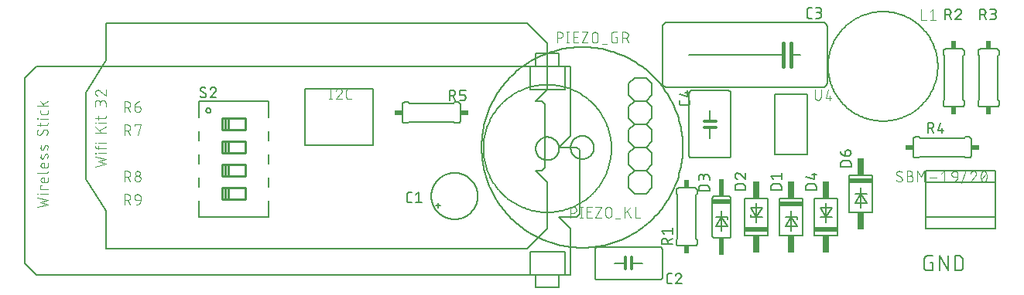
<source format=gbr>
G04 EAGLE Gerber RS-274X export*
G75*
%MOMM*%
%FSLAX34Y34*%
%LPD*%
%INSilkscreen Top*%
%IPPOS*%
%AMOC8*
5,1,8,0,0,1.08239X$1,22.5*%
G01*
%ADD10C,0.101600*%
%ADD11C,0.152400*%
%ADD12C,0.127000*%
%ADD13C,0.406400*%
%ADD14C,0.304800*%
%ADD15R,2.540000X0.508000*%
%ADD16R,0.762000X1.905000*%
%ADD17C,0.203200*%
%ADD18R,0.609600X0.863600*%
%ADD19R,0.863600X0.609600*%
%ADD20C,0.254000*%
%ADD21R,2.032000X0.508000*%
%ADD22R,0.508000X1.905000*%


D10*
X880703Y140208D02*
X880802Y140210D01*
X880902Y140216D01*
X881001Y140225D01*
X881099Y140238D01*
X881197Y140255D01*
X881295Y140276D01*
X881391Y140301D01*
X881486Y140329D01*
X881580Y140361D01*
X881673Y140396D01*
X881765Y140435D01*
X881855Y140478D01*
X881943Y140523D01*
X882030Y140573D01*
X882114Y140625D01*
X882197Y140681D01*
X882277Y140739D01*
X882355Y140801D01*
X882430Y140866D01*
X882503Y140934D01*
X882573Y141004D01*
X882641Y141077D01*
X882706Y141152D01*
X882768Y141230D01*
X882826Y141310D01*
X882882Y141393D01*
X882934Y141477D01*
X882984Y141564D01*
X883029Y141652D01*
X883072Y141742D01*
X883111Y141834D01*
X883146Y141927D01*
X883178Y142021D01*
X883206Y142116D01*
X883231Y142212D01*
X883252Y142310D01*
X883269Y142408D01*
X883282Y142506D01*
X883291Y142605D01*
X883297Y142705D01*
X883299Y142804D01*
X880703Y140208D02*
X880559Y140210D01*
X880414Y140216D01*
X880270Y140225D01*
X880127Y140238D01*
X879983Y140255D01*
X879840Y140276D01*
X879698Y140301D01*
X879557Y140329D01*
X879416Y140361D01*
X879276Y140397D01*
X879137Y140436D01*
X878999Y140479D01*
X878863Y140526D01*
X878727Y140576D01*
X878593Y140630D01*
X878461Y140687D01*
X878330Y140748D01*
X878201Y140812D01*
X878073Y140880D01*
X877947Y140950D01*
X877823Y141025D01*
X877702Y141102D01*
X877582Y141183D01*
X877464Y141266D01*
X877349Y141353D01*
X877236Y141443D01*
X877125Y141536D01*
X877017Y141631D01*
X876911Y141730D01*
X876808Y141831D01*
X877133Y149296D02*
X877135Y149395D01*
X877141Y149495D01*
X877150Y149594D01*
X877163Y149692D01*
X877180Y149790D01*
X877201Y149888D01*
X877226Y149984D01*
X877254Y150079D01*
X877286Y150173D01*
X877321Y150266D01*
X877360Y150358D01*
X877403Y150448D01*
X877448Y150536D01*
X877498Y150623D01*
X877550Y150707D01*
X877606Y150790D01*
X877664Y150870D01*
X877726Y150948D01*
X877791Y151023D01*
X877859Y151096D01*
X877929Y151166D01*
X878002Y151234D01*
X878077Y151299D01*
X878155Y151361D01*
X878235Y151419D01*
X878318Y151475D01*
X878402Y151527D01*
X878489Y151577D01*
X878577Y151622D01*
X878667Y151665D01*
X878759Y151704D01*
X878852Y151739D01*
X878946Y151771D01*
X879041Y151799D01*
X879138Y151824D01*
X879235Y151845D01*
X879333Y151862D01*
X879431Y151875D01*
X879530Y151884D01*
X879630Y151890D01*
X879729Y151892D01*
X879865Y151890D01*
X880001Y151884D01*
X880137Y151875D01*
X880273Y151862D01*
X880408Y151844D01*
X880542Y151824D01*
X880676Y151799D01*
X880810Y151771D01*
X880942Y151738D01*
X881073Y151703D01*
X881204Y151663D01*
X881333Y151620D01*
X881461Y151574D01*
X881587Y151523D01*
X881713Y151470D01*
X881836Y151412D01*
X881958Y151352D01*
X882078Y151288D01*
X882197Y151220D01*
X882313Y151150D01*
X882427Y151076D01*
X882540Y150999D01*
X882650Y150918D01*
X878431Y147024D02*
X878345Y147077D01*
X878261Y147134D01*
X878179Y147193D01*
X878099Y147256D01*
X878022Y147322D01*
X877947Y147390D01*
X877875Y147462D01*
X877806Y147536D01*
X877740Y147613D01*
X877677Y147692D01*
X877617Y147774D01*
X877560Y147858D01*
X877506Y147944D01*
X877456Y148032D01*
X877409Y148122D01*
X877365Y148213D01*
X877326Y148307D01*
X877289Y148401D01*
X877257Y148497D01*
X877228Y148595D01*
X877203Y148693D01*
X877182Y148792D01*
X877164Y148892D01*
X877151Y148992D01*
X877141Y149093D01*
X877135Y149195D01*
X877133Y149296D01*
X882001Y145076D02*
X882087Y145023D01*
X882171Y144966D01*
X882253Y144907D01*
X882333Y144844D01*
X882410Y144778D01*
X882485Y144710D01*
X882557Y144638D01*
X882626Y144564D01*
X882692Y144487D01*
X882755Y144408D01*
X882815Y144326D01*
X882872Y144242D01*
X882926Y144156D01*
X882976Y144068D01*
X883023Y143978D01*
X883067Y143887D01*
X883106Y143793D01*
X883143Y143699D01*
X883175Y143603D01*
X883204Y143505D01*
X883229Y143407D01*
X883250Y143308D01*
X883268Y143208D01*
X883281Y143108D01*
X883291Y143007D01*
X883297Y142905D01*
X883299Y142804D01*
X882001Y145076D02*
X878431Y147024D01*
X888407Y146699D02*
X891653Y146699D01*
X891653Y146700D02*
X891766Y146698D01*
X891879Y146692D01*
X891992Y146682D01*
X892105Y146668D01*
X892217Y146651D01*
X892328Y146629D01*
X892438Y146604D01*
X892548Y146574D01*
X892656Y146541D01*
X892763Y146504D01*
X892869Y146464D01*
X892973Y146419D01*
X893076Y146371D01*
X893177Y146320D01*
X893276Y146265D01*
X893373Y146207D01*
X893468Y146145D01*
X893561Y146080D01*
X893651Y146012D01*
X893739Y145941D01*
X893825Y145866D01*
X893908Y145789D01*
X893988Y145709D01*
X894065Y145626D01*
X894140Y145540D01*
X894211Y145452D01*
X894279Y145362D01*
X894344Y145269D01*
X894406Y145174D01*
X894464Y145077D01*
X894519Y144978D01*
X894570Y144877D01*
X894618Y144774D01*
X894663Y144670D01*
X894703Y144564D01*
X894740Y144457D01*
X894773Y144349D01*
X894803Y144239D01*
X894828Y144129D01*
X894850Y144018D01*
X894867Y143906D01*
X894881Y143793D01*
X894891Y143680D01*
X894897Y143567D01*
X894899Y143454D01*
X894897Y143341D01*
X894891Y143228D01*
X894881Y143115D01*
X894867Y143002D01*
X894850Y142890D01*
X894828Y142779D01*
X894803Y142669D01*
X894773Y142559D01*
X894740Y142451D01*
X894703Y142344D01*
X894663Y142238D01*
X894618Y142134D01*
X894570Y142031D01*
X894519Y141930D01*
X894464Y141831D01*
X894406Y141734D01*
X894344Y141639D01*
X894279Y141546D01*
X894211Y141456D01*
X894140Y141368D01*
X894065Y141282D01*
X893988Y141199D01*
X893908Y141119D01*
X893825Y141042D01*
X893739Y140967D01*
X893651Y140896D01*
X893561Y140828D01*
X893468Y140763D01*
X893373Y140701D01*
X893276Y140643D01*
X893177Y140588D01*
X893076Y140537D01*
X892973Y140489D01*
X892869Y140444D01*
X892763Y140404D01*
X892656Y140367D01*
X892548Y140334D01*
X892438Y140304D01*
X892328Y140279D01*
X892217Y140257D01*
X892105Y140240D01*
X891992Y140226D01*
X891879Y140216D01*
X891766Y140210D01*
X891653Y140208D01*
X888407Y140208D01*
X888407Y151892D01*
X891653Y151892D01*
X891754Y151890D01*
X891854Y151884D01*
X891954Y151874D01*
X892054Y151861D01*
X892153Y151843D01*
X892252Y151822D01*
X892349Y151797D01*
X892446Y151768D01*
X892541Y151735D01*
X892635Y151699D01*
X892727Y151659D01*
X892818Y151616D01*
X892907Y151569D01*
X892994Y151519D01*
X893080Y151465D01*
X893163Y151408D01*
X893243Y151348D01*
X893322Y151285D01*
X893398Y151218D01*
X893471Y151149D01*
X893541Y151077D01*
X893609Y151003D01*
X893674Y150926D01*
X893735Y150846D01*
X893794Y150764D01*
X893849Y150680D01*
X893901Y150594D01*
X893950Y150506D01*
X893995Y150416D01*
X894037Y150324D01*
X894075Y150231D01*
X894109Y150136D01*
X894140Y150041D01*
X894167Y149944D01*
X894190Y149846D01*
X894210Y149747D01*
X894225Y149647D01*
X894237Y149547D01*
X894245Y149447D01*
X894249Y149346D01*
X894249Y149246D01*
X894245Y149145D01*
X894237Y149045D01*
X894225Y148945D01*
X894210Y148845D01*
X894190Y148746D01*
X894167Y148648D01*
X894140Y148551D01*
X894109Y148456D01*
X894075Y148361D01*
X894037Y148268D01*
X893995Y148176D01*
X893950Y148086D01*
X893901Y147998D01*
X893849Y147912D01*
X893794Y147828D01*
X893735Y147746D01*
X893674Y147666D01*
X893609Y147589D01*
X893541Y147515D01*
X893471Y147443D01*
X893398Y147374D01*
X893322Y147307D01*
X893243Y147244D01*
X893163Y147184D01*
X893080Y147127D01*
X892994Y147073D01*
X892907Y147023D01*
X892818Y146976D01*
X892727Y146933D01*
X892635Y146893D01*
X892541Y146857D01*
X892446Y146824D01*
X892349Y146795D01*
X892252Y146770D01*
X892153Y146749D01*
X892054Y146731D01*
X891954Y146718D01*
X891854Y146708D01*
X891754Y146702D01*
X891653Y146700D01*
X899781Y151892D02*
X899781Y140208D01*
X903676Y145401D02*
X899781Y151892D01*
X903676Y145401D02*
X907570Y151892D01*
X907570Y140208D01*
X913116Y144752D02*
X920905Y144752D01*
X925957Y149296D02*
X929202Y151892D01*
X929202Y140208D01*
X925957Y140208D02*
X932448Y140208D01*
X939983Y145401D02*
X943878Y145401D01*
X939983Y145401D02*
X939884Y145403D01*
X939784Y145409D01*
X939685Y145418D01*
X939587Y145431D01*
X939489Y145448D01*
X939391Y145469D01*
X939295Y145494D01*
X939200Y145522D01*
X939106Y145554D01*
X939013Y145589D01*
X938921Y145628D01*
X938831Y145671D01*
X938743Y145716D01*
X938656Y145766D01*
X938572Y145818D01*
X938489Y145874D01*
X938409Y145932D01*
X938331Y145994D01*
X938256Y146059D01*
X938183Y146127D01*
X938113Y146197D01*
X938045Y146270D01*
X937980Y146345D01*
X937918Y146423D01*
X937860Y146503D01*
X937804Y146586D01*
X937752Y146670D01*
X937702Y146757D01*
X937657Y146845D01*
X937614Y146935D01*
X937575Y147027D01*
X937540Y147120D01*
X937508Y147214D01*
X937480Y147309D01*
X937455Y147405D01*
X937434Y147503D01*
X937417Y147601D01*
X937404Y147699D01*
X937395Y147798D01*
X937389Y147898D01*
X937387Y147997D01*
X937387Y148646D01*
X937386Y148646D02*
X937388Y148759D01*
X937394Y148872D01*
X937404Y148985D01*
X937418Y149098D01*
X937435Y149210D01*
X937457Y149321D01*
X937482Y149431D01*
X937512Y149541D01*
X937545Y149649D01*
X937582Y149756D01*
X937622Y149862D01*
X937667Y149966D01*
X937715Y150069D01*
X937766Y150170D01*
X937821Y150269D01*
X937879Y150366D01*
X937941Y150461D01*
X938006Y150554D01*
X938074Y150644D01*
X938145Y150732D01*
X938220Y150818D01*
X938297Y150901D01*
X938377Y150981D01*
X938460Y151058D01*
X938546Y151133D01*
X938634Y151204D01*
X938724Y151272D01*
X938817Y151337D01*
X938912Y151399D01*
X939009Y151457D01*
X939108Y151512D01*
X939209Y151563D01*
X939312Y151611D01*
X939416Y151656D01*
X939522Y151696D01*
X939629Y151733D01*
X939737Y151766D01*
X939847Y151796D01*
X939957Y151821D01*
X940068Y151843D01*
X940180Y151860D01*
X940293Y151874D01*
X940406Y151884D01*
X940519Y151890D01*
X940632Y151892D01*
X940745Y151890D01*
X940858Y151884D01*
X940971Y151874D01*
X941084Y151860D01*
X941196Y151843D01*
X941307Y151821D01*
X941417Y151796D01*
X941527Y151766D01*
X941635Y151733D01*
X941742Y151696D01*
X941848Y151656D01*
X941952Y151611D01*
X942055Y151563D01*
X942156Y151512D01*
X942255Y151457D01*
X942352Y151399D01*
X942447Y151337D01*
X942540Y151272D01*
X942630Y151204D01*
X942718Y151133D01*
X942804Y151058D01*
X942887Y150981D01*
X942967Y150901D01*
X943044Y150818D01*
X943119Y150732D01*
X943190Y150644D01*
X943258Y150554D01*
X943323Y150461D01*
X943385Y150366D01*
X943443Y150269D01*
X943498Y150170D01*
X943549Y150069D01*
X943597Y149966D01*
X943642Y149862D01*
X943682Y149756D01*
X943719Y149649D01*
X943752Y149541D01*
X943782Y149431D01*
X943807Y149321D01*
X943829Y149210D01*
X943846Y149098D01*
X943860Y148985D01*
X943870Y148872D01*
X943876Y148759D01*
X943878Y148646D01*
X943878Y145401D01*
X943876Y145258D01*
X943870Y145115D01*
X943860Y144972D01*
X943846Y144830D01*
X943829Y144688D01*
X943807Y144546D01*
X943782Y144405D01*
X943752Y144265D01*
X943719Y144126D01*
X943682Y143988D01*
X943641Y143851D01*
X943597Y143715D01*
X943548Y143580D01*
X943496Y143447D01*
X943441Y143315D01*
X943381Y143185D01*
X943318Y143056D01*
X943252Y142929D01*
X943182Y142804D01*
X943109Y142682D01*
X943032Y142561D01*
X942952Y142442D01*
X942869Y142326D01*
X942783Y142211D01*
X942694Y142100D01*
X942601Y141990D01*
X942506Y141884D01*
X942407Y141780D01*
X942306Y141679D01*
X942202Y141580D01*
X942096Y141485D01*
X941986Y141392D01*
X941875Y141303D01*
X941760Y141217D01*
X941644Y141134D01*
X941525Y141054D01*
X941404Y140977D01*
X941282Y140904D01*
X941157Y140834D01*
X941030Y140768D01*
X940901Y140705D01*
X940771Y140645D01*
X940639Y140590D01*
X940506Y140538D01*
X940371Y140489D01*
X940235Y140445D01*
X940098Y140404D01*
X939960Y140367D01*
X939821Y140334D01*
X939681Y140304D01*
X939540Y140279D01*
X939398Y140257D01*
X939256Y140240D01*
X939114Y140226D01*
X938971Y140216D01*
X938828Y140210D01*
X938685Y140208D01*
X948323Y138910D02*
X953516Y153190D01*
X961531Y151892D02*
X961638Y151890D01*
X961744Y151884D01*
X961850Y151874D01*
X961956Y151861D01*
X962062Y151843D01*
X962166Y151822D01*
X962270Y151797D01*
X962373Y151768D01*
X962474Y151736D01*
X962574Y151699D01*
X962673Y151659D01*
X962771Y151616D01*
X962867Y151569D01*
X962961Y151518D01*
X963053Y151464D01*
X963143Y151407D01*
X963231Y151347D01*
X963316Y151283D01*
X963399Y151216D01*
X963480Y151146D01*
X963558Y151074D01*
X963634Y150998D01*
X963706Y150920D01*
X963776Y150839D01*
X963843Y150756D01*
X963907Y150671D01*
X963967Y150583D01*
X964024Y150493D01*
X964078Y150401D01*
X964129Y150307D01*
X964176Y150211D01*
X964219Y150113D01*
X964259Y150014D01*
X964296Y149914D01*
X964328Y149813D01*
X964357Y149710D01*
X964382Y149606D01*
X964403Y149502D01*
X964421Y149396D01*
X964434Y149290D01*
X964444Y149184D01*
X964450Y149078D01*
X964452Y148971D01*
X961531Y151892D02*
X961410Y151890D01*
X961289Y151884D01*
X961169Y151874D01*
X961048Y151861D01*
X960929Y151843D01*
X960809Y151822D01*
X960691Y151797D01*
X960574Y151768D01*
X960457Y151735D01*
X960342Y151699D01*
X960228Y151658D01*
X960115Y151615D01*
X960003Y151567D01*
X959894Y151516D01*
X959786Y151461D01*
X959679Y151403D01*
X959575Y151342D01*
X959473Y151277D01*
X959373Y151209D01*
X959275Y151138D01*
X959179Y151064D01*
X959086Y150987D01*
X958996Y150906D01*
X958908Y150823D01*
X958823Y150737D01*
X958740Y150648D01*
X958661Y150557D01*
X958584Y150463D01*
X958511Y150367D01*
X958441Y150269D01*
X958374Y150168D01*
X958310Y150065D01*
X958250Y149960D01*
X958193Y149853D01*
X958139Y149745D01*
X958089Y149635D01*
X958043Y149523D01*
X958000Y149410D01*
X957961Y149295D01*
X963478Y146699D02*
X963557Y146776D01*
X963633Y146857D01*
X963706Y146940D01*
X963776Y147025D01*
X963843Y147113D01*
X963907Y147203D01*
X963967Y147295D01*
X964024Y147390D01*
X964078Y147486D01*
X964129Y147584D01*
X964176Y147684D01*
X964220Y147786D01*
X964260Y147889D01*
X964296Y147993D01*
X964328Y148099D01*
X964357Y148205D01*
X964382Y148313D01*
X964404Y148421D01*
X964421Y148531D01*
X964435Y148640D01*
X964444Y148750D01*
X964450Y148861D01*
X964452Y148971D01*
X963478Y146699D02*
X957961Y140208D01*
X964452Y140208D01*
X969391Y146050D02*
X969394Y146280D01*
X969402Y146510D01*
X969416Y146739D01*
X969435Y146968D01*
X969460Y147197D01*
X969490Y147424D01*
X969525Y147652D01*
X969566Y147878D01*
X969612Y148103D01*
X969664Y148327D01*
X969721Y148549D01*
X969783Y148771D01*
X969851Y148990D01*
X969924Y149208D01*
X970002Y149425D01*
X970085Y149639D01*
X970173Y149851D01*
X970266Y150061D01*
X970365Y150269D01*
X970364Y150269D02*
X970397Y150359D01*
X970433Y150448D01*
X970473Y150536D01*
X970517Y150621D01*
X970564Y150705D01*
X970614Y150787D01*
X970668Y150867D01*
X970724Y150944D01*
X970784Y151020D01*
X970847Y151093D01*
X970912Y151163D01*
X970981Y151231D01*
X971052Y151295D01*
X971125Y151357D01*
X971201Y151416D01*
X971279Y151472D01*
X971360Y151525D01*
X971442Y151574D01*
X971526Y151620D01*
X971613Y151663D01*
X971700Y151702D01*
X971790Y151738D01*
X971880Y151770D01*
X971972Y151798D01*
X972065Y151823D01*
X972159Y151844D01*
X972253Y151861D01*
X972348Y151875D01*
X972444Y151884D01*
X972540Y151890D01*
X972636Y151892D01*
X972732Y151890D01*
X972828Y151884D01*
X972924Y151875D01*
X973019Y151861D01*
X973113Y151844D01*
X973207Y151823D01*
X973300Y151798D01*
X973392Y151770D01*
X973482Y151738D01*
X973572Y151702D01*
X973659Y151663D01*
X973746Y151620D01*
X973830Y151574D01*
X973912Y151525D01*
X973993Y151472D01*
X974071Y151416D01*
X974147Y151357D01*
X974220Y151295D01*
X974291Y151231D01*
X974360Y151163D01*
X974425Y151093D01*
X974488Y151020D01*
X974548Y150944D01*
X974604Y150867D01*
X974658Y150787D01*
X974708Y150705D01*
X974755Y150621D01*
X974799Y150536D01*
X974839Y150448D01*
X974875Y150359D01*
X974908Y150269D01*
X975007Y150062D01*
X975100Y149852D01*
X975188Y149639D01*
X975271Y149425D01*
X975349Y149209D01*
X975422Y148991D01*
X975490Y148771D01*
X975552Y148550D01*
X975609Y148327D01*
X975661Y148103D01*
X975707Y147878D01*
X975748Y147652D01*
X975783Y147425D01*
X975813Y147197D01*
X975838Y146968D01*
X975857Y146739D01*
X975871Y146510D01*
X975879Y146280D01*
X975882Y146050D01*
X969391Y146050D02*
X969394Y145820D01*
X969402Y145590D01*
X969416Y145361D01*
X969435Y145132D01*
X969460Y144903D01*
X969490Y144675D01*
X969525Y144448D01*
X969566Y144222D01*
X969612Y143997D01*
X969664Y143773D01*
X969721Y143550D01*
X969783Y143329D01*
X969851Y143109D01*
X969924Y142891D01*
X970002Y142675D01*
X970085Y142461D01*
X970173Y142249D01*
X970266Y142038D01*
X970365Y141831D01*
X970364Y141831D02*
X970397Y141741D01*
X970433Y141652D01*
X970474Y141564D01*
X970517Y141479D01*
X970564Y141395D01*
X970614Y141313D01*
X970668Y141233D01*
X970724Y141156D01*
X970784Y141080D01*
X970847Y141007D01*
X970912Y140937D01*
X970981Y140869D01*
X971052Y140805D01*
X971125Y140743D01*
X971201Y140684D01*
X971279Y140628D01*
X971360Y140575D01*
X971442Y140526D01*
X971526Y140480D01*
X971613Y140437D01*
X971700Y140398D01*
X971790Y140362D01*
X971880Y140330D01*
X971972Y140302D01*
X972065Y140277D01*
X972159Y140256D01*
X972253Y140239D01*
X972348Y140225D01*
X972444Y140216D01*
X972540Y140210D01*
X972636Y140208D01*
X974908Y141831D02*
X975007Y142038D01*
X975100Y142249D01*
X975188Y142461D01*
X975271Y142675D01*
X975349Y142891D01*
X975422Y143109D01*
X975490Y143329D01*
X975552Y143550D01*
X975609Y143773D01*
X975661Y143997D01*
X975707Y144222D01*
X975748Y144448D01*
X975783Y144675D01*
X975813Y144903D01*
X975838Y145132D01*
X975857Y145361D01*
X975871Y145590D01*
X975879Y145820D01*
X975882Y146050D01*
X974908Y141831D02*
X974875Y141741D01*
X974839Y141652D01*
X974799Y141564D01*
X974755Y141479D01*
X974708Y141395D01*
X974658Y141313D01*
X974604Y141233D01*
X974548Y141156D01*
X974488Y141080D01*
X974425Y141007D01*
X974360Y140937D01*
X974291Y140869D01*
X974220Y140805D01*
X974147Y140743D01*
X974071Y140684D01*
X973993Y140628D01*
X973912Y140575D01*
X973830Y140526D01*
X973746Y140480D01*
X973659Y140437D01*
X973572Y140398D01*
X973482Y140362D01*
X973392Y140330D01*
X973300Y140302D01*
X973207Y140277D01*
X973113Y140256D01*
X973019Y140239D01*
X972924Y140225D01*
X972828Y140216D01*
X972732Y140210D01*
X972636Y140208D01*
X970040Y142804D02*
X975233Y149296D01*
D11*
X916573Y51703D02*
X913864Y51703D01*
X916573Y51703D02*
X916573Y42672D01*
X911154Y42672D01*
X911036Y42674D01*
X910918Y42680D01*
X910800Y42689D01*
X910683Y42703D01*
X910566Y42720D01*
X910449Y42741D01*
X910334Y42766D01*
X910219Y42795D01*
X910105Y42828D01*
X909993Y42864D01*
X909882Y42904D01*
X909772Y42947D01*
X909663Y42994D01*
X909556Y43044D01*
X909451Y43099D01*
X909348Y43156D01*
X909247Y43217D01*
X909147Y43281D01*
X909050Y43348D01*
X908955Y43418D01*
X908863Y43492D01*
X908772Y43568D01*
X908685Y43648D01*
X908600Y43730D01*
X908518Y43815D01*
X908438Y43902D01*
X908362Y43993D01*
X908288Y44085D01*
X908218Y44180D01*
X908151Y44277D01*
X908087Y44377D01*
X908026Y44478D01*
X907969Y44581D01*
X907914Y44686D01*
X907864Y44793D01*
X907817Y44902D01*
X907774Y45012D01*
X907734Y45123D01*
X907698Y45235D01*
X907665Y45349D01*
X907636Y45464D01*
X907611Y45579D01*
X907590Y45696D01*
X907573Y45813D01*
X907559Y45930D01*
X907550Y46048D01*
X907544Y46166D01*
X907542Y46284D01*
X907542Y55316D01*
X907544Y55434D01*
X907550Y55552D01*
X907559Y55670D01*
X907573Y55787D01*
X907590Y55904D01*
X907611Y56021D01*
X907636Y56136D01*
X907665Y56251D01*
X907698Y56365D01*
X907734Y56477D01*
X907774Y56588D01*
X907817Y56698D01*
X907864Y56807D01*
X907914Y56914D01*
X907968Y57019D01*
X908026Y57122D01*
X908087Y57223D01*
X908151Y57323D01*
X908218Y57420D01*
X908288Y57515D01*
X908362Y57607D01*
X908438Y57698D01*
X908518Y57785D01*
X908600Y57870D01*
X908685Y57952D01*
X908772Y58032D01*
X908863Y58108D01*
X908955Y58182D01*
X909050Y58252D01*
X909147Y58319D01*
X909247Y58383D01*
X909348Y58444D01*
X909451Y58501D01*
X909556Y58555D01*
X909663Y58606D01*
X909772Y58653D01*
X909882Y58696D01*
X909993Y58736D01*
X910105Y58772D01*
X910219Y58805D01*
X910334Y58834D01*
X910449Y58859D01*
X910566Y58880D01*
X910683Y58897D01*
X910800Y58911D01*
X910918Y58920D01*
X911036Y58926D01*
X911154Y58928D01*
X916573Y58928D01*
X924215Y58928D02*
X924215Y42672D01*
X933246Y42672D02*
X924215Y58928D01*
X933246Y58928D02*
X933246Y42672D01*
X940889Y42672D02*
X940889Y58928D01*
X945404Y58928D01*
X945535Y58926D01*
X945667Y58920D01*
X945798Y58911D01*
X945928Y58897D01*
X946059Y58880D01*
X946188Y58859D01*
X946317Y58835D01*
X946445Y58806D01*
X946573Y58774D01*
X946699Y58738D01*
X946824Y58699D01*
X946949Y58656D01*
X947071Y58609D01*
X947193Y58559D01*
X947313Y58505D01*
X947431Y58448D01*
X947547Y58387D01*
X947662Y58323D01*
X947775Y58256D01*
X947886Y58185D01*
X947994Y58111D01*
X948101Y58034D01*
X948205Y57954D01*
X948307Y57871D01*
X948406Y57786D01*
X948503Y57697D01*
X948597Y57605D01*
X948689Y57511D01*
X948778Y57414D01*
X948863Y57315D01*
X948946Y57213D01*
X949026Y57109D01*
X949103Y57002D01*
X949177Y56894D01*
X949248Y56783D01*
X949315Y56670D01*
X949379Y56555D01*
X949440Y56439D01*
X949497Y56321D01*
X949551Y56201D01*
X949601Y56079D01*
X949648Y55957D01*
X949691Y55832D01*
X949730Y55707D01*
X949766Y55581D01*
X949798Y55453D01*
X949827Y55325D01*
X949851Y55196D01*
X949872Y55067D01*
X949889Y54936D01*
X949903Y54806D01*
X949912Y54675D01*
X949918Y54543D01*
X949920Y54412D01*
X949920Y47188D01*
X949918Y47057D01*
X949912Y46925D01*
X949903Y46794D01*
X949889Y46664D01*
X949872Y46533D01*
X949851Y46404D01*
X949827Y46275D01*
X949798Y46147D01*
X949766Y46019D01*
X949730Y45893D01*
X949691Y45768D01*
X949648Y45643D01*
X949601Y45521D01*
X949551Y45399D01*
X949497Y45279D01*
X949440Y45161D01*
X949379Y45045D01*
X949315Y44930D01*
X949248Y44817D01*
X949177Y44706D01*
X949103Y44598D01*
X949026Y44491D01*
X948946Y44387D01*
X948863Y44285D01*
X948778Y44186D01*
X948689Y44089D01*
X948597Y43995D01*
X948503Y43903D01*
X948406Y43814D01*
X948307Y43729D01*
X948205Y43646D01*
X948101Y43566D01*
X947994Y43489D01*
X947886Y43415D01*
X947775Y43344D01*
X947662Y43277D01*
X947547Y43213D01*
X947431Y43152D01*
X947313Y43095D01*
X947193Y43041D01*
X947071Y42991D01*
X946949Y42944D01*
X946824Y42901D01*
X946699Y42862D01*
X946573Y42826D01*
X946445Y42794D01*
X946317Y42765D01*
X946188Y42741D01*
X946058Y42720D01*
X945928Y42703D01*
X945798Y42689D01*
X945667Y42680D01*
X945535Y42674D01*
X945404Y42672D01*
X940889Y42672D01*
X375920Y111760D02*
X375920Y116840D01*
X378460Y114300D02*
X373380Y114300D01*
X368300Y124460D02*
X368308Y125083D01*
X368331Y125706D01*
X368369Y126329D01*
X368422Y126950D01*
X368491Y127569D01*
X368575Y128187D01*
X368674Y128802D01*
X368788Y129415D01*
X368917Y130025D01*
X369061Y130632D01*
X369220Y131235D01*
X369394Y131833D01*
X369582Y132428D01*
X369785Y133017D01*
X370002Y133601D01*
X370233Y134180D01*
X370479Y134753D01*
X370739Y135320D01*
X371012Y135880D01*
X371299Y136433D01*
X371600Y136980D01*
X371914Y137518D01*
X372241Y138049D01*
X372581Y138571D01*
X372933Y139086D01*
X373299Y139591D01*
X373676Y140087D01*
X374066Y140574D01*
X374467Y141051D01*
X374880Y141518D01*
X375304Y141974D01*
X375739Y142421D01*
X376186Y142856D01*
X376642Y143280D01*
X377109Y143693D01*
X377586Y144094D01*
X378073Y144484D01*
X378569Y144861D01*
X379074Y145227D01*
X379589Y145579D01*
X380111Y145919D01*
X380642Y146246D01*
X381180Y146560D01*
X381727Y146861D01*
X382280Y147148D01*
X382840Y147421D01*
X383407Y147681D01*
X383980Y147927D01*
X384559Y148158D01*
X385143Y148375D01*
X385732Y148578D01*
X386327Y148766D01*
X386925Y148940D01*
X387528Y149099D01*
X388135Y149243D01*
X388745Y149372D01*
X389358Y149486D01*
X389973Y149585D01*
X390591Y149669D01*
X391210Y149738D01*
X391831Y149791D01*
X392454Y149829D01*
X393077Y149852D01*
X393700Y149860D01*
X394323Y149852D01*
X394946Y149829D01*
X395569Y149791D01*
X396190Y149738D01*
X396809Y149669D01*
X397427Y149585D01*
X398042Y149486D01*
X398655Y149372D01*
X399265Y149243D01*
X399872Y149099D01*
X400475Y148940D01*
X401073Y148766D01*
X401668Y148578D01*
X402257Y148375D01*
X402841Y148158D01*
X403420Y147927D01*
X403993Y147681D01*
X404560Y147421D01*
X405120Y147148D01*
X405673Y146861D01*
X406220Y146560D01*
X406758Y146246D01*
X407289Y145919D01*
X407811Y145579D01*
X408326Y145227D01*
X408831Y144861D01*
X409327Y144484D01*
X409814Y144094D01*
X410291Y143693D01*
X410758Y143280D01*
X411214Y142856D01*
X411661Y142421D01*
X412096Y141974D01*
X412520Y141518D01*
X412933Y141051D01*
X413334Y140574D01*
X413724Y140087D01*
X414101Y139591D01*
X414467Y139086D01*
X414819Y138571D01*
X415159Y138049D01*
X415486Y137518D01*
X415800Y136980D01*
X416101Y136433D01*
X416388Y135880D01*
X416661Y135320D01*
X416921Y134753D01*
X417167Y134180D01*
X417398Y133601D01*
X417615Y133017D01*
X417818Y132428D01*
X418006Y131833D01*
X418180Y131235D01*
X418339Y130632D01*
X418483Y130025D01*
X418612Y129415D01*
X418726Y128802D01*
X418825Y128187D01*
X418909Y127569D01*
X418978Y126950D01*
X419031Y126329D01*
X419069Y125706D01*
X419092Y125083D01*
X419100Y124460D01*
X419092Y123837D01*
X419069Y123214D01*
X419031Y122591D01*
X418978Y121970D01*
X418909Y121351D01*
X418825Y120733D01*
X418726Y120118D01*
X418612Y119505D01*
X418483Y118895D01*
X418339Y118288D01*
X418180Y117685D01*
X418006Y117087D01*
X417818Y116492D01*
X417615Y115903D01*
X417398Y115319D01*
X417167Y114740D01*
X416921Y114167D01*
X416661Y113600D01*
X416388Y113040D01*
X416101Y112487D01*
X415800Y111940D01*
X415486Y111402D01*
X415159Y110871D01*
X414819Y110349D01*
X414467Y109834D01*
X414101Y109329D01*
X413724Y108833D01*
X413334Y108346D01*
X412933Y107869D01*
X412520Y107402D01*
X412096Y106946D01*
X411661Y106499D01*
X411214Y106064D01*
X410758Y105640D01*
X410291Y105227D01*
X409814Y104826D01*
X409327Y104436D01*
X408831Y104059D01*
X408326Y103693D01*
X407811Y103341D01*
X407289Y103001D01*
X406758Y102674D01*
X406220Y102360D01*
X405673Y102059D01*
X405120Y101772D01*
X404560Y101499D01*
X403993Y101239D01*
X403420Y100993D01*
X402841Y100762D01*
X402257Y100545D01*
X401668Y100342D01*
X401073Y100154D01*
X400475Y99980D01*
X399872Y99821D01*
X399265Y99677D01*
X398655Y99548D01*
X398042Y99434D01*
X397427Y99335D01*
X396809Y99251D01*
X396190Y99182D01*
X395569Y99129D01*
X394946Y99091D01*
X394323Y99068D01*
X393700Y99060D01*
X393077Y99068D01*
X392454Y99091D01*
X391831Y99129D01*
X391210Y99182D01*
X390591Y99251D01*
X389973Y99335D01*
X389358Y99434D01*
X388745Y99548D01*
X388135Y99677D01*
X387528Y99821D01*
X386925Y99980D01*
X386327Y100154D01*
X385732Y100342D01*
X385143Y100545D01*
X384559Y100762D01*
X383980Y100993D01*
X383407Y101239D01*
X382840Y101499D01*
X382280Y101772D01*
X381727Y102059D01*
X381180Y102360D01*
X380642Y102674D01*
X380111Y103001D01*
X379589Y103341D01*
X379074Y103693D01*
X378569Y104059D01*
X378073Y104436D01*
X377586Y104826D01*
X377109Y105227D01*
X376642Y105640D01*
X376186Y106064D01*
X375739Y106499D01*
X375304Y106946D01*
X374880Y107402D01*
X374467Y107869D01*
X374066Y108346D01*
X373676Y108833D01*
X373299Y109329D01*
X372933Y109834D01*
X372581Y110349D01*
X372241Y110871D01*
X371914Y111402D01*
X371600Y111940D01*
X371299Y112487D01*
X371012Y113040D01*
X370739Y113600D01*
X370479Y114167D01*
X370233Y114740D01*
X370002Y115319D01*
X369785Y115903D01*
X369582Y116492D01*
X369394Y117087D01*
X369220Y117685D01*
X369061Y118288D01*
X368917Y118895D01*
X368788Y119505D01*
X368674Y120118D01*
X368575Y120733D01*
X368491Y121351D01*
X368422Y121970D01*
X368369Y122591D01*
X368331Y123214D01*
X368308Y123837D01*
X368300Y124460D01*
D12*
X346673Y117475D02*
X344133Y117475D01*
X344033Y117477D01*
X343934Y117483D01*
X343834Y117493D01*
X343736Y117506D01*
X343637Y117524D01*
X343540Y117545D01*
X343444Y117570D01*
X343348Y117599D01*
X343254Y117632D01*
X343161Y117668D01*
X343070Y117708D01*
X342980Y117752D01*
X342892Y117799D01*
X342806Y117849D01*
X342722Y117903D01*
X342640Y117960D01*
X342561Y118020D01*
X342483Y118084D01*
X342409Y118150D01*
X342337Y118219D01*
X342268Y118291D01*
X342202Y118365D01*
X342138Y118443D01*
X342078Y118522D01*
X342021Y118604D01*
X341967Y118688D01*
X341917Y118774D01*
X341870Y118862D01*
X341826Y118952D01*
X341786Y119043D01*
X341750Y119136D01*
X341717Y119230D01*
X341688Y119326D01*
X341663Y119422D01*
X341642Y119519D01*
X341624Y119618D01*
X341611Y119716D01*
X341601Y119816D01*
X341595Y119915D01*
X341593Y120015D01*
X341593Y126365D01*
X341595Y126465D01*
X341601Y126564D01*
X341611Y126664D01*
X341624Y126762D01*
X341642Y126861D01*
X341663Y126958D01*
X341688Y127054D01*
X341717Y127150D01*
X341750Y127244D01*
X341786Y127337D01*
X341826Y127428D01*
X341870Y127518D01*
X341917Y127606D01*
X341967Y127692D01*
X342021Y127776D01*
X342078Y127858D01*
X342138Y127937D01*
X342202Y128015D01*
X342268Y128089D01*
X342337Y128161D01*
X342409Y128230D01*
X342483Y128296D01*
X342561Y128360D01*
X342640Y128420D01*
X342722Y128477D01*
X342806Y128531D01*
X342892Y128581D01*
X342980Y128628D01*
X343070Y128672D01*
X343161Y128712D01*
X343254Y128748D01*
X343348Y128781D01*
X343444Y128810D01*
X343540Y128835D01*
X343637Y128856D01*
X343736Y128874D01*
X343834Y128887D01*
X343934Y128897D01*
X344033Y128903D01*
X344133Y128905D01*
X346673Y128905D01*
X351155Y126365D02*
X354330Y128905D01*
X354330Y117475D01*
X351155Y117475D02*
X357505Y117475D01*
D13*
X762000Y266700D02*
X762000Y279400D01*
X762000Y292100D01*
X753110Y279400D02*
X753110Y266700D01*
X753110Y279400D02*
X753110Y292100D01*
D11*
X753110Y279400D02*
X650240Y279400D01*
X762000Y279400D02*
X772160Y279400D01*
X621030Y248920D02*
X621030Y309880D01*
X626110Y314960D02*
X796290Y314960D01*
X801370Y309880D02*
X801370Y248920D01*
X796290Y243840D02*
X626110Y243840D01*
X625970Y243842D01*
X625830Y243848D01*
X625690Y243857D01*
X625551Y243871D01*
X625412Y243888D01*
X625274Y243909D01*
X625136Y243934D01*
X624999Y243963D01*
X624863Y243995D01*
X624728Y244032D01*
X624594Y244072D01*
X624461Y244115D01*
X624329Y244163D01*
X624198Y244213D01*
X624069Y244268D01*
X623942Y244326D01*
X623816Y244387D01*
X623692Y244452D01*
X623570Y244521D01*
X623450Y244592D01*
X623332Y244667D01*
X623215Y244745D01*
X623101Y244827D01*
X622990Y244911D01*
X622881Y244999D01*
X622774Y245089D01*
X622669Y245183D01*
X622568Y245279D01*
X622469Y245378D01*
X622373Y245479D01*
X622279Y245584D01*
X622189Y245691D01*
X622101Y245800D01*
X622017Y245911D01*
X621935Y246025D01*
X621857Y246142D01*
X621782Y246260D01*
X621711Y246380D01*
X621642Y246502D01*
X621577Y246626D01*
X621516Y246752D01*
X621458Y246879D01*
X621403Y247008D01*
X621353Y247139D01*
X621305Y247271D01*
X621262Y247404D01*
X621222Y247538D01*
X621185Y247673D01*
X621153Y247809D01*
X621124Y247946D01*
X621099Y248084D01*
X621078Y248222D01*
X621061Y248361D01*
X621047Y248500D01*
X621038Y248640D01*
X621032Y248780D01*
X621030Y248920D01*
X621030Y309880D02*
X621032Y310020D01*
X621038Y310160D01*
X621047Y310300D01*
X621061Y310439D01*
X621078Y310578D01*
X621099Y310716D01*
X621124Y310854D01*
X621153Y310991D01*
X621185Y311127D01*
X621222Y311262D01*
X621262Y311396D01*
X621305Y311529D01*
X621353Y311661D01*
X621403Y311792D01*
X621458Y311921D01*
X621516Y312048D01*
X621577Y312174D01*
X621642Y312298D01*
X621711Y312420D01*
X621782Y312540D01*
X621857Y312658D01*
X621935Y312775D01*
X622017Y312889D01*
X622101Y313000D01*
X622189Y313109D01*
X622279Y313216D01*
X622373Y313321D01*
X622469Y313422D01*
X622568Y313521D01*
X622669Y313617D01*
X622774Y313711D01*
X622881Y313801D01*
X622990Y313889D01*
X623101Y313973D01*
X623215Y314055D01*
X623332Y314133D01*
X623450Y314208D01*
X623570Y314279D01*
X623692Y314348D01*
X623816Y314413D01*
X623942Y314474D01*
X624069Y314532D01*
X624198Y314587D01*
X624329Y314637D01*
X624461Y314685D01*
X624594Y314728D01*
X624728Y314768D01*
X624863Y314805D01*
X624999Y314837D01*
X625136Y314866D01*
X625274Y314891D01*
X625412Y314912D01*
X625551Y314929D01*
X625690Y314943D01*
X625830Y314952D01*
X625970Y314958D01*
X626110Y314960D01*
X796290Y314960D02*
X796430Y314958D01*
X796570Y314952D01*
X796710Y314943D01*
X796849Y314929D01*
X796988Y314912D01*
X797126Y314891D01*
X797264Y314866D01*
X797401Y314837D01*
X797537Y314805D01*
X797672Y314768D01*
X797806Y314728D01*
X797939Y314685D01*
X798071Y314637D01*
X798202Y314587D01*
X798331Y314532D01*
X798458Y314474D01*
X798584Y314413D01*
X798708Y314348D01*
X798830Y314279D01*
X798950Y314208D01*
X799068Y314133D01*
X799185Y314055D01*
X799299Y313973D01*
X799410Y313889D01*
X799519Y313801D01*
X799626Y313711D01*
X799731Y313617D01*
X799832Y313521D01*
X799931Y313422D01*
X800027Y313321D01*
X800121Y313216D01*
X800211Y313109D01*
X800299Y313000D01*
X800383Y312889D01*
X800465Y312775D01*
X800543Y312658D01*
X800618Y312540D01*
X800689Y312420D01*
X800758Y312298D01*
X800823Y312174D01*
X800884Y312048D01*
X800942Y311921D01*
X800997Y311792D01*
X801047Y311661D01*
X801095Y311529D01*
X801138Y311396D01*
X801178Y311262D01*
X801215Y311127D01*
X801247Y310991D01*
X801276Y310854D01*
X801301Y310716D01*
X801322Y310578D01*
X801339Y310439D01*
X801353Y310300D01*
X801362Y310160D01*
X801368Y310020D01*
X801370Y309880D01*
X801370Y248920D02*
X801368Y248780D01*
X801362Y248640D01*
X801353Y248500D01*
X801339Y248361D01*
X801322Y248222D01*
X801301Y248084D01*
X801276Y247946D01*
X801247Y247809D01*
X801215Y247673D01*
X801178Y247538D01*
X801138Y247404D01*
X801095Y247271D01*
X801047Y247139D01*
X800997Y247008D01*
X800942Y246879D01*
X800884Y246752D01*
X800823Y246626D01*
X800758Y246502D01*
X800689Y246380D01*
X800618Y246260D01*
X800543Y246142D01*
X800465Y246025D01*
X800383Y245911D01*
X800299Y245800D01*
X800211Y245691D01*
X800121Y245584D01*
X800027Y245479D01*
X799931Y245378D01*
X799832Y245279D01*
X799731Y245183D01*
X799626Y245089D01*
X799519Y244999D01*
X799410Y244911D01*
X799299Y244827D01*
X799185Y244745D01*
X799068Y244667D01*
X798950Y244592D01*
X798830Y244521D01*
X798708Y244452D01*
X798584Y244387D01*
X798458Y244326D01*
X798331Y244268D01*
X798202Y244213D01*
X798071Y244163D01*
X797939Y244115D01*
X797806Y244072D01*
X797672Y244032D01*
X797537Y243995D01*
X797401Y243963D01*
X797264Y243934D01*
X797126Y243909D01*
X796988Y243888D01*
X796849Y243871D01*
X796710Y243857D01*
X796570Y243848D01*
X796430Y243842D01*
X796290Y243840D01*
D12*
X784225Y319405D02*
X781685Y319405D01*
X781585Y319407D01*
X781486Y319413D01*
X781386Y319423D01*
X781288Y319436D01*
X781189Y319454D01*
X781092Y319475D01*
X780996Y319500D01*
X780900Y319529D01*
X780806Y319562D01*
X780713Y319598D01*
X780622Y319638D01*
X780532Y319682D01*
X780444Y319729D01*
X780358Y319779D01*
X780274Y319833D01*
X780192Y319890D01*
X780113Y319950D01*
X780035Y320014D01*
X779961Y320080D01*
X779889Y320149D01*
X779820Y320221D01*
X779754Y320295D01*
X779690Y320373D01*
X779630Y320452D01*
X779573Y320534D01*
X779519Y320618D01*
X779469Y320704D01*
X779422Y320792D01*
X779378Y320882D01*
X779338Y320973D01*
X779302Y321066D01*
X779269Y321160D01*
X779240Y321256D01*
X779215Y321352D01*
X779194Y321449D01*
X779176Y321548D01*
X779163Y321646D01*
X779153Y321746D01*
X779147Y321845D01*
X779145Y321945D01*
X779145Y328295D01*
X779147Y328395D01*
X779153Y328494D01*
X779163Y328594D01*
X779176Y328692D01*
X779194Y328791D01*
X779215Y328888D01*
X779240Y328984D01*
X779269Y329080D01*
X779302Y329174D01*
X779338Y329267D01*
X779378Y329358D01*
X779422Y329448D01*
X779469Y329536D01*
X779519Y329622D01*
X779573Y329706D01*
X779630Y329788D01*
X779690Y329867D01*
X779754Y329945D01*
X779820Y330019D01*
X779889Y330091D01*
X779961Y330160D01*
X780035Y330226D01*
X780113Y330290D01*
X780192Y330350D01*
X780274Y330407D01*
X780358Y330461D01*
X780444Y330511D01*
X780532Y330558D01*
X780622Y330602D01*
X780713Y330642D01*
X780806Y330678D01*
X780900Y330711D01*
X780996Y330740D01*
X781092Y330765D01*
X781189Y330786D01*
X781288Y330804D01*
X781386Y330817D01*
X781486Y330827D01*
X781585Y330833D01*
X781685Y330835D01*
X784225Y330835D01*
X788707Y319405D02*
X791882Y319405D01*
X791993Y319407D01*
X792103Y319413D01*
X792214Y319422D01*
X792324Y319436D01*
X792433Y319453D01*
X792542Y319474D01*
X792650Y319499D01*
X792757Y319528D01*
X792863Y319560D01*
X792968Y319596D01*
X793071Y319636D01*
X793173Y319679D01*
X793274Y319726D01*
X793373Y319777D01*
X793470Y319830D01*
X793564Y319887D01*
X793657Y319948D01*
X793748Y320011D01*
X793837Y320078D01*
X793923Y320148D01*
X794006Y320221D01*
X794088Y320296D01*
X794166Y320374D01*
X794241Y320456D01*
X794314Y320539D01*
X794384Y320625D01*
X794451Y320714D01*
X794514Y320805D01*
X794575Y320898D01*
X794632Y320992D01*
X794685Y321089D01*
X794736Y321188D01*
X794783Y321289D01*
X794826Y321391D01*
X794866Y321494D01*
X794902Y321599D01*
X794934Y321705D01*
X794963Y321812D01*
X794988Y321920D01*
X795009Y322029D01*
X795026Y322138D01*
X795040Y322248D01*
X795049Y322359D01*
X795055Y322469D01*
X795057Y322580D01*
X795055Y322691D01*
X795049Y322801D01*
X795040Y322912D01*
X795026Y323022D01*
X795009Y323131D01*
X794988Y323240D01*
X794963Y323348D01*
X794934Y323455D01*
X794902Y323561D01*
X794866Y323666D01*
X794826Y323769D01*
X794783Y323871D01*
X794736Y323972D01*
X794685Y324071D01*
X794632Y324167D01*
X794575Y324262D01*
X794514Y324355D01*
X794451Y324446D01*
X794384Y324535D01*
X794314Y324621D01*
X794241Y324704D01*
X794166Y324786D01*
X794088Y324864D01*
X794006Y324939D01*
X793923Y325012D01*
X793837Y325082D01*
X793748Y325149D01*
X793657Y325212D01*
X793564Y325273D01*
X793470Y325330D01*
X793373Y325383D01*
X793274Y325434D01*
X793173Y325481D01*
X793071Y325524D01*
X792968Y325564D01*
X792863Y325600D01*
X792757Y325632D01*
X792650Y325661D01*
X792542Y325686D01*
X792433Y325707D01*
X792324Y325724D01*
X792214Y325738D01*
X792103Y325747D01*
X791993Y325753D01*
X791882Y325755D01*
X792517Y330835D02*
X788707Y330835D01*
X792517Y330835D02*
X792617Y330833D01*
X792716Y330827D01*
X792816Y330817D01*
X792914Y330804D01*
X793013Y330786D01*
X793110Y330765D01*
X793206Y330740D01*
X793302Y330711D01*
X793396Y330678D01*
X793489Y330642D01*
X793580Y330602D01*
X793670Y330558D01*
X793758Y330511D01*
X793844Y330461D01*
X793928Y330407D01*
X794010Y330350D01*
X794089Y330290D01*
X794167Y330226D01*
X794241Y330160D01*
X794313Y330091D01*
X794382Y330019D01*
X794448Y329945D01*
X794512Y329867D01*
X794572Y329788D01*
X794629Y329706D01*
X794683Y329622D01*
X794733Y329536D01*
X794780Y329448D01*
X794824Y329358D01*
X794864Y329267D01*
X794900Y329174D01*
X794933Y329080D01*
X794962Y328984D01*
X794987Y328888D01*
X795008Y328791D01*
X795026Y328692D01*
X795039Y328594D01*
X795049Y328494D01*
X795055Y328395D01*
X795057Y328295D01*
X795055Y328195D01*
X795049Y328096D01*
X795039Y327996D01*
X795026Y327898D01*
X795008Y327799D01*
X794987Y327702D01*
X794962Y327606D01*
X794933Y327510D01*
X794900Y327416D01*
X794864Y327323D01*
X794824Y327232D01*
X794780Y327142D01*
X794733Y327054D01*
X794683Y326968D01*
X794629Y326884D01*
X794572Y326802D01*
X794512Y326723D01*
X794448Y326645D01*
X794382Y326571D01*
X794313Y326499D01*
X794241Y326430D01*
X794167Y326364D01*
X794089Y326300D01*
X794010Y326240D01*
X793928Y326183D01*
X793844Y326129D01*
X793758Y326079D01*
X793670Y326032D01*
X793580Y325988D01*
X793489Y325948D01*
X793396Y325912D01*
X793302Y325879D01*
X793206Y325850D01*
X793110Y325825D01*
X793013Y325804D01*
X792914Y325786D01*
X792816Y325773D01*
X792716Y325763D01*
X792617Y325757D01*
X792517Y325755D01*
X789977Y325755D01*
D14*
X679450Y206248D02*
X673100Y206248D01*
X666750Y206248D01*
D11*
X673100Y206248D02*
X673100Y218440D01*
D14*
X673100Y199898D02*
X679450Y199898D01*
X673100Y199898D02*
X666750Y199898D01*
D11*
X673100Y199898D02*
X673100Y187960D01*
X693420Y240030D02*
X652780Y240030D01*
X650240Y237490D02*
X650240Y168910D01*
X652780Y166370D02*
X693420Y166370D01*
X695960Y168910D02*
X695960Y237490D01*
X695960Y168910D02*
X695958Y168810D01*
X695952Y168711D01*
X695942Y168611D01*
X695929Y168513D01*
X695911Y168414D01*
X695890Y168317D01*
X695865Y168221D01*
X695836Y168125D01*
X695803Y168031D01*
X695767Y167938D01*
X695727Y167847D01*
X695683Y167757D01*
X695636Y167669D01*
X695586Y167583D01*
X695532Y167499D01*
X695475Y167417D01*
X695415Y167338D01*
X695351Y167260D01*
X695285Y167186D01*
X695216Y167114D01*
X695144Y167045D01*
X695070Y166979D01*
X694992Y166915D01*
X694913Y166855D01*
X694831Y166798D01*
X694747Y166744D01*
X694661Y166694D01*
X694573Y166647D01*
X694483Y166603D01*
X694392Y166563D01*
X694299Y166527D01*
X694205Y166494D01*
X694109Y166465D01*
X694013Y166440D01*
X693916Y166419D01*
X693817Y166401D01*
X693719Y166388D01*
X693619Y166378D01*
X693520Y166372D01*
X693420Y166370D01*
X652780Y166370D02*
X652680Y166372D01*
X652581Y166378D01*
X652481Y166388D01*
X652383Y166401D01*
X652284Y166419D01*
X652187Y166440D01*
X652091Y166465D01*
X651995Y166494D01*
X651901Y166527D01*
X651808Y166563D01*
X651717Y166603D01*
X651627Y166647D01*
X651539Y166694D01*
X651453Y166744D01*
X651369Y166798D01*
X651287Y166855D01*
X651208Y166915D01*
X651130Y166979D01*
X651056Y167045D01*
X650984Y167114D01*
X650915Y167186D01*
X650849Y167260D01*
X650785Y167338D01*
X650725Y167417D01*
X650668Y167499D01*
X650614Y167583D01*
X650564Y167669D01*
X650517Y167757D01*
X650473Y167847D01*
X650433Y167938D01*
X650397Y168031D01*
X650364Y168125D01*
X650335Y168221D01*
X650310Y168317D01*
X650289Y168414D01*
X650271Y168513D01*
X650258Y168611D01*
X650248Y168711D01*
X650242Y168810D01*
X650240Y168910D01*
X650240Y237490D02*
X650242Y237590D01*
X650248Y237689D01*
X650258Y237789D01*
X650271Y237887D01*
X650289Y237986D01*
X650310Y238083D01*
X650335Y238179D01*
X650364Y238275D01*
X650397Y238369D01*
X650433Y238462D01*
X650473Y238553D01*
X650517Y238643D01*
X650564Y238731D01*
X650614Y238817D01*
X650668Y238901D01*
X650725Y238983D01*
X650785Y239062D01*
X650849Y239140D01*
X650915Y239214D01*
X650984Y239286D01*
X651056Y239355D01*
X651130Y239421D01*
X651208Y239485D01*
X651287Y239545D01*
X651369Y239602D01*
X651453Y239656D01*
X651539Y239706D01*
X651627Y239753D01*
X651717Y239797D01*
X651808Y239837D01*
X651901Y239873D01*
X651995Y239906D01*
X652091Y239935D01*
X652187Y239960D01*
X652284Y239981D01*
X652383Y239999D01*
X652481Y240012D01*
X652581Y240022D01*
X652680Y240028D01*
X652780Y240030D01*
X693420Y240030D02*
X693520Y240028D01*
X693619Y240022D01*
X693719Y240012D01*
X693817Y239999D01*
X693916Y239981D01*
X694013Y239960D01*
X694109Y239935D01*
X694205Y239906D01*
X694299Y239873D01*
X694392Y239837D01*
X694483Y239797D01*
X694573Y239753D01*
X694661Y239706D01*
X694747Y239656D01*
X694831Y239602D01*
X694913Y239545D01*
X694992Y239485D01*
X695070Y239421D01*
X695144Y239355D01*
X695216Y239286D01*
X695285Y239214D01*
X695351Y239140D01*
X695415Y239062D01*
X695475Y238983D01*
X695532Y238901D01*
X695586Y238817D01*
X695636Y238731D01*
X695683Y238643D01*
X695727Y238553D01*
X695767Y238462D01*
X695803Y238369D01*
X695836Y238275D01*
X695865Y238179D01*
X695890Y238083D01*
X695911Y237986D01*
X695929Y237887D01*
X695942Y237789D01*
X695952Y237689D01*
X695958Y237590D01*
X695960Y237490D01*
D12*
X650875Y229235D02*
X650875Y226695D01*
X650873Y226595D01*
X650867Y226496D01*
X650857Y226396D01*
X650844Y226298D01*
X650826Y226199D01*
X650805Y226102D01*
X650780Y226006D01*
X650751Y225910D01*
X650718Y225816D01*
X650682Y225723D01*
X650642Y225632D01*
X650598Y225542D01*
X650551Y225454D01*
X650501Y225368D01*
X650447Y225284D01*
X650390Y225202D01*
X650330Y225123D01*
X650266Y225045D01*
X650200Y224971D01*
X650131Y224899D01*
X650059Y224830D01*
X649985Y224764D01*
X649907Y224700D01*
X649828Y224640D01*
X649746Y224583D01*
X649662Y224529D01*
X649576Y224479D01*
X649488Y224432D01*
X649398Y224388D01*
X649307Y224348D01*
X649214Y224312D01*
X649120Y224279D01*
X649024Y224250D01*
X648928Y224225D01*
X648831Y224204D01*
X648732Y224186D01*
X648634Y224173D01*
X648534Y224163D01*
X648435Y224157D01*
X648335Y224155D01*
X641985Y224155D01*
X641885Y224157D01*
X641786Y224163D01*
X641686Y224173D01*
X641588Y224186D01*
X641489Y224204D01*
X641392Y224225D01*
X641296Y224250D01*
X641200Y224279D01*
X641106Y224312D01*
X641013Y224348D01*
X640922Y224388D01*
X640832Y224432D01*
X640744Y224479D01*
X640658Y224529D01*
X640574Y224583D01*
X640492Y224640D01*
X640413Y224700D01*
X640335Y224764D01*
X640261Y224830D01*
X640189Y224899D01*
X640120Y224971D01*
X640054Y225045D01*
X639990Y225123D01*
X639930Y225202D01*
X639873Y225284D01*
X639819Y225368D01*
X639769Y225454D01*
X639722Y225542D01*
X639678Y225632D01*
X639638Y225723D01*
X639602Y225816D01*
X639569Y225910D01*
X639540Y226006D01*
X639515Y226102D01*
X639494Y226199D01*
X639476Y226298D01*
X639463Y226396D01*
X639453Y226496D01*
X639447Y226595D01*
X639445Y226695D01*
X639445Y229235D01*
X639445Y236257D02*
X648335Y233717D01*
X648335Y240067D01*
X645795Y238162D02*
X650875Y238162D01*
D11*
X749300Y121920D02*
X749300Y81280D01*
X774700Y81280D01*
X774700Y121920D01*
X749300Y121920D01*
X762000Y107950D02*
X762000Y101600D01*
X768350Y91440D02*
X755650Y91440D01*
X762000Y101600D01*
X762000Y86360D01*
X768350Y91440D02*
X762000Y101600D01*
X755650Y101600D01*
X768350Y101600D02*
X768350Y99060D01*
X768350Y101600D02*
X762000Y101600D01*
D15*
X762000Y115570D03*
D16*
X762000Y71755D03*
X762000Y131445D03*
D12*
X751205Y131445D02*
X739775Y131445D01*
X739775Y134620D01*
X739777Y134731D01*
X739783Y134841D01*
X739792Y134952D01*
X739806Y135062D01*
X739823Y135171D01*
X739844Y135280D01*
X739869Y135388D01*
X739898Y135495D01*
X739930Y135601D01*
X739966Y135706D01*
X740006Y135809D01*
X740049Y135911D01*
X740096Y136012D01*
X740147Y136111D01*
X740200Y136208D01*
X740257Y136302D01*
X740318Y136395D01*
X740381Y136486D01*
X740448Y136575D01*
X740518Y136661D01*
X740591Y136744D01*
X740666Y136826D01*
X740744Y136904D01*
X740826Y136979D01*
X740909Y137052D01*
X740995Y137122D01*
X741084Y137189D01*
X741175Y137252D01*
X741268Y137313D01*
X741363Y137370D01*
X741459Y137423D01*
X741558Y137474D01*
X741659Y137521D01*
X741761Y137564D01*
X741864Y137604D01*
X741969Y137640D01*
X742075Y137672D01*
X742182Y137701D01*
X742290Y137726D01*
X742399Y137747D01*
X742508Y137764D01*
X742618Y137778D01*
X742729Y137787D01*
X742839Y137793D01*
X742950Y137795D01*
X748030Y137795D01*
X748141Y137793D01*
X748251Y137787D01*
X748362Y137778D01*
X748472Y137764D01*
X748581Y137747D01*
X748690Y137726D01*
X748798Y137701D01*
X748905Y137672D01*
X749011Y137640D01*
X749116Y137604D01*
X749219Y137564D01*
X749321Y137521D01*
X749422Y137474D01*
X749521Y137423D01*
X749618Y137370D01*
X749712Y137313D01*
X749805Y137252D01*
X749896Y137189D01*
X749985Y137122D01*
X750071Y137052D01*
X750154Y136979D01*
X750236Y136904D01*
X750314Y136826D01*
X750389Y136744D01*
X750462Y136661D01*
X750532Y136575D01*
X750599Y136486D01*
X750662Y136395D01*
X750723Y136302D01*
X750780Y136208D01*
X750833Y136111D01*
X750884Y136012D01*
X750931Y135911D01*
X750974Y135809D01*
X751014Y135706D01*
X751050Y135601D01*
X751082Y135495D01*
X751111Y135388D01*
X751136Y135280D01*
X751157Y135171D01*
X751174Y135062D01*
X751188Y134952D01*
X751197Y134841D01*
X751203Y134731D01*
X751205Y134620D01*
X751205Y131445D01*
X742315Y143256D02*
X739775Y146431D01*
X751205Y146431D01*
X751205Y143256D02*
X751205Y149606D01*
D11*
X736600Y121920D02*
X736600Y81280D01*
X736600Y121920D02*
X711200Y121920D01*
X711200Y81280D01*
X736600Y81280D01*
X723900Y95250D02*
X723900Y101600D01*
X717550Y111760D02*
X730250Y111760D01*
X723900Y101600D01*
X723900Y116840D01*
X717550Y111760D02*
X723900Y101600D01*
X730250Y101600D01*
X717550Y101600D02*
X717550Y104140D01*
X717550Y101600D02*
X723900Y101600D01*
D15*
X723900Y87630D03*
D16*
X723900Y131445D03*
X723900Y71755D03*
D12*
X711835Y131445D02*
X700405Y131445D01*
X700405Y134620D01*
X700407Y134731D01*
X700413Y134841D01*
X700422Y134952D01*
X700436Y135062D01*
X700453Y135171D01*
X700474Y135280D01*
X700499Y135388D01*
X700528Y135495D01*
X700560Y135601D01*
X700596Y135706D01*
X700636Y135809D01*
X700679Y135911D01*
X700726Y136012D01*
X700777Y136111D01*
X700830Y136208D01*
X700887Y136302D01*
X700948Y136395D01*
X701011Y136486D01*
X701078Y136575D01*
X701148Y136661D01*
X701221Y136744D01*
X701296Y136826D01*
X701374Y136904D01*
X701456Y136979D01*
X701539Y137052D01*
X701625Y137122D01*
X701714Y137189D01*
X701805Y137252D01*
X701898Y137313D01*
X701993Y137370D01*
X702089Y137423D01*
X702188Y137474D01*
X702289Y137521D01*
X702391Y137564D01*
X702494Y137604D01*
X702599Y137640D01*
X702705Y137672D01*
X702812Y137701D01*
X702920Y137726D01*
X703029Y137747D01*
X703138Y137764D01*
X703248Y137778D01*
X703359Y137787D01*
X703469Y137793D01*
X703580Y137795D01*
X708660Y137795D01*
X708771Y137793D01*
X708881Y137787D01*
X708992Y137778D01*
X709102Y137764D01*
X709211Y137747D01*
X709320Y137726D01*
X709428Y137701D01*
X709535Y137672D01*
X709641Y137640D01*
X709746Y137604D01*
X709849Y137564D01*
X709951Y137521D01*
X710052Y137474D01*
X710151Y137423D01*
X710248Y137370D01*
X710342Y137313D01*
X710435Y137252D01*
X710526Y137189D01*
X710615Y137122D01*
X710701Y137052D01*
X710784Y136979D01*
X710866Y136904D01*
X710944Y136826D01*
X711019Y136744D01*
X711092Y136661D01*
X711162Y136575D01*
X711229Y136486D01*
X711292Y136395D01*
X711353Y136302D01*
X711410Y136208D01*
X711463Y136111D01*
X711514Y136012D01*
X711561Y135911D01*
X711604Y135809D01*
X711644Y135706D01*
X711680Y135601D01*
X711712Y135495D01*
X711741Y135388D01*
X711766Y135280D01*
X711787Y135171D01*
X711804Y135062D01*
X711818Y134952D01*
X711827Y134841D01*
X711833Y134731D01*
X711835Y134620D01*
X711835Y131445D01*
X700405Y146749D02*
X700407Y146853D01*
X700413Y146958D01*
X700422Y147062D01*
X700435Y147165D01*
X700453Y147268D01*
X700473Y147370D01*
X700498Y147472D01*
X700526Y147572D01*
X700558Y147672D01*
X700594Y147770D01*
X700633Y147867D01*
X700675Y147962D01*
X700721Y148056D01*
X700771Y148148D01*
X700823Y148238D01*
X700879Y148326D01*
X700939Y148412D01*
X701001Y148496D01*
X701066Y148577D01*
X701134Y148656D01*
X701206Y148733D01*
X701279Y148806D01*
X701356Y148878D01*
X701435Y148946D01*
X701516Y149011D01*
X701600Y149073D01*
X701686Y149133D01*
X701774Y149189D01*
X701864Y149241D01*
X701956Y149291D01*
X702050Y149337D01*
X702145Y149379D01*
X702242Y149418D01*
X702340Y149454D01*
X702440Y149486D01*
X702540Y149514D01*
X702642Y149539D01*
X702744Y149559D01*
X702847Y149577D01*
X702950Y149590D01*
X703054Y149599D01*
X703159Y149605D01*
X703263Y149607D01*
X700405Y146749D02*
X700407Y146631D01*
X700413Y146512D01*
X700422Y146394D01*
X700435Y146277D01*
X700453Y146160D01*
X700473Y146043D01*
X700498Y145927D01*
X700526Y145812D01*
X700559Y145699D01*
X700594Y145586D01*
X700634Y145474D01*
X700676Y145364D01*
X700723Y145255D01*
X700773Y145147D01*
X700826Y145042D01*
X700883Y144938D01*
X700943Y144836D01*
X701006Y144736D01*
X701073Y144638D01*
X701142Y144542D01*
X701215Y144449D01*
X701291Y144358D01*
X701369Y144269D01*
X701451Y144183D01*
X701535Y144100D01*
X701621Y144019D01*
X701711Y143942D01*
X701802Y143867D01*
X701896Y143795D01*
X701993Y143726D01*
X702091Y143661D01*
X702192Y143598D01*
X702295Y143539D01*
X702399Y143483D01*
X702505Y143431D01*
X702613Y143382D01*
X702722Y143337D01*
X702833Y143295D01*
X702945Y143257D01*
X705485Y148654D02*
X705410Y148730D01*
X705331Y148805D01*
X705250Y148876D01*
X705166Y148945D01*
X705080Y149010D01*
X704992Y149072D01*
X704902Y149132D01*
X704810Y149188D01*
X704715Y149241D01*
X704619Y149290D01*
X704521Y149336D01*
X704422Y149379D01*
X704321Y149418D01*
X704219Y149453D01*
X704116Y149485D01*
X704012Y149513D01*
X703907Y149538D01*
X703800Y149559D01*
X703694Y149576D01*
X703587Y149589D01*
X703479Y149598D01*
X703371Y149604D01*
X703263Y149606D01*
X705485Y148654D02*
X711835Y143256D01*
X711835Y149606D01*
D11*
X812800Y121920D02*
X812800Y81280D01*
X812800Y121920D02*
X787400Y121920D01*
X787400Y81280D01*
X812800Y81280D01*
X800100Y95250D02*
X800100Y101600D01*
X793750Y111760D02*
X806450Y111760D01*
X800100Y101600D01*
X800100Y116840D01*
X793750Y111760D02*
X800100Y101600D01*
X793750Y101600D01*
X800100Y101600D02*
X806450Y101600D01*
D15*
X800100Y87630D03*
D16*
X800100Y131445D03*
X800100Y71755D03*
D12*
X789305Y131445D02*
X777875Y131445D01*
X777875Y134620D01*
X777877Y134731D01*
X777883Y134841D01*
X777892Y134952D01*
X777906Y135062D01*
X777923Y135171D01*
X777944Y135280D01*
X777969Y135388D01*
X777998Y135495D01*
X778030Y135601D01*
X778066Y135706D01*
X778106Y135809D01*
X778149Y135911D01*
X778196Y136012D01*
X778247Y136111D01*
X778300Y136208D01*
X778357Y136302D01*
X778418Y136395D01*
X778481Y136486D01*
X778548Y136575D01*
X778618Y136661D01*
X778691Y136744D01*
X778766Y136826D01*
X778844Y136904D01*
X778926Y136979D01*
X779009Y137052D01*
X779095Y137122D01*
X779184Y137189D01*
X779275Y137252D01*
X779368Y137313D01*
X779463Y137370D01*
X779559Y137423D01*
X779658Y137474D01*
X779759Y137521D01*
X779861Y137564D01*
X779964Y137604D01*
X780069Y137640D01*
X780175Y137672D01*
X780282Y137701D01*
X780390Y137726D01*
X780499Y137747D01*
X780608Y137764D01*
X780718Y137778D01*
X780829Y137787D01*
X780939Y137793D01*
X781050Y137795D01*
X786130Y137795D01*
X786241Y137793D01*
X786351Y137787D01*
X786462Y137778D01*
X786572Y137764D01*
X786681Y137747D01*
X786790Y137726D01*
X786898Y137701D01*
X787005Y137672D01*
X787111Y137640D01*
X787216Y137604D01*
X787319Y137564D01*
X787421Y137521D01*
X787522Y137474D01*
X787621Y137423D01*
X787718Y137370D01*
X787812Y137313D01*
X787905Y137252D01*
X787996Y137189D01*
X788085Y137122D01*
X788171Y137052D01*
X788254Y136979D01*
X788336Y136904D01*
X788414Y136826D01*
X788489Y136744D01*
X788562Y136661D01*
X788632Y136575D01*
X788699Y136486D01*
X788762Y136395D01*
X788823Y136302D01*
X788880Y136208D01*
X788933Y136111D01*
X788984Y136012D01*
X789031Y135911D01*
X789074Y135809D01*
X789114Y135706D01*
X789150Y135601D01*
X789182Y135495D01*
X789211Y135388D01*
X789236Y135280D01*
X789257Y135171D01*
X789274Y135062D01*
X789288Y134952D01*
X789297Y134841D01*
X789303Y134731D01*
X789305Y134620D01*
X789305Y131445D01*
X786765Y143256D02*
X777875Y145796D01*
X786765Y143256D02*
X786765Y149606D01*
X784225Y147701D02*
X789305Y147701D01*
D17*
X779780Y170430D02*
X744220Y170430D01*
X744220Y235970D01*
X779780Y235970D01*
X779780Y170430D01*
D10*
X787908Y232862D02*
X787908Y241300D01*
X787908Y232862D02*
X787910Y232749D01*
X787916Y232636D01*
X787926Y232523D01*
X787940Y232410D01*
X787957Y232298D01*
X787979Y232187D01*
X788004Y232077D01*
X788034Y231967D01*
X788067Y231859D01*
X788104Y231752D01*
X788144Y231646D01*
X788189Y231542D01*
X788237Y231439D01*
X788288Y231338D01*
X788343Y231239D01*
X788401Y231142D01*
X788463Y231047D01*
X788528Y230954D01*
X788596Y230864D01*
X788667Y230776D01*
X788742Y230690D01*
X788819Y230607D01*
X788899Y230527D01*
X788982Y230450D01*
X789068Y230375D01*
X789156Y230304D01*
X789246Y230236D01*
X789339Y230171D01*
X789434Y230109D01*
X789531Y230051D01*
X789630Y229996D01*
X789731Y229945D01*
X789834Y229897D01*
X789938Y229852D01*
X790044Y229812D01*
X790151Y229775D01*
X790259Y229742D01*
X790369Y229712D01*
X790479Y229687D01*
X790590Y229665D01*
X790702Y229648D01*
X790815Y229634D01*
X790928Y229624D01*
X791041Y229618D01*
X791154Y229616D01*
X791267Y229618D01*
X791380Y229624D01*
X791493Y229634D01*
X791606Y229648D01*
X791718Y229665D01*
X791829Y229687D01*
X791939Y229712D01*
X792049Y229742D01*
X792157Y229775D01*
X792264Y229812D01*
X792370Y229852D01*
X792474Y229897D01*
X792577Y229945D01*
X792678Y229996D01*
X792777Y230051D01*
X792874Y230109D01*
X792969Y230171D01*
X793062Y230236D01*
X793152Y230304D01*
X793240Y230375D01*
X793326Y230450D01*
X793409Y230527D01*
X793489Y230607D01*
X793566Y230690D01*
X793641Y230776D01*
X793712Y230864D01*
X793780Y230954D01*
X793845Y231047D01*
X793907Y231142D01*
X793965Y231239D01*
X794020Y231338D01*
X794071Y231439D01*
X794119Y231542D01*
X794164Y231646D01*
X794204Y231752D01*
X794241Y231859D01*
X794274Y231967D01*
X794304Y232077D01*
X794329Y232187D01*
X794351Y232298D01*
X794368Y232410D01*
X794382Y232523D01*
X794392Y232636D01*
X794398Y232749D01*
X794400Y232862D01*
X794399Y232862D02*
X794399Y241300D01*
X802315Y241300D02*
X799719Y232212D01*
X806210Y232212D01*
X804263Y234809D02*
X804263Y229616D01*
D11*
X948690Y285750D02*
X948790Y285748D01*
X948889Y285742D01*
X948989Y285732D01*
X949087Y285719D01*
X949186Y285701D01*
X949283Y285680D01*
X949379Y285655D01*
X949475Y285626D01*
X949569Y285593D01*
X949662Y285557D01*
X949753Y285517D01*
X949843Y285473D01*
X949931Y285426D01*
X950017Y285376D01*
X950101Y285322D01*
X950183Y285265D01*
X950262Y285205D01*
X950340Y285141D01*
X950414Y285075D01*
X950486Y285006D01*
X950555Y284934D01*
X950621Y284860D01*
X950685Y284782D01*
X950745Y284703D01*
X950802Y284621D01*
X950856Y284537D01*
X950906Y284451D01*
X950953Y284363D01*
X950997Y284273D01*
X951037Y284182D01*
X951073Y284089D01*
X951106Y283995D01*
X951135Y283899D01*
X951160Y283803D01*
X951181Y283706D01*
X951199Y283607D01*
X951212Y283509D01*
X951222Y283409D01*
X951228Y283310D01*
X951230Y283210D01*
X930910Y285750D02*
X930810Y285748D01*
X930711Y285742D01*
X930611Y285732D01*
X930513Y285719D01*
X930414Y285701D01*
X930317Y285680D01*
X930221Y285655D01*
X930125Y285626D01*
X930031Y285593D01*
X929938Y285557D01*
X929847Y285517D01*
X929757Y285473D01*
X929669Y285426D01*
X929583Y285376D01*
X929499Y285322D01*
X929417Y285265D01*
X929338Y285205D01*
X929260Y285141D01*
X929186Y285075D01*
X929114Y285006D01*
X929045Y284934D01*
X928979Y284860D01*
X928915Y284782D01*
X928855Y284703D01*
X928798Y284621D01*
X928744Y284537D01*
X928694Y284451D01*
X928647Y284363D01*
X928603Y284273D01*
X928563Y284182D01*
X928527Y284089D01*
X928494Y283995D01*
X928465Y283899D01*
X928440Y283803D01*
X928419Y283706D01*
X928401Y283607D01*
X928388Y283509D01*
X928378Y283409D01*
X928372Y283310D01*
X928370Y283210D01*
X928370Y224790D02*
X928372Y224690D01*
X928378Y224591D01*
X928388Y224491D01*
X928401Y224393D01*
X928419Y224294D01*
X928440Y224197D01*
X928465Y224101D01*
X928494Y224005D01*
X928527Y223911D01*
X928563Y223818D01*
X928603Y223727D01*
X928647Y223637D01*
X928694Y223549D01*
X928744Y223463D01*
X928798Y223379D01*
X928855Y223297D01*
X928915Y223218D01*
X928979Y223140D01*
X929045Y223066D01*
X929114Y222994D01*
X929186Y222925D01*
X929260Y222859D01*
X929338Y222795D01*
X929417Y222735D01*
X929499Y222678D01*
X929583Y222624D01*
X929669Y222574D01*
X929757Y222527D01*
X929847Y222483D01*
X929938Y222443D01*
X930031Y222407D01*
X930125Y222374D01*
X930221Y222345D01*
X930317Y222320D01*
X930414Y222299D01*
X930513Y222281D01*
X930611Y222268D01*
X930711Y222258D01*
X930810Y222252D01*
X930910Y222250D01*
X948690Y222250D02*
X948790Y222252D01*
X948889Y222258D01*
X948989Y222268D01*
X949087Y222281D01*
X949186Y222299D01*
X949283Y222320D01*
X949379Y222345D01*
X949475Y222374D01*
X949569Y222407D01*
X949662Y222443D01*
X949753Y222483D01*
X949843Y222527D01*
X949931Y222574D01*
X950017Y222624D01*
X950101Y222678D01*
X950183Y222735D01*
X950262Y222795D01*
X950340Y222859D01*
X950414Y222925D01*
X950486Y222994D01*
X950555Y223066D01*
X950621Y223140D01*
X950685Y223218D01*
X950745Y223297D01*
X950802Y223379D01*
X950856Y223463D01*
X950906Y223549D01*
X950953Y223637D01*
X950997Y223727D01*
X951037Y223818D01*
X951073Y223911D01*
X951106Y224005D01*
X951135Y224101D01*
X951160Y224197D01*
X951181Y224294D01*
X951199Y224393D01*
X951212Y224491D01*
X951222Y224591D01*
X951228Y224690D01*
X951230Y224790D01*
X948690Y285750D02*
X930910Y285750D01*
X951230Y283210D02*
X951230Y279400D01*
X949960Y278130D01*
X928370Y279400D02*
X928370Y283210D01*
X928370Y279400D02*
X929640Y278130D01*
X949960Y229870D02*
X951230Y228600D01*
X949960Y229870D02*
X949960Y278130D01*
X929640Y229870D02*
X928370Y228600D01*
X929640Y229870D02*
X929640Y278130D01*
X951230Y228600D02*
X951230Y224790D01*
X928370Y224790D02*
X928370Y228600D01*
X930910Y222250D02*
X948690Y222250D01*
D18*
X939800Y217932D03*
X939800Y290068D03*
D12*
X930275Y318135D02*
X930275Y329565D01*
X933450Y329565D01*
X933561Y329563D01*
X933671Y329557D01*
X933782Y329548D01*
X933892Y329534D01*
X934001Y329517D01*
X934110Y329496D01*
X934218Y329471D01*
X934325Y329442D01*
X934431Y329410D01*
X934536Y329374D01*
X934639Y329334D01*
X934741Y329291D01*
X934842Y329244D01*
X934941Y329193D01*
X935038Y329140D01*
X935132Y329083D01*
X935225Y329022D01*
X935316Y328959D01*
X935405Y328892D01*
X935491Y328822D01*
X935574Y328749D01*
X935656Y328674D01*
X935734Y328596D01*
X935809Y328514D01*
X935882Y328431D01*
X935952Y328345D01*
X936019Y328256D01*
X936082Y328165D01*
X936143Y328072D01*
X936200Y327977D01*
X936253Y327881D01*
X936304Y327782D01*
X936351Y327681D01*
X936394Y327579D01*
X936434Y327476D01*
X936470Y327371D01*
X936502Y327265D01*
X936531Y327158D01*
X936556Y327050D01*
X936577Y326941D01*
X936594Y326832D01*
X936608Y326722D01*
X936617Y326611D01*
X936623Y326501D01*
X936625Y326390D01*
X936623Y326279D01*
X936617Y326169D01*
X936608Y326058D01*
X936594Y325948D01*
X936577Y325839D01*
X936556Y325730D01*
X936531Y325622D01*
X936502Y325515D01*
X936470Y325409D01*
X936434Y325304D01*
X936394Y325201D01*
X936351Y325099D01*
X936304Y324998D01*
X936253Y324899D01*
X936200Y324802D01*
X936143Y324708D01*
X936082Y324615D01*
X936019Y324524D01*
X935952Y324435D01*
X935882Y324349D01*
X935809Y324266D01*
X935734Y324184D01*
X935656Y324106D01*
X935574Y324031D01*
X935491Y323958D01*
X935405Y323888D01*
X935316Y323821D01*
X935225Y323758D01*
X935132Y323697D01*
X935038Y323640D01*
X934941Y323587D01*
X934842Y323536D01*
X934741Y323489D01*
X934639Y323446D01*
X934536Y323406D01*
X934431Y323370D01*
X934325Y323338D01*
X934218Y323309D01*
X934110Y323284D01*
X934001Y323263D01*
X933892Y323246D01*
X933782Y323232D01*
X933671Y323223D01*
X933561Y323217D01*
X933450Y323215D01*
X930275Y323215D01*
X934085Y323215D02*
X936625Y318135D01*
X947973Y326708D02*
X947971Y326812D01*
X947965Y326917D01*
X947956Y327021D01*
X947943Y327124D01*
X947925Y327227D01*
X947905Y327329D01*
X947880Y327431D01*
X947852Y327531D01*
X947820Y327631D01*
X947784Y327729D01*
X947745Y327826D01*
X947703Y327921D01*
X947657Y328015D01*
X947607Y328107D01*
X947555Y328197D01*
X947499Y328285D01*
X947439Y328371D01*
X947377Y328455D01*
X947312Y328536D01*
X947244Y328615D01*
X947172Y328692D01*
X947099Y328765D01*
X947022Y328837D01*
X946943Y328905D01*
X946862Y328970D01*
X946778Y329032D01*
X946692Y329092D01*
X946604Y329148D01*
X946514Y329200D01*
X946422Y329250D01*
X946328Y329296D01*
X946233Y329338D01*
X946136Y329377D01*
X946038Y329413D01*
X945938Y329445D01*
X945838Y329473D01*
X945736Y329498D01*
X945634Y329518D01*
X945531Y329536D01*
X945428Y329549D01*
X945324Y329558D01*
X945219Y329564D01*
X945115Y329566D01*
X945115Y329565D02*
X944997Y329563D01*
X944878Y329557D01*
X944760Y329548D01*
X944643Y329535D01*
X944526Y329517D01*
X944409Y329497D01*
X944293Y329472D01*
X944178Y329444D01*
X944065Y329411D01*
X943952Y329376D01*
X943840Y329336D01*
X943730Y329294D01*
X943621Y329247D01*
X943513Y329197D01*
X943408Y329144D01*
X943304Y329087D01*
X943202Y329027D01*
X943102Y328964D01*
X943004Y328897D01*
X942908Y328828D01*
X942815Y328755D01*
X942724Y328679D01*
X942635Y328601D01*
X942549Y328519D01*
X942466Y328435D01*
X942385Y328349D01*
X942308Y328259D01*
X942233Y328168D01*
X942161Y328074D01*
X942092Y327977D01*
X942027Y327879D01*
X941964Y327778D01*
X941905Y327675D01*
X941849Y327571D01*
X941797Y327465D01*
X941748Y327357D01*
X941703Y327248D01*
X941661Y327137D01*
X941623Y327025D01*
X947020Y324486D02*
X947096Y324561D01*
X947171Y324640D01*
X947242Y324721D01*
X947311Y324805D01*
X947376Y324891D01*
X947438Y324979D01*
X947498Y325069D01*
X947554Y325161D01*
X947607Y325256D01*
X947656Y325352D01*
X947702Y325450D01*
X947745Y325549D01*
X947784Y325650D01*
X947819Y325752D01*
X947851Y325855D01*
X947879Y325959D01*
X947904Y326064D01*
X947925Y326171D01*
X947942Y326277D01*
X947955Y326384D01*
X947964Y326492D01*
X947970Y326600D01*
X947972Y326708D01*
X947020Y324485D02*
X941622Y318135D01*
X947972Y318135D01*
D11*
X966470Y224790D02*
X966472Y224690D01*
X966478Y224591D01*
X966488Y224491D01*
X966501Y224393D01*
X966519Y224294D01*
X966540Y224197D01*
X966565Y224101D01*
X966594Y224005D01*
X966627Y223911D01*
X966663Y223818D01*
X966703Y223727D01*
X966747Y223637D01*
X966794Y223549D01*
X966844Y223463D01*
X966898Y223379D01*
X966955Y223297D01*
X967015Y223218D01*
X967079Y223140D01*
X967145Y223066D01*
X967214Y222994D01*
X967286Y222925D01*
X967360Y222859D01*
X967438Y222795D01*
X967517Y222735D01*
X967599Y222678D01*
X967683Y222624D01*
X967769Y222574D01*
X967857Y222527D01*
X967947Y222483D01*
X968038Y222443D01*
X968131Y222407D01*
X968225Y222374D01*
X968321Y222345D01*
X968417Y222320D01*
X968514Y222299D01*
X968613Y222281D01*
X968711Y222268D01*
X968811Y222258D01*
X968910Y222252D01*
X969010Y222250D01*
X986790Y222250D02*
X986890Y222252D01*
X986989Y222258D01*
X987089Y222268D01*
X987187Y222281D01*
X987286Y222299D01*
X987383Y222320D01*
X987479Y222345D01*
X987575Y222374D01*
X987669Y222407D01*
X987762Y222443D01*
X987853Y222483D01*
X987943Y222527D01*
X988031Y222574D01*
X988117Y222624D01*
X988201Y222678D01*
X988283Y222735D01*
X988362Y222795D01*
X988440Y222859D01*
X988514Y222925D01*
X988586Y222994D01*
X988655Y223066D01*
X988721Y223140D01*
X988785Y223218D01*
X988845Y223297D01*
X988902Y223379D01*
X988956Y223463D01*
X989006Y223549D01*
X989053Y223637D01*
X989097Y223727D01*
X989137Y223818D01*
X989173Y223911D01*
X989206Y224005D01*
X989235Y224101D01*
X989260Y224197D01*
X989281Y224294D01*
X989299Y224393D01*
X989312Y224491D01*
X989322Y224591D01*
X989328Y224690D01*
X989330Y224790D01*
X989330Y283210D02*
X989328Y283310D01*
X989322Y283409D01*
X989312Y283509D01*
X989299Y283607D01*
X989281Y283706D01*
X989260Y283803D01*
X989235Y283899D01*
X989206Y283995D01*
X989173Y284089D01*
X989137Y284182D01*
X989097Y284273D01*
X989053Y284363D01*
X989006Y284451D01*
X988956Y284537D01*
X988902Y284621D01*
X988845Y284703D01*
X988785Y284782D01*
X988721Y284860D01*
X988655Y284934D01*
X988586Y285006D01*
X988514Y285075D01*
X988440Y285141D01*
X988362Y285205D01*
X988283Y285265D01*
X988201Y285322D01*
X988117Y285376D01*
X988031Y285426D01*
X987943Y285473D01*
X987853Y285517D01*
X987762Y285557D01*
X987669Y285593D01*
X987575Y285626D01*
X987479Y285655D01*
X987383Y285680D01*
X987286Y285701D01*
X987187Y285719D01*
X987089Y285732D01*
X986989Y285742D01*
X986890Y285748D01*
X986790Y285750D01*
X969010Y285750D02*
X968910Y285748D01*
X968811Y285742D01*
X968711Y285732D01*
X968613Y285719D01*
X968514Y285701D01*
X968417Y285680D01*
X968321Y285655D01*
X968225Y285626D01*
X968131Y285593D01*
X968038Y285557D01*
X967947Y285517D01*
X967857Y285473D01*
X967769Y285426D01*
X967683Y285376D01*
X967599Y285322D01*
X967517Y285265D01*
X967438Y285205D01*
X967360Y285141D01*
X967286Y285075D01*
X967214Y285006D01*
X967145Y284934D01*
X967079Y284860D01*
X967015Y284782D01*
X966955Y284703D01*
X966898Y284621D01*
X966844Y284537D01*
X966794Y284451D01*
X966747Y284363D01*
X966703Y284273D01*
X966663Y284182D01*
X966627Y284089D01*
X966594Y283995D01*
X966565Y283899D01*
X966540Y283803D01*
X966519Y283706D01*
X966501Y283607D01*
X966488Y283509D01*
X966478Y283409D01*
X966472Y283310D01*
X966470Y283210D01*
X969010Y222250D02*
X986790Y222250D01*
X966470Y224790D02*
X966470Y228600D01*
X967740Y229870D01*
X989330Y228600D02*
X989330Y224790D01*
X989330Y228600D02*
X988060Y229870D01*
X967740Y278130D02*
X966470Y279400D01*
X967740Y278130D02*
X967740Y229870D01*
X988060Y278130D02*
X989330Y279400D01*
X988060Y278130D02*
X988060Y229870D01*
X966470Y279400D02*
X966470Y283210D01*
X989330Y283210D02*
X989330Y279400D01*
X986790Y285750D02*
X969010Y285750D01*
D18*
X977900Y290068D03*
X977900Y217932D03*
D12*
X968375Y318135D02*
X968375Y329565D01*
X971550Y329565D01*
X971661Y329563D01*
X971771Y329557D01*
X971882Y329548D01*
X971992Y329534D01*
X972101Y329517D01*
X972210Y329496D01*
X972318Y329471D01*
X972425Y329442D01*
X972531Y329410D01*
X972636Y329374D01*
X972739Y329334D01*
X972841Y329291D01*
X972942Y329244D01*
X973041Y329193D01*
X973138Y329140D01*
X973232Y329083D01*
X973325Y329022D01*
X973416Y328959D01*
X973505Y328892D01*
X973591Y328822D01*
X973674Y328749D01*
X973756Y328674D01*
X973834Y328596D01*
X973909Y328514D01*
X973982Y328431D01*
X974052Y328345D01*
X974119Y328256D01*
X974182Y328165D01*
X974243Y328072D01*
X974300Y327977D01*
X974353Y327881D01*
X974404Y327782D01*
X974451Y327681D01*
X974494Y327579D01*
X974534Y327476D01*
X974570Y327371D01*
X974602Y327265D01*
X974631Y327158D01*
X974656Y327050D01*
X974677Y326941D01*
X974694Y326832D01*
X974708Y326722D01*
X974717Y326611D01*
X974723Y326501D01*
X974725Y326390D01*
X974723Y326279D01*
X974717Y326169D01*
X974708Y326058D01*
X974694Y325948D01*
X974677Y325839D01*
X974656Y325730D01*
X974631Y325622D01*
X974602Y325515D01*
X974570Y325409D01*
X974534Y325304D01*
X974494Y325201D01*
X974451Y325099D01*
X974404Y324998D01*
X974353Y324899D01*
X974300Y324802D01*
X974243Y324708D01*
X974182Y324615D01*
X974119Y324524D01*
X974052Y324435D01*
X973982Y324349D01*
X973909Y324266D01*
X973834Y324184D01*
X973756Y324106D01*
X973674Y324031D01*
X973591Y323958D01*
X973505Y323888D01*
X973416Y323821D01*
X973325Y323758D01*
X973232Y323697D01*
X973138Y323640D01*
X973041Y323587D01*
X972942Y323536D01*
X972841Y323489D01*
X972739Y323446D01*
X972636Y323406D01*
X972531Y323370D01*
X972425Y323338D01*
X972318Y323309D01*
X972210Y323284D01*
X972101Y323263D01*
X971992Y323246D01*
X971882Y323232D01*
X971771Y323223D01*
X971661Y323217D01*
X971550Y323215D01*
X968375Y323215D01*
X972185Y323215D02*
X974725Y318135D01*
X979722Y318135D02*
X982897Y318135D01*
X983008Y318137D01*
X983118Y318143D01*
X983229Y318152D01*
X983339Y318166D01*
X983448Y318183D01*
X983557Y318204D01*
X983665Y318229D01*
X983772Y318258D01*
X983878Y318290D01*
X983983Y318326D01*
X984086Y318366D01*
X984188Y318409D01*
X984289Y318456D01*
X984388Y318507D01*
X984485Y318560D01*
X984579Y318617D01*
X984672Y318678D01*
X984763Y318741D01*
X984852Y318808D01*
X984938Y318878D01*
X985021Y318951D01*
X985103Y319026D01*
X985181Y319104D01*
X985256Y319186D01*
X985329Y319269D01*
X985399Y319355D01*
X985466Y319444D01*
X985529Y319535D01*
X985590Y319628D01*
X985647Y319722D01*
X985700Y319819D01*
X985751Y319918D01*
X985798Y320019D01*
X985841Y320121D01*
X985881Y320224D01*
X985917Y320329D01*
X985949Y320435D01*
X985978Y320542D01*
X986003Y320650D01*
X986024Y320759D01*
X986041Y320868D01*
X986055Y320978D01*
X986064Y321089D01*
X986070Y321199D01*
X986072Y321310D01*
X986070Y321421D01*
X986064Y321531D01*
X986055Y321642D01*
X986041Y321752D01*
X986024Y321861D01*
X986003Y321970D01*
X985978Y322078D01*
X985949Y322185D01*
X985917Y322291D01*
X985881Y322396D01*
X985841Y322499D01*
X985798Y322601D01*
X985751Y322702D01*
X985700Y322801D01*
X985647Y322897D01*
X985590Y322992D01*
X985529Y323085D01*
X985466Y323176D01*
X985399Y323265D01*
X985329Y323351D01*
X985256Y323434D01*
X985181Y323516D01*
X985103Y323594D01*
X985021Y323669D01*
X984938Y323742D01*
X984852Y323812D01*
X984763Y323879D01*
X984672Y323942D01*
X984579Y324003D01*
X984485Y324060D01*
X984388Y324113D01*
X984289Y324164D01*
X984188Y324211D01*
X984086Y324254D01*
X983983Y324294D01*
X983878Y324330D01*
X983772Y324362D01*
X983665Y324391D01*
X983557Y324416D01*
X983448Y324437D01*
X983339Y324454D01*
X983229Y324468D01*
X983118Y324477D01*
X983008Y324483D01*
X982897Y324485D01*
X983532Y329565D02*
X979722Y329565D01*
X983532Y329565D02*
X983632Y329563D01*
X983731Y329557D01*
X983831Y329547D01*
X983929Y329534D01*
X984028Y329516D01*
X984125Y329495D01*
X984221Y329470D01*
X984317Y329441D01*
X984411Y329408D01*
X984504Y329372D01*
X984595Y329332D01*
X984685Y329288D01*
X984773Y329241D01*
X984859Y329191D01*
X984943Y329137D01*
X985025Y329080D01*
X985104Y329020D01*
X985182Y328956D01*
X985256Y328890D01*
X985328Y328821D01*
X985397Y328749D01*
X985463Y328675D01*
X985527Y328597D01*
X985587Y328518D01*
X985644Y328436D01*
X985698Y328352D01*
X985748Y328266D01*
X985795Y328178D01*
X985839Y328088D01*
X985879Y327997D01*
X985915Y327904D01*
X985948Y327810D01*
X985977Y327714D01*
X986002Y327618D01*
X986023Y327521D01*
X986041Y327422D01*
X986054Y327324D01*
X986064Y327224D01*
X986070Y327125D01*
X986072Y327025D01*
X986070Y326925D01*
X986064Y326826D01*
X986054Y326726D01*
X986041Y326628D01*
X986023Y326529D01*
X986002Y326432D01*
X985977Y326336D01*
X985948Y326240D01*
X985915Y326146D01*
X985879Y326053D01*
X985839Y325962D01*
X985795Y325872D01*
X985748Y325784D01*
X985698Y325698D01*
X985644Y325614D01*
X985587Y325532D01*
X985527Y325453D01*
X985463Y325375D01*
X985397Y325301D01*
X985328Y325229D01*
X985256Y325160D01*
X985182Y325094D01*
X985104Y325030D01*
X985025Y324970D01*
X984943Y324913D01*
X984859Y324859D01*
X984773Y324809D01*
X984685Y324762D01*
X984595Y324718D01*
X984504Y324678D01*
X984411Y324642D01*
X984317Y324609D01*
X984221Y324580D01*
X984125Y324555D01*
X984028Y324534D01*
X983929Y324516D01*
X983831Y324503D01*
X983731Y324493D01*
X983632Y324487D01*
X983532Y324485D01*
X980992Y324485D01*
D11*
X897890Y189230D02*
X897790Y189228D01*
X897691Y189222D01*
X897591Y189212D01*
X897493Y189199D01*
X897394Y189181D01*
X897297Y189160D01*
X897201Y189135D01*
X897105Y189106D01*
X897011Y189073D01*
X896918Y189037D01*
X896827Y188997D01*
X896737Y188953D01*
X896649Y188906D01*
X896563Y188856D01*
X896479Y188802D01*
X896397Y188745D01*
X896318Y188685D01*
X896240Y188621D01*
X896166Y188555D01*
X896094Y188486D01*
X896025Y188414D01*
X895959Y188340D01*
X895895Y188262D01*
X895835Y188183D01*
X895778Y188101D01*
X895724Y188017D01*
X895674Y187931D01*
X895627Y187843D01*
X895583Y187753D01*
X895543Y187662D01*
X895507Y187569D01*
X895474Y187475D01*
X895445Y187379D01*
X895420Y187283D01*
X895399Y187186D01*
X895381Y187087D01*
X895368Y186989D01*
X895358Y186889D01*
X895352Y186790D01*
X895350Y186690D01*
X895350Y168910D02*
X895352Y168810D01*
X895358Y168711D01*
X895368Y168611D01*
X895381Y168513D01*
X895399Y168414D01*
X895420Y168317D01*
X895445Y168221D01*
X895474Y168125D01*
X895507Y168031D01*
X895543Y167938D01*
X895583Y167847D01*
X895627Y167757D01*
X895674Y167669D01*
X895724Y167583D01*
X895778Y167499D01*
X895835Y167417D01*
X895895Y167338D01*
X895959Y167260D01*
X896025Y167186D01*
X896094Y167114D01*
X896166Y167045D01*
X896240Y166979D01*
X896318Y166915D01*
X896397Y166855D01*
X896479Y166798D01*
X896563Y166744D01*
X896649Y166694D01*
X896737Y166647D01*
X896827Y166603D01*
X896918Y166563D01*
X897011Y166527D01*
X897105Y166494D01*
X897201Y166465D01*
X897297Y166440D01*
X897394Y166419D01*
X897493Y166401D01*
X897591Y166388D01*
X897691Y166378D01*
X897790Y166372D01*
X897890Y166370D01*
X956310Y166370D02*
X956410Y166372D01*
X956509Y166378D01*
X956609Y166388D01*
X956707Y166401D01*
X956806Y166419D01*
X956903Y166440D01*
X956999Y166465D01*
X957095Y166494D01*
X957189Y166527D01*
X957282Y166563D01*
X957373Y166603D01*
X957463Y166647D01*
X957551Y166694D01*
X957637Y166744D01*
X957721Y166798D01*
X957803Y166855D01*
X957882Y166915D01*
X957960Y166979D01*
X958034Y167045D01*
X958106Y167114D01*
X958175Y167186D01*
X958241Y167260D01*
X958305Y167338D01*
X958365Y167417D01*
X958422Y167499D01*
X958476Y167583D01*
X958526Y167669D01*
X958573Y167757D01*
X958617Y167847D01*
X958657Y167938D01*
X958693Y168031D01*
X958726Y168125D01*
X958755Y168221D01*
X958780Y168317D01*
X958801Y168414D01*
X958819Y168513D01*
X958832Y168611D01*
X958842Y168711D01*
X958848Y168810D01*
X958850Y168910D01*
X958850Y186690D02*
X958848Y186790D01*
X958842Y186889D01*
X958832Y186989D01*
X958819Y187087D01*
X958801Y187186D01*
X958780Y187283D01*
X958755Y187379D01*
X958726Y187475D01*
X958693Y187569D01*
X958657Y187662D01*
X958617Y187753D01*
X958573Y187843D01*
X958526Y187931D01*
X958476Y188017D01*
X958422Y188101D01*
X958365Y188183D01*
X958305Y188262D01*
X958241Y188340D01*
X958175Y188414D01*
X958106Y188486D01*
X958034Y188555D01*
X957960Y188621D01*
X957882Y188685D01*
X957803Y188745D01*
X957721Y188802D01*
X957637Y188856D01*
X957551Y188906D01*
X957463Y188953D01*
X957373Y188997D01*
X957282Y189037D01*
X957189Y189073D01*
X957095Y189106D01*
X956999Y189135D01*
X956903Y189160D01*
X956806Y189181D01*
X956707Y189199D01*
X956609Y189212D01*
X956509Y189222D01*
X956410Y189228D01*
X956310Y189230D01*
X895350Y186690D02*
X895350Y168910D01*
X897890Y189230D02*
X901700Y189230D01*
X902970Y187960D01*
X901700Y166370D02*
X897890Y166370D01*
X901700Y166370D02*
X902970Y167640D01*
X951230Y187960D02*
X952500Y189230D01*
X951230Y187960D02*
X902970Y187960D01*
X951230Y167640D02*
X952500Y166370D01*
X951230Y167640D02*
X902970Y167640D01*
X952500Y189230D02*
X956310Y189230D01*
X956310Y166370D02*
X952500Y166370D01*
X958850Y168910D02*
X958850Y186690D01*
D19*
X963168Y177800D03*
X891032Y177800D03*
D12*
X911225Y193675D02*
X911225Y205105D01*
X914400Y205105D01*
X914511Y205103D01*
X914621Y205097D01*
X914732Y205088D01*
X914842Y205074D01*
X914951Y205057D01*
X915060Y205036D01*
X915168Y205011D01*
X915275Y204982D01*
X915381Y204950D01*
X915486Y204914D01*
X915589Y204874D01*
X915691Y204831D01*
X915792Y204784D01*
X915891Y204733D01*
X915988Y204680D01*
X916082Y204623D01*
X916175Y204562D01*
X916266Y204499D01*
X916355Y204432D01*
X916441Y204362D01*
X916524Y204289D01*
X916606Y204214D01*
X916684Y204136D01*
X916759Y204054D01*
X916832Y203971D01*
X916902Y203885D01*
X916969Y203796D01*
X917032Y203705D01*
X917093Y203612D01*
X917150Y203517D01*
X917203Y203421D01*
X917254Y203322D01*
X917301Y203221D01*
X917344Y203119D01*
X917384Y203016D01*
X917420Y202911D01*
X917452Y202805D01*
X917481Y202698D01*
X917506Y202590D01*
X917527Y202481D01*
X917544Y202372D01*
X917558Y202262D01*
X917567Y202151D01*
X917573Y202041D01*
X917575Y201930D01*
X917573Y201819D01*
X917567Y201709D01*
X917558Y201598D01*
X917544Y201488D01*
X917527Y201379D01*
X917506Y201270D01*
X917481Y201162D01*
X917452Y201055D01*
X917420Y200949D01*
X917384Y200844D01*
X917344Y200741D01*
X917301Y200639D01*
X917254Y200538D01*
X917203Y200439D01*
X917150Y200342D01*
X917093Y200248D01*
X917032Y200155D01*
X916969Y200064D01*
X916902Y199975D01*
X916832Y199889D01*
X916759Y199806D01*
X916684Y199724D01*
X916606Y199646D01*
X916524Y199571D01*
X916441Y199498D01*
X916355Y199428D01*
X916266Y199361D01*
X916175Y199298D01*
X916082Y199237D01*
X915988Y199180D01*
X915891Y199127D01*
X915792Y199076D01*
X915691Y199029D01*
X915589Y198986D01*
X915486Y198946D01*
X915381Y198910D01*
X915275Y198878D01*
X915168Y198849D01*
X915060Y198824D01*
X914951Y198803D01*
X914842Y198786D01*
X914732Y198772D01*
X914621Y198763D01*
X914511Y198757D01*
X914400Y198755D01*
X911225Y198755D01*
X915035Y198755D02*
X917575Y193675D01*
X922572Y196215D02*
X925112Y205105D01*
X922572Y196215D02*
X928922Y196215D01*
X927017Y198755D02*
X927017Y193675D01*
D14*
X587248Y50800D02*
X587248Y44450D01*
X587248Y50800D02*
X587248Y57150D01*
D11*
X587248Y50800D02*
X599440Y50800D01*
D14*
X580898Y50800D02*
X580898Y44450D01*
X580898Y50800D02*
X580898Y57150D01*
D11*
X580898Y50800D02*
X568960Y50800D01*
X621030Y35560D02*
X621030Y66040D01*
X618490Y68580D02*
X549910Y68580D01*
X547370Y66040D02*
X547370Y35560D01*
X549910Y33020D02*
X618490Y33020D01*
X549910Y33020D02*
X549810Y33022D01*
X549711Y33028D01*
X549611Y33038D01*
X549513Y33051D01*
X549414Y33069D01*
X549317Y33090D01*
X549221Y33115D01*
X549125Y33144D01*
X549031Y33177D01*
X548938Y33213D01*
X548847Y33253D01*
X548757Y33297D01*
X548669Y33344D01*
X548583Y33394D01*
X548499Y33448D01*
X548417Y33505D01*
X548338Y33565D01*
X548260Y33629D01*
X548186Y33695D01*
X548114Y33764D01*
X548045Y33836D01*
X547979Y33910D01*
X547915Y33988D01*
X547855Y34067D01*
X547798Y34149D01*
X547744Y34233D01*
X547694Y34319D01*
X547647Y34407D01*
X547603Y34497D01*
X547563Y34588D01*
X547527Y34681D01*
X547494Y34775D01*
X547465Y34871D01*
X547440Y34967D01*
X547419Y35064D01*
X547401Y35163D01*
X547388Y35261D01*
X547378Y35361D01*
X547372Y35460D01*
X547370Y35560D01*
X547370Y66040D02*
X547372Y66140D01*
X547378Y66239D01*
X547388Y66339D01*
X547401Y66437D01*
X547419Y66536D01*
X547440Y66633D01*
X547465Y66729D01*
X547494Y66825D01*
X547527Y66919D01*
X547563Y67012D01*
X547603Y67103D01*
X547647Y67193D01*
X547694Y67281D01*
X547744Y67367D01*
X547798Y67451D01*
X547855Y67533D01*
X547915Y67612D01*
X547979Y67690D01*
X548045Y67764D01*
X548114Y67836D01*
X548186Y67905D01*
X548260Y67971D01*
X548338Y68035D01*
X548417Y68095D01*
X548499Y68152D01*
X548583Y68206D01*
X548669Y68256D01*
X548757Y68303D01*
X548847Y68347D01*
X548938Y68387D01*
X549031Y68423D01*
X549125Y68456D01*
X549221Y68485D01*
X549317Y68510D01*
X549414Y68531D01*
X549513Y68549D01*
X549611Y68562D01*
X549711Y68572D01*
X549810Y68578D01*
X549910Y68580D01*
X618490Y68580D02*
X618590Y68578D01*
X618689Y68572D01*
X618789Y68562D01*
X618887Y68549D01*
X618986Y68531D01*
X619083Y68510D01*
X619179Y68485D01*
X619275Y68456D01*
X619369Y68423D01*
X619462Y68387D01*
X619553Y68347D01*
X619643Y68303D01*
X619731Y68256D01*
X619817Y68206D01*
X619901Y68152D01*
X619983Y68095D01*
X620062Y68035D01*
X620140Y67971D01*
X620214Y67905D01*
X620286Y67836D01*
X620355Y67764D01*
X620421Y67690D01*
X620485Y67612D01*
X620545Y67533D01*
X620602Y67451D01*
X620656Y67367D01*
X620706Y67281D01*
X620753Y67193D01*
X620797Y67103D01*
X620837Y67012D01*
X620873Y66919D01*
X620906Y66825D01*
X620935Y66729D01*
X620960Y66633D01*
X620981Y66536D01*
X620999Y66437D01*
X621012Y66339D01*
X621022Y66239D01*
X621028Y66140D01*
X621030Y66040D01*
X621030Y35560D02*
X621028Y35460D01*
X621022Y35361D01*
X621012Y35261D01*
X620999Y35163D01*
X620981Y35064D01*
X620960Y34967D01*
X620935Y34871D01*
X620906Y34775D01*
X620873Y34681D01*
X620837Y34588D01*
X620797Y34497D01*
X620753Y34407D01*
X620706Y34319D01*
X620656Y34233D01*
X620602Y34149D01*
X620545Y34067D01*
X620485Y33988D01*
X620421Y33910D01*
X620355Y33836D01*
X620286Y33764D01*
X620214Y33695D01*
X620140Y33629D01*
X620062Y33565D01*
X619983Y33505D01*
X619901Y33448D01*
X619817Y33394D01*
X619731Y33344D01*
X619643Y33297D01*
X619553Y33253D01*
X619462Y33213D01*
X619369Y33177D01*
X619275Y33144D01*
X619179Y33115D01*
X619083Y33090D01*
X618986Y33069D01*
X618887Y33051D01*
X618789Y33038D01*
X618689Y33028D01*
X618590Y33022D01*
X618490Y33020D01*
D12*
X628613Y28575D02*
X631153Y28575D01*
X628613Y28575D02*
X628513Y28577D01*
X628414Y28583D01*
X628314Y28593D01*
X628216Y28606D01*
X628117Y28624D01*
X628020Y28645D01*
X627924Y28670D01*
X627828Y28699D01*
X627734Y28732D01*
X627641Y28768D01*
X627550Y28808D01*
X627460Y28852D01*
X627372Y28899D01*
X627286Y28949D01*
X627202Y29003D01*
X627120Y29060D01*
X627041Y29120D01*
X626963Y29184D01*
X626889Y29250D01*
X626817Y29319D01*
X626748Y29391D01*
X626682Y29465D01*
X626618Y29543D01*
X626558Y29622D01*
X626501Y29704D01*
X626447Y29788D01*
X626397Y29874D01*
X626350Y29962D01*
X626306Y30052D01*
X626266Y30143D01*
X626230Y30236D01*
X626197Y30330D01*
X626168Y30426D01*
X626143Y30522D01*
X626122Y30619D01*
X626104Y30718D01*
X626091Y30816D01*
X626081Y30916D01*
X626075Y31015D01*
X626073Y31115D01*
X626073Y37465D01*
X626075Y37565D01*
X626081Y37664D01*
X626091Y37764D01*
X626104Y37862D01*
X626122Y37961D01*
X626143Y38058D01*
X626168Y38154D01*
X626197Y38250D01*
X626230Y38344D01*
X626266Y38437D01*
X626306Y38528D01*
X626350Y38618D01*
X626397Y38706D01*
X626447Y38792D01*
X626501Y38876D01*
X626558Y38958D01*
X626618Y39037D01*
X626682Y39115D01*
X626748Y39189D01*
X626817Y39261D01*
X626889Y39330D01*
X626963Y39396D01*
X627041Y39460D01*
X627120Y39520D01*
X627202Y39577D01*
X627286Y39631D01*
X627372Y39681D01*
X627460Y39728D01*
X627550Y39772D01*
X627641Y39812D01*
X627734Y39848D01*
X627828Y39881D01*
X627924Y39910D01*
X628020Y39935D01*
X628117Y39956D01*
X628216Y39974D01*
X628314Y39987D01*
X628414Y39997D01*
X628513Y40003D01*
X628613Y40005D01*
X631153Y40005D01*
X639128Y40006D02*
X639232Y40004D01*
X639337Y39998D01*
X639441Y39989D01*
X639544Y39976D01*
X639647Y39958D01*
X639749Y39938D01*
X639851Y39913D01*
X639951Y39885D01*
X640051Y39853D01*
X640149Y39817D01*
X640246Y39778D01*
X640341Y39736D01*
X640435Y39690D01*
X640527Y39640D01*
X640617Y39588D01*
X640705Y39532D01*
X640791Y39472D01*
X640875Y39410D01*
X640956Y39345D01*
X641035Y39277D01*
X641112Y39205D01*
X641185Y39132D01*
X641257Y39055D01*
X641325Y38976D01*
X641390Y38895D01*
X641452Y38811D01*
X641512Y38725D01*
X641568Y38637D01*
X641620Y38547D01*
X641670Y38455D01*
X641716Y38361D01*
X641758Y38266D01*
X641797Y38169D01*
X641833Y38071D01*
X641865Y37971D01*
X641893Y37871D01*
X641918Y37769D01*
X641938Y37667D01*
X641956Y37564D01*
X641969Y37461D01*
X641978Y37357D01*
X641984Y37252D01*
X641986Y37148D01*
X639128Y40005D02*
X639010Y40003D01*
X638891Y39997D01*
X638773Y39988D01*
X638656Y39975D01*
X638539Y39957D01*
X638422Y39937D01*
X638306Y39912D01*
X638191Y39884D01*
X638078Y39851D01*
X637965Y39816D01*
X637853Y39776D01*
X637743Y39734D01*
X637634Y39687D01*
X637526Y39637D01*
X637421Y39584D01*
X637317Y39527D01*
X637215Y39467D01*
X637115Y39404D01*
X637017Y39337D01*
X636921Y39268D01*
X636828Y39195D01*
X636737Y39119D01*
X636648Y39041D01*
X636562Y38959D01*
X636479Y38875D01*
X636398Y38789D01*
X636321Y38699D01*
X636246Y38608D01*
X636174Y38514D01*
X636105Y38417D01*
X636040Y38319D01*
X635977Y38218D01*
X635918Y38115D01*
X635862Y38011D01*
X635810Y37905D01*
X635761Y37797D01*
X635716Y37688D01*
X635674Y37577D01*
X635636Y37465D01*
X641033Y34926D02*
X641109Y35001D01*
X641184Y35080D01*
X641255Y35161D01*
X641324Y35245D01*
X641389Y35331D01*
X641451Y35419D01*
X641511Y35509D01*
X641567Y35601D01*
X641620Y35696D01*
X641669Y35792D01*
X641715Y35890D01*
X641758Y35989D01*
X641797Y36090D01*
X641832Y36192D01*
X641864Y36295D01*
X641892Y36399D01*
X641917Y36504D01*
X641938Y36611D01*
X641955Y36717D01*
X641968Y36824D01*
X641977Y36932D01*
X641983Y37040D01*
X641985Y37148D01*
X641033Y34925D02*
X635635Y28575D01*
X641985Y28575D01*
X425300Y176530D02*
X425321Y178248D01*
X425384Y179965D01*
X425490Y181680D01*
X425637Y183391D01*
X425826Y185099D01*
X426058Y186801D01*
X426331Y188497D01*
X426645Y190186D01*
X427001Y191867D01*
X427398Y193539D01*
X427836Y195200D01*
X428314Y196850D01*
X428833Y198488D01*
X429392Y200112D01*
X429991Y201723D01*
X430628Y203318D01*
X431305Y204897D01*
X432021Y206459D01*
X432774Y208003D01*
X433566Y209528D01*
X434394Y211033D01*
X435259Y212517D01*
X436160Y213980D01*
X437097Y215420D01*
X438069Y216837D01*
X439075Y218229D01*
X440116Y219596D01*
X441189Y220938D01*
X442295Y222252D01*
X443433Y223539D01*
X444603Y224798D01*
X445803Y226027D01*
X447032Y227227D01*
X448291Y228397D01*
X449578Y229535D01*
X450892Y230641D01*
X452234Y231714D01*
X453601Y232755D01*
X454993Y233761D01*
X456410Y234733D01*
X457850Y235670D01*
X459313Y236571D01*
X460797Y237436D01*
X462302Y238264D01*
X463827Y239056D01*
X465371Y239809D01*
X466933Y240525D01*
X468512Y241202D01*
X470107Y241839D01*
X471718Y242438D01*
X473342Y242997D01*
X474980Y243516D01*
X476630Y243994D01*
X478291Y244432D01*
X479963Y244829D01*
X481644Y245185D01*
X483333Y245499D01*
X485029Y245772D01*
X486731Y246004D01*
X488439Y246193D01*
X490150Y246340D01*
X491865Y246446D01*
X493582Y246509D01*
X495300Y246530D01*
X497018Y246509D01*
X498735Y246446D01*
X500450Y246340D01*
X502161Y246193D01*
X503869Y246004D01*
X505571Y245772D01*
X507267Y245499D01*
X508956Y245185D01*
X510637Y244829D01*
X512309Y244432D01*
X513970Y243994D01*
X515620Y243516D01*
X517258Y242997D01*
X518882Y242438D01*
X520493Y241839D01*
X522088Y241202D01*
X523667Y240525D01*
X525229Y239809D01*
X526773Y239056D01*
X528298Y238264D01*
X529803Y237436D01*
X531287Y236571D01*
X532750Y235670D01*
X534190Y234733D01*
X535607Y233761D01*
X536999Y232755D01*
X538366Y231714D01*
X539708Y230641D01*
X541022Y229535D01*
X542309Y228397D01*
X543568Y227227D01*
X544797Y226027D01*
X545997Y224798D01*
X547167Y223539D01*
X548305Y222252D01*
X549411Y220938D01*
X550484Y219596D01*
X551525Y218229D01*
X552531Y216837D01*
X553503Y215420D01*
X554440Y213980D01*
X555341Y212517D01*
X556206Y211033D01*
X557034Y209528D01*
X557826Y208003D01*
X558579Y206459D01*
X559295Y204897D01*
X559972Y203318D01*
X560609Y201723D01*
X561208Y200112D01*
X561767Y198488D01*
X562286Y196850D01*
X562764Y195200D01*
X563202Y193539D01*
X563599Y191867D01*
X563955Y190186D01*
X564269Y188497D01*
X564542Y186801D01*
X564774Y185099D01*
X564963Y183391D01*
X565110Y181680D01*
X565216Y179965D01*
X565279Y178248D01*
X565300Y176530D01*
X565279Y174812D01*
X565216Y173095D01*
X565110Y171380D01*
X564963Y169669D01*
X564774Y167961D01*
X564542Y166259D01*
X564269Y164563D01*
X563955Y162874D01*
X563599Y161193D01*
X563202Y159521D01*
X562764Y157860D01*
X562286Y156210D01*
X561767Y154572D01*
X561208Y152948D01*
X560609Y151337D01*
X559972Y149742D01*
X559295Y148163D01*
X558579Y146601D01*
X557826Y145057D01*
X557034Y143532D01*
X556206Y142027D01*
X555341Y140543D01*
X554440Y139080D01*
X553503Y137640D01*
X552531Y136223D01*
X551525Y134831D01*
X550484Y133464D01*
X549411Y132122D01*
X548305Y130808D01*
X547167Y129521D01*
X545997Y128262D01*
X544797Y127033D01*
X543568Y125833D01*
X542309Y124663D01*
X541022Y123525D01*
X539708Y122419D01*
X538366Y121346D01*
X536999Y120305D01*
X535607Y119299D01*
X534190Y118327D01*
X532750Y117390D01*
X531287Y116489D01*
X529803Y115624D01*
X528298Y114796D01*
X526773Y114004D01*
X525229Y113251D01*
X523667Y112535D01*
X522088Y111858D01*
X520493Y111221D01*
X518882Y110622D01*
X517258Y110063D01*
X515620Y109544D01*
X513970Y109066D01*
X512309Y108628D01*
X510637Y108231D01*
X508956Y107875D01*
X507267Y107561D01*
X505571Y107288D01*
X503869Y107056D01*
X502161Y106867D01*
X500450Y106720D01*
X498735Y106614D01*
X497018Y106551D01*
X495300Y106530D01*
X493582Y106551D01*
X491865Y106614D01*
X490150Y106720D01*
X488439Y106867D01*
X486731Y107056D01*
X485029Y107288D01*
X483333Y107561D01*
X481644Y107875D01*
X479963Y108231D01*
X478291Y108628D01*
X476630Y109066D01*
X474980Y109544D01*
X473342Y110063D01*
X471718Y110622D01*
X470107Y111221D01*
X468512Y111858D01*
X466933Y112535D01*
X465371Y113251D01*
X463827Y114004D01*
X462302Y114796D01*
X460797Y115624D01*
X459313Y116489D01*
X457850Y117390D01*
X456410Y118327D01*
X454993Y119299D01*
X453601Y120305D01*
X452234Y121346D01*
X450892Y122419D01*
X449578Y123525D01*
X448291Y124663D01*
X447032Y125833D01*
X445803Y127033D01*
X444603Y128262D01*
X443433Y129521D01*
X442295Y130808D01*
X441189Y132122D01*
X440116Y133464D01*
X439075Y134831D01*
X438069Y136223D01*
X437097Y137640D01*
X436160Y139080D01*
X435259Y140543D01*
X434394Y142027D01*
X433566Y143532D01*
X432774Y145057D01*
X432021Y146601D01*
X431305Y148163D01*
X430628Y149742D01*
X429991Y151337D01*
X429392Y152948D01*
X428833Y154572D01*
X428314Y156210D01*
X427836Y157860D01*
X427398Y159521D01*
X427001Y161193D01*
X426645Y162874D01*
X426331Y164563D01*
X426058Y166259D01*
X425826Y167961D01*
X425637Y169669D01*
X425490Y171380D01*
X425384Y173095D01*
X425321Y174812D01*
X425300Y176530D01*
X482600Y176530D02*
X482604Y176842D01*
X482615Y177153D01*
X482634Y177464D01*
X482661Y177775D01*
X482696Y178085D01*
X482737Y178393D01*
X482787Y178701D01*
X482844Y179008D01*
X482909Y179313D01*
X482981Y179616D01*
X483060Y179917D01*
X483147Y180217D01*
X483241Y180514D01*
X483342Y180809D01*
X483451Y181101D01*
X483567Y181390D01*
X483690Y181677D01*
X483819Y181960D01*
X483956Y182240D01*
X484100Y182517D01*
X484250Y182790D01*
X484407Y183059D01*
X484570Y183324D01*
X484740Y183586D01*
X484917Y183843D01*
X485099Y184095D01*
X485288Y184343D01*
X485483Y184587D01*
X485683Y184825D01*
X485890Y185059D01*
X486102Y185287D01*
X486320Y185510D01*
X486543Y185728D01*
X486771Y185940D01*
X487005Y186147D01*
X487243Y186347D01*
X487487Y186542D01*
X487735Y186731D01*
X487987Y186913D01*
X488244Y187090D01*
X488506Y187260D01*
X488771Y187423D01*
X489040Y187580D01*
X489313Y187730D01*
X489590Y187874D01*
X489870Y188011D01*
X490153Y188140D01*
X490440Y188263D01*
X490729Y188379D01*
X491021Y188488D01*
X491316Y188589D01*
X491613Y188683D01*
X491913Y188770D01*
X492214Y188849D01*
X492517Y188921D01*
X492822Y188986D01*
X493129Y189043D01*
X493437Y189093D01*
X493745Y189134D01*
X494055Y189169D01*
X494366Y189196D01*
X494677Y189215D01*
X494988Y189226D01*
X495300Y189230D01*
X495612Y189226D01*
X495923Y189215D01*
X496234Y189196D01*
X496545Y189169D01*
X496855Y189134D01*
X497163Y189093D01*
X497471Y189043D01*
X497778Y188986D01*
X498083Y188921D01*
X498386Y188849D01*
X498687Y188770D01*
X498987Y188683D01*
X499284Y188589D01*
X499579Y188488D01*
X499871Y188379D01*
X500160Y188263D01*
X500447Y188140D01*
X500730Y188011D01*
X501010Y187874D01*
X501287Y187730D01*
X501560Y187580D01*
X501829Y187423D01*
X502094Y187260D01*
X502356Y187090D01*
X502613Y186913D01*
X502865Y186731D01*
X503113Y186542D01*
X503357Y186347D01*
X503595Y186147D01*
X503829Y185940D01*
X504057Y185728D01*
X504280Y185510D01*
X504498Y185287D01*
X504710Y185059D01*
X504917Y184825D01*
X505117Y184587D01*
X505312Y184343D01*
X505501Y184095D01*
X505683Y183843D01*
X505860Y183586D01*
X506030Y183324D01*
X506193Y183059D01*
X506350Y182790D01*
X506500Y182517D01*
X506644Y182240D01*
X506781Y181960D01*
X506910Y181677D01*
X507033Y181390D01*
X507149Y181101D01*
X507258Y180809D01*
X507359Y180514D01*
X507453Y180217D01*
X507540Y179917D01*
X507619Y179616D01*
X507691Y179313D01*
X507756Y179008D01*
X507813Y178701D01*
X507863Y178393D01*
X507904Y178085D01*
X507939Y177775D01*
X507966Y177464D01*
X507985Y177153D01*
X507996Y176842D01*
X508000Y176530D01*
X507996Y176218D01*
X507985Y175907D01*
X507966Y175596D01*
X507939Y175285D01*
X507904Y174975D01*
X507863Y174667D01*
X507813Y174359D01*
X507756Y174052D01*
X507691Y173747D01*
X507619Y173444D01*
X507540Y173143D01*
X507453Y172843D01*
X507359Y172546D01*
X507258Y172251D01*
X507149Y171959D01*
X507033Y171670D01*
X506910Y171383D01*
X506781Y171100D01*
X506644Y170820D01*
X506500Y170543D01*
X506350Y170270D01*
X506193Y170001D01*
X506030Y169736D01*
X505860Y169474D01*
X505683Y169217D01*
X505501Y168965D01*
X505312Y168717D01*
X505117Y168473D01*
X504917Y168235D01*
X504710Y168001D01*
X504498Y167773D01*
X504280Y167550D01*
X504057Y167332D01*
X503829Y167120D01*
X503595Y166913D01*
X503357Y166713D01*
X503113Y166518D01*
X502865Y166329D01*
X502613Y166147D01*
X502356Y165970D01*
X502094Y165800D01*
X501829Y165637D01*
X501560Y165480D01*
X501287Y165330D01*
X501010Y165186D01*
X500730Y165049D01*
X500447Y164920D01*
X500160Y164797D01*
X499871Y164681D01*
X499579Y164572D01*
X499284Y164471D01*
X498987Y164377D01*
X498687Y164290D01*
X498386Y164211D01*
X498083Y164139D01*
X497778Y164074D01*
X497471Y164017D01*
X497163Y163967D01*
X496855Y163926D01*
X496545Y163891D01*
X496234Y163864D01*
X495923Y163845D01*
X495612Y163834D01*
X495300Y163830D01*
X494988Y163834D01*
X494677Y163845D01*
X494366Y163864D01*
X494055Y163891D01*
X493745Y163926D01*
X493437Y163967D01*
X493129Y164017D01*
X492822Y164074D01*
X492517Y164139D01*
X492214Y164211D01*
X491913Y164290D01*
X491613Y164377D01*
X491316Y164471D01*
X491021Y164572D01*
X490729Y164681D01*
X490440Y164797D01*
X490153Y164920D01*
X489870Y165049D01*
X489590Y165186D01*
X489313Y165330D01*
X489040Y165480D01*
X488771Y165637D01*
X488506Y165800D01*
X488244Y165970D01*
X487987Y166147D01*
X487735Y166329D01*
X487487Y166518D01*
X487243Y166713D01*
X487005Y166913D01*
X486771Y167120D01*
X486543Y167332D01*
X486320Y167550D01*
X486102Y167773D01*
X485890Y168001D01*
X485683Y168235D01*
X485483Y168473D01*
X485288Y168717D01*
X485099Y168965D01*
X484917Y169217D01*
X484740Y169474D01*
X484570Y169736D01*
X484407Y170001D01*
X484250Y170270D01*
X484100Y170543D01*
X483956Y170820D01*
X483819Y171100D01*
X483690Y171383D01*
X483567Y171670D01*
X483451Y171959D01*
X483342Y172251D01*
X483241Y172546D01*
X483147Y172843D01*
X483060Y173143D01*
X482981Y173444D01*
X482909Y173747D01*
X482844Y174052D01*
X482787Y174359D01*
X482737Y174667D01*
X482696Y174975D01*
X482661Y175285D01*
X482634Y175596D01*
X482615Y175907D01*
X482604Y176218D01*
X482600Y176530D01*
D10*
X520480Y112522D02*
X520480Y100838D01*
X520480Y112522D02*
X523726Y112522D01*
X523839Y112520D01*
X523952Y112514D01*
X524065Y112504D01*
X524178Y112490D01*
X524290Y112473D01*
X524401Y112451D01*
X524511Y112426D01*
X524621Y112396D01*
X524729Y112363D01*
X524836Y112326D01*
X524942Y112286D01*
X525046Y112241D01*
X525149Y112193D01*
X525250Y112142D01*
X525349Y112087D01*
X525446Y112029D01*
X525541Y111967D01*
X525634Y111902D01*
X525724Y111834D01*
X525812Y111763D01*
X525898Y111688D01*
X525981Y111611D01*
X526061Y111531D01*
X526138Y111448D01*
X526213Y111362D01*
X526284Y111274D01*
X526352Y111184D01*
X526417Y111091D01*
X526479Y110996D01*
X526537Y110899D01*
X526592Y110800D01*
X526643Y110699D01*
X526691Y110596D01*
X526736Y110492D01*
X526776Y110386D01*
X526813Y110279D01*
X526846Y110171D01*
X526876Y110061D01*
X526901Y109951D01*
X526923Y109840D01*
X526940Y109728D01*
X526954Y109615D01*
X526964Y109502D01*
X526970Y109389D01*
X526972Y109276D01*
X526970Y109163D01*
X526964Y109050D01*
X526954Y108937D01*
X526940Y108824D01*
X526923Y108712D01*
X526901Y108601D01*
X526876Y108491D01*
X526846Y108381D01*
X526813Y108273D01*
X526776Y108166D01*
X526736Y108060D01*
X526691Y107956D01*
X526643Y107853D01*
X526592Y107752D01*
X526537Y107653D01*
X526479Y107556D01*
X526417Y107461D01*
X526352Y107368D01*
X526284Y107278D01*
X526213Y107190D01*
X526138Y107104D01*
X526061Y107021D01*
X525981Y106941D01*
X525898Y106864D01*
X525812Y106789D01*
X525724Y106718D01*
X525634Y106650D01*
X525541Y106585D01*
X525446Y106523D01*
X525349Y106465D01*
X525250Y106410D01*
X525149Y106359D01*
X525046Y106311D01*
X524942Y106266D01*
X524836Y106226D01*
X524729Y106189D01*
X524621Y106156D01*
X524511Y106126D01*
X524401Y106101D01*
X524290Y106079D01*
X524178Y106062D01*
X524065Y106048D01*
X523952Y106038D01*
X523839Y106032D01*
X523726Y106030D01*
X523726Y106031D02*
X520480Y106031D01*
X532319Y100838D02*
X532319Y112522D01*
X531021Y100838D02*
X533617Y100838D01*
X533617Y112522D02*
X531021Y112522D01*
X538621Y100838D02*
X543814Y100838D01*
X538621Y100838D02*
X538621Y112522D01*
X543814Y112522D01*
X542516Y107329D02*
X538621Y107329D01*
X547743Y112522D02*
X554234Y112522D01*
X547743Y100838D01*
X554234Y100838D01*
X558792Y104084D02*
X558792Y109276D01*
X558791Y109276D02*
X558793Y109389D01*
X558799Y109502D01*
X558809Y109615D01*
X558823Y109728D01*
X558840Y109840D01*
X558862Y109951D01*
X558887Y110061D01*
X558917Y110171D01*
X558950Y110279D01*
X558987Y110386D01*
X559027Y110492D01*
X559072Y110596D01*
X559120Y110699D01*
X559171Y110800D01*
X559226Y110899D01*
X559284Y110996D01*
X559346Y111091D01*
X559411Y111184D01*
X559479Y111274D01*
X559550Y111362D01*
X559625Y111448D01*
X559702Y111531D01*
X559782Y111611D01*
X559865Y111688D01*
X559951Y111763D01*
X560039Y111834D01*
X560129Y111902D01*
X560222Y111967D01*
X560317Y112029D01*
X560414Y112087D01*
X560513Y112142D01*
X560614Y112193D01*
X560717Y112241D01*
X560821Y112286D01*
X560927Y112326D01*
X561034Y112363D01*
X561142Y112396D01*
X561252Y112426D01*
X561362Y112451D01*
X561473Y112473D01*
X561585Y112490D01*
X561698Y112504D01*
X561811Y112514D01*
X561924Y112520D01*
X562037Y112522D01*
X562150Y112520D01*
X562263Y112514D01*
X562376Y112504D01*
X562489Y112490D01*
X562601Y112473D01*
X562712Y112451D01*
X562822Y112426D01*
X562932Y112396D01*
X563040Y112363D01*
X563147Y112326D01*
X563253Y112286D01*
X563357Y112241D01*
X563460Y112193D01*
X563561Y112142D01*
X563660Y112087D01*
X563757Y112029D01*
X563852Y111967D01*
X563945Y111902D01*
X564035Y111834D01*
X564123Y111763D01*
X564209Y111688D01*
X564292Y111611D01*
X564372Y111531D01*
X564449Y111448D01*
X564524Y111362D01*
X564595Y111274D01*
X564663Y111184D01*
X564728Y111091D01*
X564790Y110996D01*
X564848Y110899D01*
X564903Y110800D01*
X564954Y110699D01*
X565002Y110596D01*
X565047Y110492D01*
X565087Y110386D01*
X565124Y110279D01*
X565157Y110171D01*
X565187Y110061D01*
X565212Y109951D01*
X565234Y109840D01*
X565251Y109728D01*
X565265Y109615D01*
X565275Y109502D01*
X565281Y109389D01*
X565283Y109276D01*
X565283Y104084D01*
X565281Y103971D01*
X565275Y103858D01*
X565265Y103745D01*
X565251Y103632D01*
X565234Y103520D01*
X565212Y103409D01*
X565187Y103299D01*
X565157Y103189D01*
X565124Y103081D01*
X565087Y102974D01*
X565047Y102868D01*
X565002Y102764D01*
X564954Y102661D01*
X564903Y102560D01*
X564848Y102461D01*
X564790Y102364D01*
X564728Y102269D01*
X564663Y102176D01*
X564595Y102086D01*
X564524Y101998D01*
X564449Y101912D01*
X564372Y101829D01*
X564292Y101749D01*
X564209Y101672D01*
X564123Y101597D01*
X564035Y101526D01*
X563945Y101458D01*
X563852Y101393D01*
X563757Y101331D01*
X563660Y101273D01*
X563561Y101218D01*
X563460Y101167D01*
X563357Y101119D01*
X563253Y101074D01*
X563147Y101034D01*
X563040Y100997D01*
X562932Y100964D01*
X562822Y100934D01*
X562712Y100909D01*
X562601Y100887D01*
X562489Y100870D01*
X562376Y100856D01*
X562263Y100846D01*
X562150Y100840D01*
X562037Y100838D01*
X561924Y100840D01*
X561811Y100846D01*
X561698Y100856D01*
X561585Y100870D01*
X561473Y100887D01*
X561362Y100909D01*
X561252Y100934D01*
X561142Y100964D01*
X561034Y100997D01*
X560927Y101034D01*
X560821Y101074D01*
X560717Y101119D01*
X560614Y101167D01*
X560513Y101218D01*
X560414Y101273D01*
X560317Y101331D01*
X560222Y101393D01*
X560129Y101458D01*
X560039Y101526D01*
X559951Y101597D01*
X559865Y101672D01*
X559782Y101749D01*
X559702Y101829D01*
X559625Y101912D01*
X559550Y101998D01*
X559479Y102086D01*
X559411Y102176D01*
X559346Y102269D01*
X559284Y102364D01*
X559226Y102461D01*
X559171Y102560D01*
X559120Y102661D01*
X559072Y102764D01*
X559027Y102868D01*
X558987Y102974D01*
X558950Y103081D01*
X558917Y103189D01*
X558887Y103299D01*
X558862Y103409D01*
X558840Y103520D01*
X558823Y103632D01*
X558809Y103745D01*
X558799Y103858D01*
X558793Y103971D01*
X558791Y104084D01*
X569728Y99540D02*
X574921Y99540D01*
X579916Y100838D02*
X579916Y112522D01*
X586407Y112522D02*
X579916Y105382D01*
X582512Y107978D02*
X586407Y100838D01*
X591199Y100838D02*
X591199Y112522D01*
X591199Y100838D02*
X596392Y100838D01*
D12*
X304800Y180200D02*
X229800Y180200D01*
X229800Y215200D01*
X304800Y215200D02*
X304800Y180200D01*
X304800Y215900D02*
X304800Y241900D01*
X229800Y241900D01*
X229800Y215900D01*
D10*
X258006Y230708D02*
X258006Y242392D01*
X256708Y230708D02*
X259304Y230708D01*
X259304Y242392D02*
X256708Y242392D01*
X267475Y242392D02*
X267582Y242390D01*
X267688Y242384D01*
X267794Y242374D01*
X267900Y242361D01*
X268006Y242343D01*
X268110Y242322D01*
X268214Y242297D01*
X268317Y242268D01*
X268418Y242236D01*
X268518Y242199D01*
X268617Y242159D01*
X268715Y242116D01*
X268811Y242069D01*
X268905Y242018D01*
X268997Y241964D01*
X269087Y241907D01*
X269175Y241847D01*
X269260Y241783D01*
X269343Y241716D01*
X269424Y241646D01*
X269502Y241574D01*
X269578Y241498D01*
X269650Y241420D01*
X269720Y241339D01*
X269787Y241256D01*
X269851Y241171D01*
X269911Y241083D01*
X269968Y240993D01*
X270022Y240901D01*
X270073Y240807D01*
X270120Y240711D01*
X270163Y240613D01*
X270203Y240514D01*
X270240Y240414D01*
X270272Y240313D01*
X270301Y240210D01*
X270326Y240106D01*
X270347Y240002D01*
X270365Y239896D01*
X270378Y239790D01*
X270388Y239684D01*
X270394Y239578D01*
X270396Y239471D01*
X267475Y242392D02*
X267354Y242390D01*
X267233Y242384D01*
X267113Y242374D01*
X266992Y242361D01*
X266873Y242343D01*
X266753Y242322D01*
X266635Y242297D01*
X266518Y242268D01*
X266401Y242235D01*
X266286Y242199D01*
X266172Y242158D01*
X266059Y242115D01*
X265947Y242067D01*
X265838Y242016D01*
X265730Y241961D01*
X265623Y241903D01*
X265519Y241842D01*
X265417Y241777D01*
X265317Y241709D01*
X265219Y241638D01*
X265123Y241564D01*
X265030Y241487D01*
X264940Y241406D01*
X264852Y241323D01*
X264767Y241237D01*
X264684Y241148D01*
X264605Y241057D01*
X264528Y240963D01*
X264455Y240867D01*
X264385Y240769D01*
X264318Y240668D01*
X264254Y240565D01*
X264194Y240460D01*
X264137Y240353D01*
X264083Y240245D01*
X264033Y240135D01*
X263987Y240023D01*
X263944Y239910D01*
X263905Y239795D01*
X269422Y237199D02*
X269501Y237276D01*
X269577Y237357D01*
X269650Y237440D01*
X269720Y237525D01*
X269787Y237613D01*
X269851Y237703D01*
X269911Y237795D01*
X269968Y237890D01*
X270022Y237986D01*
X270073Y238084D01*
X270120Y238184D01*
X270164Y238286D01*
X270204Y238389D01*
X270240Y238493D01*
X270272Y238599D01*
X270301Y238705D01*
X270326Y238813D01*
X270348Y238921D01*
X270365Y239031D01*
X270379Y239140D01*
X270388Y239250D01*
X270394Y239361D01*
X270396Y239471D01*
X269422Y237199D02*
X263905Y230708D01*
X270396Y230708D01*
X277898Y230708D02*
X280494Y230708D01*
X277898Y230708D02*
X277799Y230710D01*
X277699Y230716D01*
X277600Y230725D01*
X277502Y230738D01*
X277404Y230755D01*
X277306Y230776D01*
X277210Y230801D01*
X277115Y230829D01*
X277021Y230861D01*
X276928Y230896D01*
X276836Y230935D01*
X276746Y230978D01*
X276658Y231023D01*
X276571Y231073D01*
X276487Y231125D01*
X276404Y231181D01*
X276324Y231239D01*
X276246Y231301D01*
X276171Y231366D01*
X276098Y231434D01*
X276028Y231504D01*
X275960Y231577D01*
X275895Y231652D01*
X275833Y231730D01*
X275775Y231810D01*
X275719Y231893D01*
X275667Y231977D01*
X275617Y232064D01*
X275572Y232152D01*
X275529Y232242D01*
X275490Y232334D01*
X275455Y232427D01*
X275423Y232521D01*
X275395Y232616D01*
X275370Y232712D01*
X275349Y232810D01*
X275332Y232908D01*
X275319Y233006D01*
X275310Y233105D01*
X275304Y233205D01*
X275302Y233304D01*
X275301Y233304D02*
X275301Y239796D01*
X275302Y239796D02*
X275304Y239895D01*
X275310Y239995D01*
X275319Y240094D01*
X275332Y240192D01*
X275349Y240290D01*
X275370Y240388D01*
X275395Y240484D01*
X275423Y240579D01*
X275455Y240673D01*
X275490Y240766D01*
X275529Y240858D01*
X275572Y240948D01*
X275617Y241036D01*
X275667Y241123D01*
X275719Y241207D01*
X275775Y241290D01*
X275833Y241370D01*
X275895Y241448D01*
X275960Y241523D01*
X276028Y241596D01*
X276098Y241666D01*
X276171Y241734D01*
X276246Y241799D01*
X276324Y241861D01*
X276404Y241919D01*
X276487Y241975D01*
X276571Y242027D01*
X276658Y242077D01*
X276746Y242122D01*
X276836Y242165D01*
X276928Y242204D01*
X277020Y242239D01*
X277115Y242271D01*
X277210Y242299D01*
X277306Y242324D01*
X277404Y242345D01*
X277502Y242362D01*
X277600Y242375D01*
X277699Y242384D01*
X277799Y242390D01*
X277898Y242392D01*
X280494Y242392D01*
D11*
X190500Y101600D02*
X114300Y101600D01*
X114300Y228600D02*
X190500Y228600D01*
D20*
X139700Y209550D02*
X139700Y196850D01*
X143002Y196850D01*
X165100Y196850D02*
X165100Y209550D01*
X146050Y209550D01*
X139700Y184150D02*
X139700Y171450D01*
X143002Y171450D01*
X165100Y171450D02*
X165100Y184150D01*
X146050Y184150D01*
X139700Y158750D02*
X139700Y146050D01*
X143002Y146050D01*
X165100Y146050D02*
X165100Y158750D01*
X146050Y158750D01*
X143002Y196850D02*
X143002Y209550D01*
X139700Y209550D01*
X143002Y196850D02*
X146050Y196850D01*
X146050Y209550D01*
X143002Y209550D01*
X146050Y196850D02*
X165100Y196850D01*
X143002Y184150D02*
X143002Y171450D01*
X143002Y184150D02*
X139700Y184150D01*
X143002Y171450D02*
X146050Y171450D01*
X146050Y184150D01*
X143002Y184150D01*
X146050Y171450D02*
X165100Y171450D01*
X143002Y158750D02*
X143002Y146050D01*
X143002Y158750D02*
X139700Y158750D01*
X143002Y146050D02*
X146050Y146050D01*
X146050Y158750D01*
X143002Y158750D01*
X146050Y146050D02*
X165100Y146050D01*
X139700Y133350D02*
X139700Y120650D01*
X143002Y120650D01*
X165100Y120650D02*
X165100Y133350D01*
X146050Y133350D01*
X143002Y133350D02*
X143002Y120650D01*
X143002Y133350D02*
X139700Y133350D01*
X143002Y120650D02*
X146050Y120650D01*
X146050Y133350D01*
X143002Y133350D01*
X146050Y120650D02*
X165100Y120650D01*
D11*
X114300Y119380D02*
X114300Y101600D01*
X114300Y210820D02*
X114300Y228600D01*
X190500Y228600D02*
X190500Y210820D01*
X190500Y119380D02*
X190500Y101600D01*
X114300Y185420D02*
X114300Y195580D01*
X114300Y170180D02*
X114300Y160020D01*
X114300Y144780D02*
X114300Y134620D01*
X190500Y134620D02*
X190500Y144780D01*
X190500Y160020D02*
X190500Y170180D01*
X190500Y185420D02*
X190500Y195580D01*
X121920Y218440D02*
X121922Y218540D01*
X121928Y218641D01*
X121938Y218740D01*
X121952Y218840D01*
X121969Y218939D01*
X121991Y219037D01*
X122017Y219134D01*
X122046Y219230D01*
X122079Y219324D01*
X122116Y219418D01*
X122156Y219510D01*
X122200Y219600D01*
X122248Y219688D01*
X122299Y219775D01*
X122353Y219859D01*
X122411Y219941D01*
X122472Y220021D01*
X122536Y220098D01*
X122603Y220173D01*
X122673Y220245D01*
X122746Y220314D01*
X122821Y220380D01*
X122899Y220444D01*
X122979Y220504D01*
X123062Y220561D01*
X123147Y220614D01*
X123234Y220664D01*
X123323Y220711D01*
X123413Y220754D01*
X123505Y220794D01*
X123599Y220830D01*
X123694Y220862D01*
X123790Y220890D01*
X123888Y220915D01*
X123986Y220935D01*
X124085Y220952D01*
X124185Y220965D01*
X124284Y220974D01*
X124385Y220979D01*
X124485Y220980D01*
X124585Y220977D01*
X124686Y220970D01*
X124785Y220959D01*
X124885Y220944D01*
X124983Y220926D01*
X125081Y220903D01*
X125178Y220876D01*
X125273Y220846D01*
X125368Y220812D01*
X125461Y220774D01*
X125552Y220733D01*
X125642Y220688D01*
X125730Y220640D01*
X125816Y220588D01*
X125900Y220533D01*
X125981Y220474D01*
X126060Y220412D01*
X126137Y220348D01*
X126211Y220280D01*
X126282Y220209D01*
X126351Y220136D01*
X126416Y220060D01*
X126479Y219981D01*
X126538Y219900D01*
X126594Y219817D01*
X126647Y219732D01*
X126696Y219644D01*
X126742Y219555D01*
X126784Y219464D01*
X126823Y219371D01*
X126858Y219277D01*
X126889Y219182D01*
X126917Y219085D01*
X126940Y218988D01*
X126960Y218889D01*
X126976Y218790D01*
X126988Y218691D01*
X126996Y218590D01*
X127000Y218490D01*
X127000Y218390D01*
X126996Y218290D01*
X126988Y218189D01*
X126976Y218090D01*
X126960Y217991D01*
X126940Y217892D01*
X126917Y217795D01*
X126889Y217698D01*
X126858Y217603D01*
X126823Y217509D01*
X126784Y217416D01*
X126742Y217325D01*
X126696Y217236D01*
X126647Y217148D01*
X126594Y217063D01*
X126538Y216980D01*
X126479Y216899D01*
X126416Y216820D01*
X126351Y216744D01*
X126282Y216671D01*
X126211Y216600D01*
X126137Y216532D01*
X126060Y216468D01*
X125981Y216406D01*
X125900Y216347D01*
X125816Y216292D01*
X125730Y216240D01*
X125642Y216192D01*
X125552Y216147D01*
X125461Y216106D01*
X125368Y216068D01*
X125273Y216034D01*
X125178Y216004D01*
X125081Y215977D01*
X124983Y215954D01*
X124885Y215936D01*
X124785Y215921D01*
X124686Y215910D01*
X124585Y215903D01*
X124485Y215900D01*
X124385Y215901D01*
X124284Y215906D01*
X124185Y215915D01*
X124085Y215928D01*
X123986Y215945D01*
X123888Y215965D01*
X123790Y215990D01*
X123694Y216018D01*
X123599Y216050D01*
X123505Y216086D01*
X123413Y216126D01*
X123323Y216169D01*
X123234Y216216D01*
X123147Y216266D01*
X123062Y216319D01*
X122979Y216376D01*
X122899Y216436D01*
X122821Y216500D01*
X122746Y216566D01*
X122673Y216635D01*
X122603Y216707D01*
X122536Y216782D01*
X122472Y216859D01*
X122411Y216939D01*
X122353Y217021D01*
X122299Y217105D01*
X122248Y217192D01*
X122200Y217280D01*
X122156Y217370D01*
X122116Y217462D01*
X122079Y217556D01*
X122046Y217650D01*
X122017Y217746D01*
X121991Y217843D01*
X121969Y217941D01*
X121952Y218040D01*
X121938Y218140D01*
X121928Y218239D01*
X121922Y218340D01*
X121920Y218440D01*
D12*
X119253Y232537D02*
X119353Y232539D01*
X119452Y232545D01*
X119552Y232555D01*
X119650Y232568D01*
X119749Y232586D01*
X119846Y232607D01*
X119942Y232632D01*
X120038Y232661D01*
X120132Y232694D01*
X120225Y232730D01*
X120316Y232770D01*
X120406Y232814D01*
X120494Y232861D01*
X120580Y232911D01*
X120664Y232965D01*
X120746Y233022D01*
X120825Y233082D01*
X120903Y233146D01*
X120977Y233212D01*
X121049Y233281D01*
X121118Y233353D01*
X121184Y233427D01*
X121248Y233505D01*
X121308Y233584D01*
X121365Y233666D01*
X121419Y233750D01*
X121469Y233836D01*
X121516Y233924D01*
X121560Y234014D01*
X121600Y234105D01*
X121636Y234198D01*
X121669Y234292D01*
X121698Y234388D01*
X121723Y234484D01*
X121744Y234581D01*
X121762Y234680D01*
X121775Y234778D01*
X121785Y234878D01*
X121791Y234977D01*
X121793Y235077D01*
X119253Y232537D02*
X119112Y232539D01*
X118971Y232544D01*
X118830Y232554D01*
X118689Y232567D01*
X118549Y232583D01*
X118409Y232604D01*
X118270Y232628D01*
X118131Y232656D01*
X117994Y232687D01*
X117857Y232722D01*
X117721Y232760D01*
X117586Y232802D01*
X117453Y232848D01*
X117320Y232897D01*
X117189Y232950D01*
X117060Y233006D01*
X116931Y233065D01*
X116805Y233128D01*
X116680Y233194D01*
X116557Y233263D01*
X116436Y233336D01*
X116317Y233412D01*
X116199Y233491D01*
X116084Y233572D01*
X115972Y233657D01*
X115861Y233745D01*
X115753Y233836D01*
X115647Y233929D01*
X115544Y234026D01*
X115443Y234125D01*
X115761Y241427D02*
X115763Y241527D01*
X115769Y241626D01*
X115779Y241726D01*
X115792Y241824D01*
X115810Y241923D01*
X115831Y242020D01*
X115856Y242116D01*
X115885Y242212D01*
X115918Y242306D01*
X115954Y242399D01*
X115994Y242490D01*
X116038Y242580D01*
X116085Y242668D01*
X116135Y242754D01*
X116189Y242838D01*
X116246Y242920D01*
X116306Y242999D01*
X116370Y243077D01*
X116436Y243151D01*
X116505Y243223D01*
X116577Y243292D01*
X116651Y243358D01*
X116729Y243422D01*
X116808Y243482D01*
X116890Y243539D01*
X116974Y243593D01*
X117060Y243643D01*
X117148Y243690D01*
X117238Y243734D01*
X117329Y243774D01*
X117422Y243810D01*
X117516Y243843D01*
X117612Y243872D01*
X117708Y243897D01*
X117805Y243918D01*
X117904Y243936D01*
X118002Y243949D01*
X118102Y243959D01*
X118201Y243965D01*
X118301Y243967D01*
X118301Y243968D02*
X118434Y243966D01*
X118567Y243961D01*
X118700Y243951D01*
X118833Y243938D01*
X118965Y243921D01*
X119097Y243901D01*
X119228Y243877D01*
X119358Y243849D01*
X119488Y243818D01*
X119616Y243783D01*
X119744Y243744D01*
X119870Y243702D01*
X119995Y243656D01*
X120119Y243607D01*
X120242Y243555D01*
X120363Y243499D01*
X120482Y243439D01*
X120600Y243377D01*
X120715Y243311D01*
X120829Y243242D01*
X120941Y243169D01*
X121051Y243094D01*
X121159Y243015D01*
X117030Y239204D02*
X116946Y239256D01*
X116863Y239311D01*
X116783Y239370D01*
X116705Y239431D01*
X116630Y239495D01*
X116557Y239563D01*
X116486Y239633D01*
X116419Y239705D01*
X116354Y239780D01*
X116292Y239858D01*
X116233Y239938D01*
X116177Y240020D01*
X116125Y240104D01*
X116076Y240190D01*
X116030Y240278D01*
X115987Y240368D01*
X115948Y240459D01*
X115913Y240552D01*
X115881Y240646D01*
X115853Y240741D01*
X115828Y240837D01*
X115808Y240934D01*
X115790Y241032D01*
X115777Y241130D01*
X115768Y241229D01*
X115762Y241328D01*
X115760Y241427D01*
X120523Y237300D02*
X120607Y237248D01*
X120690Y237193D01*
X120770Y237134D01*
X120848Y237073D01*
X120923Y237009D01*
X120996Y236941D01*
X121067Y236871D01*
X121134Y236799D01*
X121199Y236724D01*
X121261Y236646D01*
X121320Y236566D01*
X121376Y236484D01*
X121428Y236400D01*
X121477Y236314D01*
X121523Y236226D01*
X121566Y236136D01*
X121605Y236045D01*
X121640Y235952D01*
X121672Y235858D01*
X121700Y235763D01*
X121725Y235667D01*
X121745Y235570D01*
X121763Y235472D01*
X121776Y235374D01*
X121785Y235275D01*
X121791Y235176D01*
X121793Y235077D01*
X120523Y237300D02*
X117031Y239205D01*
X129985Y243968D02*
X130089Y243966D01*
X130194Y243960D01*
X130298Y243951D01*
X130401Y243938D01*
X130504Y243920D01*
X130606Y243900D01*
X130708Y243875D01*
X130808Y243847D01*
X130908Y243815D01*
X131006Y243779D01*
X131103Y243740D01*
X131198Y243698D01*
X131292Y243652D01*
X131384Y243602D01*
X131474Y243550D01*
X131562Y243494D01*
X131648Y243434D01*
X131732Y243372D01*
X131813Y243307D01*
X131892Y243239D01*
X131969Y243167D01*
X132042Y243094D01*
X132114Y243017D01*
X132182Y242938D01*
X132247Y242857D01*
X132309Y242773D01*
X132369Y242687D01*
X132425Y242599D01*
X132477Y242509D01*
X132527Y242417D01*
X132573Y242323D01*
X132615Y242228D01*
X132654Y242131D01*
X132690Y242033D01*
X132722Y241933D01*
X132750Y241833D01*
X132775Y241731D01*
X132795Y241629D01*
X132813Y241526D01*
X132826Y241423D01*
X132835Y241319D01*
X132841Y241214D01*
X132843Y241110D01*
X129985Y243967D02*
X129867Y243965D01*
X129748Y243959D01*
X129630Y243950D01*
X129513Y243937D01*
X129396Y243919D01*
X129279Y243899D01*
X129163Y243874D01*
X129048Y243846D01*
X128935Y243813D01*
X128822Y243778D01*
X128710Y243738D01*
X128600Y243696D01*
X128491Y243649D01*
X128383Y243599D01*
X128278Y243546D01*
X128174Y243489D01*
X128072Y243429D01*
X127972Y243366D01*
X127874Y243299D01*
X127778Y243230D01*
X127685Y243157D01*
X127594Y243081D01*
X127505Y243003D01*
X127419Y242921D01*
X127336Y242837D01*
X127255Y242751D01*
X127178Y242661D01*
X127103Y242570D01*
X127031Y242476D01*
X126962Y242379D01*
X126897Y242281D01*
X126834Y242180D01*
X126775Y242077D01*
X126719Y241973D01*
X126667Y241867D01*
X126618Y241759D01*
X126573Y241650D01*
X126531Y241539D01*
X126493Y241427D01*
X131890Y238888D02*
X131966Y238963D01*
X132041Y239042D01*
X132112Y239123D01*
X132181Y239207D01*
X132246Y239293D01*
X132308Y239381D01*
X132368Y239471D01*
X132424Y239563D01*
X132477Y239658D01*
X132526Y239754D01*
X132572Y239852D01*
X132615Y239951D01*
X132654Y240052D01*
X132689Y240154D01*
X132721Y240257D01*
X132749Y240361D01*
X132774Y240466D01*
X132795Y240573D01*
X132812Y240679D01*
X132825Y240786D01*
X132834Y240894D01*
X132840Y241002D01*
X132842Y241110D01*
X131890Y238887D02*
X126492Y232537D01*
X132842Y232537D01*
X423400Y177800D02*
X423433Y180500D01*
X423532Y183197D01*
X423698Y185892D01*
X423930Y188582D01*
X424227Y191265D01*
X424591Y193940D01*
X425019Y196606D01*
X425514Y199260D01*
X426073Y201901D01*
X426697Y204528D01*
X427385Y207138D01*
X428137Y209731D01*
X428952Y212305D01*
X429830Y214858D01*
X430771Y217388D01*
X431773Y219895D01*
X432837Y222377D01*
X433961Y224831D01*
X435145Y227257D01*
X436389Y229654D01*
X437690Y232019D01*
X439050Y234351D01*
X440466Y236650D01*
X441938Y238913D01*
X443466Y241139D01*
X445047Y243327D01*
X446682Y245475D01*
X448369Y247583D01*
X450107Y249649D01*
X451895Y251671D01*
X453733Y253649D01*
X455618Y255582D01*
X457551Y257467D01*
X459529Y259305D01*
X461551Y261093D01*
X463617Y262831D01*
X465725Y264518D01*
X467873Y266153D01*
X470061Y267734D01*
X472287Y269262D01*
X474550Y270734D01*
X476849Y272150D01*
X479181Y273510D01*
X481546Y274811D01*
X483943Y276055D01*
X486369Y277239D01*
X488823Y278363D01*
X491305Y279427D01*
X493812Y280429D01*
X496342Y281370D01*
X498895Y282248D01*
X501469Y283063D01*
X504062Y283815D01*
X506672Y284503D01*
X509299Y285127D01*
X511940Y285686D01*
X514594Y286181D01*
X517260Y286609D01*
X519935Y286973D01*
X522618Y287270D01*
X525308Y287502D01*
X528003Y287668D01*
X530700Y287767D01*
X533400Y287800D01*
X536100Y287767D01*
X538797Y287668D01*
X541492Y287502D01*
X544182Y287270D01*
X546865Y286973D01*
X549540Y286609D01*
X552206Y286181D01*
X554860Y285686D01*
X557501Y285127D01*
X560128Y284503D01*
X562738Y283815D01*
X565331Y283063D01*
X567905Y282248D01*
X570458Y281370D01*
X572988Y280429D01*
X575495Y279427D01*
X577977Y278363D01*
X580431Y277239D01*
X582857Y276055D01*
X585254Y274811D01*
X587619Y273510D01*
X589951Y272150D01*
X592250Y270734D01*
X594513Y269262D01*
X596739Y267734D01*
X598927Y266153D01*
X601075Y264518D01*
X603183Y262831D01*
X605249Y261093D01*
X607271Y259305D01*
X609249Y257467D01*
X611182Y255582D01*
X613067Y253649D01*
X614905Y251671D01*
X616693Y249649D01*
X618431Y247583D01*
X620118Y245475D01*
X621753Y243327D01*
X623334Y241139D01*
X624862Y238913D01*
X626334Y236650D01*
X627750Y234351D01*
X629110Y232019D01*
X630411Y229654D01*
X631655Y227257D01*
X632839Y224831D01*
X633963Y222377D01*
X635027Y219895D01*
X636029Y217388D01*
X636970Y214858D01*
X637848Y212305D01*
X638663Y209731D01*
X639415Y207138D01*
X640103Y204528D01*
X640727Y201901D01*
X641286Y199260D01*
X641781Y196606D01*
X642209Y193940D01*
X642573Y191265D01*
X642870Y188582D01*
X643102Y185892D01*
X643268Y183197D01*
X643367Y180500D01*
X643400Y177800D01*
X643367Y175100D01*
X643268Y172403D01*
X643102Y169708D01*
X642870Y167018D01*
X642573Y164335D01*
X642209Y161660D01*
X641781Y158994D01*
X641286Y156340D01*
X640727Y153699D01*
X640103Y151072D01*
X639415Y148462D01*
X638663Y145869D01*
X637848Y143295D01*
X636970Y140742D01*
X636029Y138212D01*
X635027Y135705D01*
X633963Y133223D01*
X632839Y130769D01*
X631655Y128343D01*
X630411Y125946D01*
X629110Y123581D01*
X627750Y121249D01*
X626334Y118950D01*
X624862Y116687D01*
X623334Y114461D01*
X621753Y112273D01*
X620118Y110125D01*
X618431Y108017D01*
X616693Y105951D01*
X614905Y103929D01*
X613067Y101951D01*
X611182Y100018D01*
X609249Y98133D01*
X607271Y96295D01*
X605249Y94507D01*
X603183Y92769D01*
X601075Y91082D01*
X598927Y89447D01*
X596739Y87866D01*
X594513Y86338D01*
X592250Y84866D01*
X589951Y83450D01*
X587619Y82090D01*
X585254Y80789D01*
X582857Y79545D01*
X580431Y78361D01*
X577977Y77237D01*
X575495Y76173D01*
X572988Y75171D01*
X570458Y74230D01*
X567905Y73352D01*
X565331Y72537D01*
X562738Y71785D01*
X560128Y71097D01*
X557501Y70473D01*
X554860Y69914D01*
X552206Y69419D01*
X549540Y68991D01*
X546865Y68627D01*
X544182Y68330D01*
X541492Y68098D01*
X538797Y67932D01*
X536100Y67833D01*
X533400Y67800D01*
X530700Y67833D01*
X528003Y67932D01*
X525308Y68098D01*
X522618Y68330D01*
X519935Y68627D01*
X517260Y68991D01*
X514594Y69419D01*
X511940Y69914D01*
X509299Y70473D01*
X506672Y71097D01*
X504062Y71785D01*
X501469Y72537D01*
X498895Y73352D01*
X496342Y74230D01*
X493812Y75171D01*
X491305Y76173D01*
X488823Y77237D01*
X486369Y78361D01*
X483943Y79545D01*
X481546Y80789D01*
X479181Y82090D01*
X476849Y83450D01*
X474550Y84866D01*
X472287Y86338D01*
X470061Y87866D01*
X467873Y89447D01*
X465725Y91082D01*
X463617Y92769D01*
X461551Y94507D01*
X459529Y96295D01*
X457551Y98133D01*
X455618Y100018D01*
X453733Y101951D01*
X451895Y103929D01*
X450107Y105951D01*
X448369Y108017D01*
X446682Y110125D01*
X445047Y112273D01*
X443466Y114461D01*
X441938Y116687D01*
X440466Y118950D01*
X439050Y121249D01*
X437690Y123581D01*
X436389Y125946D01*
X435145Y128343D01*
X433961Y130769D01*
X432837Y133223D01*
X431773Y135705D01*
X430771Y138212D01*
X429830Y140742D01*
X428952Y143295D01*
X428137Y145869D01*
X427385Y148462D01*
X426697Y151072D01*
X426073Y153699D01*
X425514Y156340D01*
X425019Y158994D01*
X424591Y161660D01*
X424227Y164335D01*
X423930Y167018D01*
X423698Y169708D01*
X423532Y172403D01*
X423433Y175100D01*
X423400Y177800D01*
X520700Y177800D02*
X520704Y178112D01*
X520715Y178423D01*
X520734Y178734D01*
X520761Y179045D01*
X520796Y179355D01*
X520837Y179663D01*
X520887Y179971D01*
X520944Y180278D01*
X521009Y180583D01*
X521081Y180886D01*
X521160Y181187D01*
X521247Y181487D01*
X521341Y181784D01*
X521442Y182079D01*
X521551Y182371D01*
X521667Y182660D01*
X521790Y182947D01*
X521919Y183230D01*
X522056Y183510D01*
X522200Y183787D01*
X522350Y184060D01*
X522507Y184329D01*
X522670Y184594D01*
X522840Y184856D01*
X523017Y185113D01*
X523199Y185365D01*
X523388Y185613D01*
X523583Y185857D01*
X523783Y186095D01*
X523990Y186329D01*
X524202Y186557D01*
X524420Y186780D01*
X524643Y186998D01*
X524871Y187210D01*
X525105Y187417D01*
X525343Y187617D01*
X525587Y187812D01*
X525835Y188001D01*
X526087Y188183D01*
X526344Y188360D01*
X526606Y188530D01*
X526871Y188693D01*
X527140Y188850D01*
X527413Y189000D01*
X527690Y189144D01*
X527970Y189281D01*
X528253Y189410D01*
X528540Y189533D01*
X528829Y189649D01*
X529121Y189758D01*
X529416Y189859D01*
X529713Y189953D01*
X530013Y190040D01*
X530314Y190119D01*
X530617Y190191D01*
X530922Y190256D01*
X531229Y190313D01*
X531537Y190363D01*
X531845Y190404D01*
X532155Y190439D01*
X532466Y190466D01*
X532777Y190485D01*
X533088Y190496D01*
X533400Y190500D01*
X533712Y190496D01*
X534023Y190485D01*
X534334Y190466D01*
X534645Y190439D01*
X534955Y190404D01*
X535263Y190363D01*
X535571Y190313D01*
X535878Y190256D01*
X536183Y190191D01*
X536486Y190119D01*
X536787Y190040D01*
X537087Y189953D01*
X537384Y189859D01*
X537679Y189758D01*
X537971Y189649D01*
X538260Y189533D01*
X538547Y189410D01*
X538830Y189281D01*
X539110Y189144D01*
X539387Y189000D01*
X539660Y188850D01*
X539929Y188693D01*
X540194Y188530D01*
X540456Y188360D01*
X540713Y188183D01*
X540965Y188001D01*
X541213Y187812D01*
X541457Y187617D01*
X541695Y187417D01*
X541929Y187210D01*
X542157Y186998D01*
X542380Y186780D01*
X542598Y186557D01*
X542810Y186329D01*
X543017Y186095D01*
X543217Y185857D01*
X543412Y185613D01*
X543601Y185365D01*
X543783Y185113D01*
X543960Y184856D01*
X544130Y184594D01*
X544293Y184329D01*
X544450Y184060D01*
X544600Y183787D01*
X544744Y183510D01*
X544881Y183230D01*
X545010Y182947D01*
X545133Y182660D01*
X545249Y182371D01*
X545358Y182079D01*
X545459Y181784D01*
X545553Y181487D01*
X545640Y181187D01*
X545719Y180886D01*
X545791Y180583D01*
X545856Y180278D01*
X545913Y179971D01*
X545963Y179663D01*
X546004Y179355D01*
X546039Y179045D01*
X546066Y178734D01*
X546085Y178423D01*
X546096Y178112D01*
X546100Y177800D01*
X546096Y177488D01*
X546085Y177177D01*
X546066Y176866D01*
X546039Y176555D01*
X546004Y176245D01*
X545963Y175937D01*
X545913Y175629D01*
X545856Y175322D01*
X545791Y175017D01*
X545719Y174714D01*
X545640Y174413D01*
X545553Y174113D01*
X545459Y173816D01*
X545358Y173521D01*
X545249Y173229D01*
X545133Y172940D01*
X545010Y172653D01*
X544881Y172370D01*
X544744Y172090D01*
X544600Y171813D01*
X544450Y171540D01*
X544293Y171271D01*
X544130Y171006D01*
X543960Y170744D01*
X543783Y170487D01*
X543601Y170235D01*
X543412Y169987D01*
X543217Y169743D01*
X543017Y169505D01*
X542810Y169271D01*
X542598Y169043D01*
X542380Y168820D01*
X542157Y168602D01*
X541929Y168390D01*
X541695Y168183D01*
X541457Y167983D01*
X541213Y167788D01*
X540965Y167599D01*
X540713Y167417D01*
X540456Y167240D01*
X540194Y167070D01*
X539929Y166907D01*
X539660Y166750D01*
X539387Y166600D01*
X539110Y166456D01*
X538830Y166319D01*
X538547Y166190D01*
X538260Y166067D01*
X537971Y165951D01*
X537679Y165842D01*
X537384Y165741D01*
X537087Y165647D01*
X536787Y165560D01*
X536486Y165481D01*
X536183Y165409D01*
X535878Y165344D01*
X535571Y165287D01*
X535263Y165237D01*
X534955Y165196D01*
X534645Y165161D01*
X534334Y165134D01*
X534023Y165115D01*
X533712Y165104D01*
X533400Y165100D01*
X533088Y165104D01*
X532777Y165115D01*
X532466Y165134D01*
X532155Y165161D01*
X531845Y165196D01*
X531537Y165237D01*
X531229Y165287D01*
X530922Y165344D01*
X530617Y165409D01*
X530314Y165481D01*
X530013Y165560D01*
X529713Y165647D01*
X529416Y165741D01*
X529121Y165842D01*
X528829Y165951D01*
X528540Y166067D01*
X528253Y166190D01*
X527970Y166319D01*
X527690Y166456D01*
X527413Y166600D01*
X527140Y166750D01*
X526871Y166907D01*
X526606Y167070D01*
X526344Y167240D01*
X526087Y167417D01*
X525835Y167599D01*
X525587Y167788D01*
X525343Y167983D01*
X525105Y168183D01*
X524871Y168390D01*
X524643Y168602D01*
X524420Y168820D01*
X524202Y169043D01*
X523990Y169271D01*
X523783Y169505D01*
X523583Y169743D01*
X523388Y169987D01*
X523199Y170235D01*
X523017Y170487D01*
X522840Y170744D01*
X522670Y171006D01*
X522507Y171271D01*
X522350Y171540D01*
X522200Y171813D01*
X522056Y172090D01*
X521919Y172370D01*
X521790Y172653D01*
X521667Y172940D01*
X521551Y173229D01*
X521442Y173521D01*
X521341Y173816D01*
X521247Y174113D01*
X521160Y174413D01*
X521081Y174714D01*
X521009Y175017D01*
X520944Y175322D01*
X520887Y175629D01*
X520837Y175937D01*
X520796Y176245D01*
X520761Y176555D01*
X520734Y176866D01*
X520715Y177177D01*
X520704Y177488D01*
X520700Y177800D01*
D10*
X505669Y292608D02*
X505669Y304292D01*
X508914Y304292D01*
X509027Y304290D01*
X509140Y304284D01*
X509253Y304274D01*
X509366Y304260D01*
X509478Y304243D01*
X509589Y304221D01*
X509699Y304196D01*
X509809Y304166D01*
X509917Y304133D01*
X510024Y304096D01*
X510130Y304056D01*
X510234Y304011D01*
X510337Y303963D01*
X510438Y303912D01*
X510537Y303857D01*
X510634Y303799D01*
X510729Y303737D01*
X510822Y303672D01*
X510912Y303604D01*
X511000Y303533D01*
X511086Y303458D01*
X511169Y303381D01*
X511249Y303301D01*
X511326Y303218D01*
X511401Y303132D01*
X511472Y303044D01*
X511540Y302954D01*
X511605Y302861D01*
X511667Y302766D01*
X511725Y302669D01*
X511780Y302570D01*
X511831Y302469D01*
X511879Y302366D01*
X511924Y302262D01*
X511964Y302156D01*
X512001Y302049D01*
X512034Y301941D01*
X512064Y301831D01*
X512089Y301721D01*
X512111Y301610D01*
X512128Y301498D01*
X512142Y301385D01*
X512152Y301272D01*
X512158Y301159D01*
X512160Y301046D01*
X512158Y300933D01*
X512152Y300820D01*
X512142Y300707D01*
X512128Y300594D01*
X512111Y300482D01*
X512089Y300371D01*
X512064Y300261D01*
X512034Y300151D01*
X512001Y300043D01*
X511964Y299936D01*
X511924Y299830D01*
X511879Y299726D01*
X511831Y299623D01*
X511780Y299522D01*
X511725Y299423D01*
X511667Y299326D01*
X511605Y299231D01*
X511540Y299138D01*
X511472Y299048D01*
X511401Y298960D01*
X511326Y298874D01*
X511249Y298791D01*
X511169Y298711D01*
X511086Y298634D01*
X511000Y298559D01*
X510912Y298488D01*
X510822Y298420D01*
X510729Y298355D01*
X510634Y298293D01*
X510537Y298235D01*
X510438Y298180D01*
X510337Y298129D01*
X510234Y298081D01*
X510130Y298036D01*
X510024Y297996D01*
X509917Y297959D01*
X509809Y297926D01*
X509699Y297896D01*
X509589Y297871D01*
X509478Y297849D01*
X509366Y297832D01*
X509253Y297818D01*
X509140Y297808D01*
X509027Y297802D01*
X508914Y297800D01*
X508914Y297801D02*
X505669Y297801D01*
X517508Y292608D02*
X517508Y304292D01*
X516210Y292608D02*
X518806Y292608D01*
X518806Y304292D02*
X516210Y304292D01*
X523810Y292608D02*
X529003Y292608D01*
X523810Y292608D02*
X523810Y304292D01*
X529003Y304292D01*
X527705Y299099D02*
X523810Y299099D01*
X532931Y304292D02*
X539422Y304292D01*
X532931Y292608D01*
X539422Y292608D01*
X543980Y295854D02*
X543980Y301046D01*
X543982Y301159D01*
X543988Y301272D01*
X543998Y301385D01*
X544012Y301498D01*
X544029Y301610D01*
X544051Y301721D01*
X544076Y301831D01*
X544106Y301941D01*
X544139Y302049D01*
X544176Y302156D01*
X544216Y302262D01*
X544261Y302366D01*
X544309Y302469D01*
X544360Y302570D01*
X544415Y302669D01*
X544473Y302766D01*
X544535Y302861D01*
X544600Y302954D01*
X544668Y303044D01*
X544739Y303132D01*
X544814Y303218D01*
X544891Y303301D01*
X544971Y303381D01*
X545054Y303458D01*
X545140Y303533D01*
X545228Y303604D01*
X545318Y303672D01*
X545411Y303737D01*
X545506Y303799D01*
X545603Y303857D01*
X545702Y303912D01*
X545803Y303963D01*
X545906Y304011D01*
X546010Y304056D01*
X546116Y304096D01*
X546223Y304133D01*
X546331Y304166D01*
X546441Y304196D01*
X546551Y304221D01*
X546662Y304243D01*
X546774Y304260D01*
X546887Y304274D01*
X547000Y304284D01*
X547113Y304290D01*
X547226Y304292D01*
X547339Y304290D01*
X547452Y304284D01*
X547565Y304274D01*
X547678Y304260D01*
X547790Y304243D01*
X547901Y304221D01*
X548011Y304196D01*
X548121Y304166D01*
X548229Y304133D01*
X548336Y304096D01*
X548442Y304056D01*
X548546Y304011D01*
X548649Y303963D01*
X548750Y303912D01*
X548849Y303857D01*
X548946Y303799D01*
X549041Y303737D01*
X549134Y303672D01*
X549224Y303604D01*
X549312Y303533D01*
X549398Y303458D01*
X549481Y303381D01*
X549561Y303301D01*
X549638Y303218D01*
X549713Y303132D01*
X549784Y303044D01*
X549852Y302954D01*
X549917Y302861D01*
X549979Y302766D01*
X550037Y302669D01*
X550092Y302570D01*
X550143Y302469D01*
X550191Y302366D01*
X550236Y302262D01*
X550276Y302156D01*
X550313Y302049D01*
X550346Y301941D01*
X550376Y301831D01*
X550401Y301721D01*
X550423Y301610D01*
X550440Y301498D01*
X550454Y301385D01*
X550464Y301272D01*
X550470Y301159D01*
X550472Y301046D01*
X550471Y301046D02*
X550471Y295854D01*
X550472Y295854D02*
X550470Y295741D01*
X550464Y295628D01*
X550454Y295515D01*
X550440Y295402D01*
X550423Y295290D01*
X550401Y295179D01*
X550376Y295069D01*
X550346Y294959D01*
X550313Y294851D01*
X550276Y294744D01*
X550236Y294638D01*
X550191Y294534D01*
X550143Y294431D01*
X550092Y294330D01*
X550037Y294231D01*
X549979Y294134D01*
X549917Y294039D01*
X549852Y293946D01*
X549784Y293856D01*
X549713Y293768D01*
X549638Y293682D01*
X549561Y293599D01*
X549481Y293519D01*
X549398Y293442D01*
X549312Y293367D01*
X549224Y293296D01*
X549134Y293228D01*
X549041Y293163D01*
X548946Y293101D01*
X548849Y293043D01*
X548750Y292988D01*
X548649Y292937D01*
X548546Y292889D01*
X548442Y292844D01*
X548336Y292804D01*
X548229Y292767D01*
X548121Y292734D01*
X548011Y292704D01*
X547901Y292679D01*
X547790Y292657D01*
X547678Y292640D01*
X547565Y292626D01*
X547452Y292616D01*
X547339Y292610D01*
X547226Y292608D01*
X547113Y292610D01*
X547000Y292616D01*
X546887Y292626D01*
X546774Y292640D01*
X546662Y292657D01*
X546551Y292679D01*
X546441Y292704D01*
X546331Y292734D01*
X546223Y292767D01*
X546116Y292804D01*
X546010Y292844D01*
X545906Y292889D01*
X545803Y292937D01*
X545702Y292988D01*
X545603Y293043D01*
X545506Y293101D01*
X545411Y293163D01*
X545318Y293228D01*
X545228Y293296D01*
X545140Y293367D01*
X545054Y293442D01*
X544971Y293519D01*
X544891Y293599D01*
X544814Y293682D01*
X544739Y293768D01*
X544668Y293856D01*
X544600Y293946D01*
X544535Y294039D01*
X544473Y294134D01*
X544415Y294231D01*
X544360Y294330D01*
X544309Y294431D01*
X544261Y294534D01*
X544216Y294638D01*
X544176Y294744D01*
X544139Y294851D01*
X544106Y294959D01*
X544076Y295069D01*
X544051Y295179D01*
X544029Y295290D01*
X544012Y295402D01*
X543998Y295515D01*
X543988Y295628D01*
X543982Y295741D01*
X543980Y295854D01*
X554916Y291310D02*
X560109Y291310D01*
X569479Y299099D02*
X571426Y299099D01*
X571426Y292608D01*
X567532Y292608D01*
X567433Y292610D01*
X567333Y292616D01*
X567234Y292625D01*
X567136Y292638D01*
X567038Y292655D01*
X566940Y292676D01*
X566844Y292701D01*
X566749Y292729D01*
X566655Y292761D01*
X566562Y292796D01*
X566470Y292835D01*
X566380Y292878D01*
X566292Y292923D01*
X566205Y292973D01*
X566121Y293025D01*
X566038Y293081D01*
X565958Y293139D01*
X565880Y293201D01*
X565805Y293266D01*
X565732Y293334D01*
X565662Y293404D01*
X565594Y293477D01*
X565529Y293552D01*
X565467Y293630D01*
X565409Y293710D01*
X565353Y293793D01*
X565301Y293877D01*
X565251Y293964D01*
X565206Y294052D01*
X565163Y294142D01*
X565124Y294234D01*
X565089Y294327D01*
X565057Y294421D01*
X565029Y294516D01*
X565004Y294612D01*
X564983Y294710D01*
X564966Y294808D01*
X564953Y294906D01*
X564944Y295005D01*
X564938Y295105D01*
X564936Y295204D01*
X564935Y295204D02*
X564935Y301696D01*
X564936Y301696D02*
X564938Y301795D01*
X564944Y301895D01*
X564953Y301994D01*
X564966Y302092D01*
X564983Y302190D01*
X565004Y302288D01*
X565029Y302384D01*
X565057Y302479D01*
X565089Y302573D01*
X565124Y302666D01*
X565163Y302758D01*
X565206Y302848D01*
X565251Y302936D01*
X565301Y303023D01*
X565353Y303107D01*
X565409Y303190D01*
X565467Y303270D01*
X565529Y303348D01*
X565594Y303423D01*
X565662Y303496D01*
X565732Y303566D01*
X565805Y303634D01*
X565880Y303699D01*
X565958Y303761D01*
X566038Y303819D01*
X566121Y303875D01*
X566205Y303927D01*
X566292Y303977D01*
X566380Y304022D01*
X566470Y304065D01*
X566562Y304104D01*
X566654Y304139D01*
X566749Y304171D01*
X566844Y304199D01*
X566940Y304224D01*
X567038Y304245D01*
X567136Y304262D01*
X567234Y304275D01*
X567333Y304284D01*
X567433Y304290D01*
X567532Y304292D01*
X571426Y304292D01*
X577201Y304292D02*
X577201Y292608D01*
X577201Y304292D02*
X580446Y304292D01*
X580559Y304290D01*
X580672Y304284D01*
X580785Y304274D01*
X580898Y304260D01*
X581010Y304243D01*
X581121Y304221D01*
X581231Y304196D01*
X581341Y304166D01*
X581449Y304133D01*
X581556Y304096D01*
X581662Y304056D01*
X581766Y304011D01*
X581869Y303963D01*
X581970Y303912D01*
X582069Y303857D01*
X582166Y303799D01*
X582261Y303737D01*
X582354Y303672D01*
X582444Y303604D01*
X582532Y303533D01*
X582618Y303458D01*
X582701Y303381D01*
X582781Y303301D01*
X582858Y303218D01*
X582933Y303132D01*
X583004Y303044D01*
X583072Y302954D01*
X583137Y302861D01*
X583199Y302766D01*
X583257Y302669D01*
X583312Y302570D01*
X583363Y302469D01*
X583411Y302366D01*
X583456Y302262D01*
X583496Y302156D01*
X583533Y302049D01*
X583566Y301941D01*
X583596Y301831D01*
X583621Y301721D01*
X583643Y301610D01*
X583660Y301498D01*
X583674Y301385D01*
X583684Y301272D01*
X583690Y301159D01*
X583692Y301046D01*
X583690Y300933D01*
X583684Y300820D01*
X583674Y300707D01*
X583660Y300594D01*
X583643Y300482D01*
X583621Y300371D01*
X583596Y300261D01*
X583566Y300151D01*
X583533Y300043D01*
X583496Y299936D01*
X583456Y299830D01*
X583411Y299726D01*
X583363Y299623D01*
X583312Y299522D01*
X583257Y299423D01*
X583199Y299326D01*
X583137Y299231D01*
X583072Y299138D01*
X583004Y299048D01*
X582933Y298960D01*
X582858Y298874D01*
X582781Y298791D01*
X582701Y298711D01*
X582618Y298634D01*
X582532Y298559D01*
X582444Y298488D01*
X582354Y298420D01*
X582261Y298355D01*
X582166Y298293D01*
X582069Y298235D01*
X581970Y298180D01*
X581869Y298129D01*
X581766Y298081D01*
X581662Y298036D01*
X581556Y297996D01*
X581449Y297959D01*
X581341Y297926D01*
X581231Y297896D01*
X581121Y297871D01*
X581010Y297849D01*
X580898Y297832D01*
X580785Y297818D01*
X580672Y297808D01*
X580559Y297802D01*
X580446Y297800D01*
X580446Y297801D02*
X577201Y297801D01*
X581096Y297801D02*
X583692Y292608D01*
D11*
X825500Y147320D02*
X825500Y106680D01*
X850900Y106680D01*
X850900Y147320D01*
X825500Y147320D01*
X838200Y133350D02*
X838200Y127000D01*
X844550Y116840D02*
X831850Y116840D01*
X838200Y127000D01*
X838200Y111760D01*
X844550Y116840D02*
X838200Y127000D01*
X844550Y127000D01*
X838200Y127000D02*
X831850Y127000D01*
D15*
X838200Y140970D03*
D16*
X838200Y97155D03*
X838200Y156845D03*
D12*
X827405Y156845D02*
X815975Y156845D01*
X815975Y160020D01*
X815977Y160131D01*
X815983Y160241D01*
X815992Y160352D01*
X816006Y160462D01*
X816023Y160571D01*
X816044Y160680D01*
X816069Y160788D01*
X816098Y160895D01*
X816130Y161001D01*
X816166Y161106D01*
X816206Y161209D01*
X816249Y161311D01*
X816296Y161412D01*
X816347Y161511D01*
X816400Y161608D01*
X816457Y161702D01*
X816518Y161795D01*
X816581Y161886D01*
X816648Y161975D01*
X816718Y162061D01*
X816791Y162144D01*
X816866Y162226D01*
X816944Y162304D01*
X817026Y162379D01*
X817109Y162452D01*
X817195Y162522D01*
X817284Y162589D01*
X817375Y162652D01*
X817468Y162713D01*
X817563Y162770D01*
X817659Y162823D01*
X817758Y162874D01*
X817859Y162921D01*
X817961Y162964D01*
X818064Y163004D01*
X818169Y163040D01*
X818275Y163072D01*
X818382Y163101D01*
X818490Y163126D01*
X818599Y163147D01*
X818708Y163164D01*
X818818Y163178D01*
X818929Y163187D01*
X819039Y163193D01*
X819150Y163195D01*
X824230Y163195D01*
X824341Y163193D01*
X824451Y163187D01*
X824562Y163178D01*
X824672Y163164D01*
X824781Y163147D01*
X824890Y163126D01*
X824998Y163101D01*
X825105Y163072D01*
X825211Y163040D01*
X825316Y163004D01*
X825419Y162964D01*
X825521Y162921D01*
X825622Y162874D01*
X825721Y162823D01*
X825818Y162770D01*
X825912Y162713D01*
X826005Y162652D01*
X826096Y162589D01*
X826185Y162522D01*
X826271Y162452D01*
X826354Y162379D01*
X826436Y162304D01*
X826514Y162226D01*
X826589Y162144D01*
X826662Y162061D01*
X826732Y161975D01*
X826799Y161886D01*
X826862Y161795D01*
X826923Y161702D01*
X826980Y161608D01*
X827033Y161511D01*
X827084Y161412D01*
X827131Y161311D01*
X827174Y161209D01*
X827214Y161106D01*
X827250Y161001D01*
X827282Y160895D01*
X827311Y160788D01*
X827336Y160680D01*
X827357Y160571D01*
X827374Y160462D01*
X827388Y160352D01*
X827397Y160241D01*
X827403Y160131D01*
X827405Y160020D01*
X827405Y156845D01*
X821055Y168656D02*
X821055Y172466D01*
X821057Y172566D01*
X821063Y172665D01*
X821073Y172765D01*
X821086Y172863D01*
X821104Y172962D01*
X821125Y173059D01*
X821150Y173155D01*
X821179Y173251D01*
X821212Y173345D01*
X821248Y173438D01*
X821288Y173529D01*
X821332Y173619D01*
X821379Y173707D01*
X821429Y173793D01*
X821483Y173877D01*
X821540Y173959D01*
X821600Y174038D01*
X821664Y174116D01*
X821730Y174190D01*
X821799Y174262D01*
X821871Y174331D01*
X821945Y174397D01*
X822023Y174461D01*
X822102Y174521D01*
X822184Y174578D01*
X822268Y174632D01*
X822354Y174682D01*
X822442Y174729D01*
X822532Y174773D01*
X822623Y174813D01*
X822716Y174849D01*
X822810Y174882D01*
X822906Y174911D01*
X823002Y174936D01*
X823099Y174957D01*
X823198Y174975D01*
X823296Y174988D01*
X823396Y174998D01*
X823495Y175004D01*
X823595Y175006D01*
X824230Y175006D01*
X824341Y175004D01*
X824451Y174998D01*
X824562Y174989D01*
X824672Y174975D01*
X824781Y174958D01*
X824890Y174937D01*
X824998Y174912D01*
X825105Y174883D01*
X825211Y174851D01*
X825316Y174815D01*
X825419Y174775D01*
X825521Y174732D01*
X825622Y174685D01*
X825721Y174634D01*
X825818Y174581D01*
X825912Y174524D01*
X826005Y174463D01*
X826096Y174400D01*
X826185Y174333D01*
X826271Y174263D01*
X826354Y174190D01*
X826436Y174115D01*
X826514Y174037D01*
X826589Y173955D01*
X826662Y173872D01*
X826732Y173786D01*
X826799Y173697D01*
X826862Y173606D01*
X826923Y173513D01*
X826980Y173418D01*
X827033Y173322D01*
X827084Y173223D01*
X827131Y173122D01*
X827174Y173020D01*
X827214Y172917D01*
X827250Y172812D01*
X827282Y172706D01*
X827311Y172599D01*
X827336Y172491D01*
X827357Y172382D01*
X827374Y172273D01*
X827388Y172163D01*
X827397Y172052D01*
X827403Y171942D01*
X827405Y171831D01*
X827403Y171720D01*
X827397Y171610D01*
X827388Y171499D01*
X827374Y171389D01*
X827357Y171280D01*
X827336Y171171D01*
X827311Y171063D01*
X827282Y170956D01*
X827250Y170850D01*
X827214Y170745D01*
X827174Y170642D01*
X827131Y170540D01*
X827084Y170439D01*
X827033Y170340D01*
X826980Y170243D01*
X826923Y170149D01*
X826862Y170056D01*
X826799Y169965D01*
X826732Y169876D01*
X826662Y169790D01*
X826589Y169707D01*
X826514Y169625D01*
X826436Y169547D01*
X826354Y169472D01*
X826271Y169399D01*
X826185Y169329D01*
X826096Y169262D01*
X826005Y169199D01*
X825912Y169138D01*
X825818Y169081D01*
X825721Y169028D01*
X825622Y168977D01*
X825521Y168930D01*
X825419Y168887D01*
X825316Y168847D01*
X825211Y168811D01*
X825105Y168779D01*
X824998Y168750D01*
X824890Y168725D01*
X824781Y168704D01*
X824672Y168687D01*
X824562Y168673D01*
X824451Y168664D01*
X824341Y168658D01*
X824230Y168656D01*
X821055Y168656D01*
X820915Y168658D01*
X820775Y168664D01*
X820635Y168673D01*
X820496Y168687D01*
X820357Y168704D01*
X820219Y168725D01*
X820081Y168750D01*
X819944Y168779D01*
X819808Y168811D01*
X819673Y168848D01*
X819539Y168888D01*
X819406Y168931D01*
X819274Y168979D01*
X819143Y169029D01*
X819014Y169084D01*
X818887Y169142D01*
X818761Y169203D01*
X818637Y169268D01*
X818515Y169337D01*
X818395Y169408D01*
X818277Y169483D01*
X818160Y169561D01*
X818046Y169643D01*
X817935Y169727D01*
X817826Y169815D01*
X817719Y169905D01*
X817614Y169999D01*
X817513Y170095D01*
X817414Y170194D01*
X817318Y170295D01*
X817224Y170400D01*
X817134Y170507D01*
X817046Y170616D01*
X816962Y170727D01*
X816880Y170841D01*
X816802Y170958D01*
X816727Y171076D01*
X816656Y171196D01*
X816587Y171318D01*
X816522Y171442D01*
X816461Y171568D01*
X816403Y171695D01*
X816348Y171824D01*
X816298Y171955D01*
X816250Y172087D01*
X816207Y172220D01*
X816167Y172354D01*
X816130Y172489D01*
X816098Y172625D01*
X816069Y172762D01*
X816044Y172900D01*
X816023Y173038D01*
X816006Y173177D01*
X815992Y173316D01*
X815983Y173456D01*
X815977Y173596D01*
X815975Y173736D01*
X520700Y190660D02*
X520700Y228760D01*
X527050Y101760D02*
X508000Y101760D01*
X527050Y101760D02*
X530225Y104935D01*
X530225Y174785D01*
X527050Y177960D01*
X508000Y177960D01*
X508000Y101760D02*
X520700Y89060D01*
X508000Y177960D02*
X520700Y190660D01*
X520700Y228760D02*
X520700Y241460D01*
X520700Y89060D02*
X520700Y50960D01*
X508000Y38260D02*
X482600Y38260D01*
X-63500Y38260D01*
X-76200Y50960D02*
X-76200Y254160D01*
X-63500Y266860D02*
X487680Y266860D01*
X488950Y266860D01*
X495300Y266860D01*
X508000Y266860D01*
X520700Y50960D02*
X520700Y38260D01*
X508000Y38260D01*
X520700Y241460D02*
X520700Y266860D01*
X514350Y266860D01*
X508000Y266860D01*
X-63500Y266860D02*
X-76200Y254160D01*
X-76200Y50960D02*
X-63500Y38260D01*
X508000Y38260D02*
X514350Y38260D01*
X508000Y38260D02*
X482600Y38260D01*
X476250Y38260D01*
X476250Y63660D01*
X514350Y63660D01*
X514350Y39530D01*
X514350Y38260D01*
X482600Y38260D02*
X482600Y24290D01*
X508000Y24290D01*
X508000Y38260D01*
X508000Y266860D02*
X482600Y266860D01*
X476250Y266860D01*
X482600Y266860D02*
X508000Y266860D01*
X514350Y266860D01*
X514350Y241460D01*
X476250Y241460D01*
X476250Y265590D01*
X476250Y266860D01*
X508000Y266860D02*
X508000Y280830D01*
X482600Y280830D01*
X482600Y266860D01*
D10*
X-51308Y114720D02*
X-62992Y112123D01*
X-59097Y117316D02*
X-51308Y114720D01*
X-51308Y119913D02*
X-59097Y117316D01*
X-62992Y122509D02*
X-51308Y119913D01*
X-51308Y126841D02*
X-59097Y126841D01*
X-62343Y126517D02*
X-62992Y126517D01*
X-62992Y127166D01*
X-62343Y127166D01*
X-62343Y126517D01*
X-59097Y131931D02*
X-51308Y131931D01*
X-59097Y131931D02*
X-59097Y135826D01*
X-57799Y135826D01*
X-51308Y141432D02*
X-51308Y144678D01*
X-51308Y141432D02*
X-51310Y141345D01*
X-51316Y141257D01*
X-51326Y141171D01*
X-51339Y141084D01*
X-51357Y140999D01*
X-51378Y140914D01*
X-51403Y140830D01*
X-51432Y140748D01*
X-51465Y140667D01*
X-51501Y140587D01*
X-51540Y140509D01*
X-51584Y140433D01*
X-51630Y140359D01*
X-51680Y140288D01*
X-51733Y140218D01*
X-51789Y140151D01*
X-51848Y140087D01*
X-51910Y140025D01*
X-51974Y139966D01*
X-52041Y139910D01*
X-52111Y139857D01*
X-52182Y139807D01*
X-52256Y139761D01*
X-52332Y139717D01*
X-52410Y139678D01*
X-52490Y139642D01*
X-52571Y139609D01*
X-52653Y139580D01*
X-52737Y139555D01*
X-52822Y139534D01*
X-52907Y139516D01*
X-52994Y139503D01*
X-53080Y139493D01*
X-53168Y139487D01*
X-53255Y139485D01*
X-56501Y139485D01*
X-56602Y139487D01*
X-56702Y139493D01*
X-56802Y139503D01*
X-56902Y139516D01*
X-57001Y139534D01*
X-57100Y139555D01*
X-57197Y139580D01*
X-57294Y139609D01*
X-57389Y139642D01*
X-57483Y139678D01*
X-57575Y139718D01*
X-57666Y139761D01*
X-57755Y139808D01*
X-57842Y139858D01*
X-57928Y139912D01*
X-58011Y139969D01*
X-58091Y140029D01*
X-58170Y140092D01*
X-58246Y140159D01*
X-58319Y140228D01*
X-58389Y140300D01*
X-58457Y140374D01*
X-58522Y140451D01*
X-58583Y140531D01*
X-58642Y140613D01*
X-58697Y140697D01*
X-58749Y140783D01*
X-58798Y140871D01*
X-58843Y140961D01*
X-58885Y141053D01*
X-58923Y141146D01*
X-58957Y141241D01*
X-58988Y141336D01*
X-59015Y141433D01*
X-59038Y141531D01*
X-59058Y141630D01*
X-59073Y141730D01*
X-59085Y141830D01*
X-59093Y141930D01*
X-59097Y142031D01*
X-59097Y142131D01*
X-59093Y142232D01*
X-59085Y142332D01*
X-59073Y142432D01*
X-59058Y142532D01*
X-59038Y142631D01*
X-59015Y142729D01*
X-58988Y142826D01*
X-58957Y142921D01*
X-58923Y143016D01*
X-58885Y143109D01*
X-58843Y143201D01*
X-58798Y143291D01*
X-58749Y143379D01*
X-58697Y143465D01*
X-58642Y143549D01*
X-58583Y143631D01*
X-58522Y143711D01*
X-58457Y143788D01*
X-58389Y143862D01*
X-58319Y143934D01*
X-58246Y144003D01*
X-58170Y144070D01*
X-58091Y144133D01*
X-58011Y144193D01*
X-57928Y144250D01*
X-57842Y144304D01*
X-57755Y144354D01*
X-57666Y144401D01*
X-57575Y144444D01*
X-57483Y144484D01*
X-57389Y144520D01*
X-57294Y144553D01*
X-57197Y144582D01*
X-57100Y144607D01*
X-57001Y144628D01*
X-56902Y144646D01*
X-56802Y144659D01*
X-56702Y144669D01*
X-56602Y144675D01*
X-56501Y144677D01*
X-56501Y144678D02*
X-55203Y144678D01*
X-55203Y139485D01*
X-53255Y149540D02*
X-62992Y149540D01*
X-53255Y149541D02*
X-53168Y149543D01*
X-53080Y149549D01*
X-52994Y149559D01*
X-52907Y149572D01*
X-52822Y149590D01*
X-52737Y149611D01*
X-52653Y149636D01*
X-52571Y149665D01*
X-52490Y149698D01*
X-52410Y149734D01*
X-52332Y149773D01*
X-52256Y149817D01*
X-52182Y149863D01*
X-52111Y149913D01*
X-52041Y149966D01*
X-51974Y150022D01*
X-51910Y150081D01*
X-51848Y150143D01*
X-51789Y150207D01*
X-51733Y150274D01*
X-51680Y150344D01*
X-51630Y150415D01*
X-51584Y150489D01*
X-51540Y150565D01*
X-51501Y150643D01*
X-51465Y150723D01*
X-51432Y150804D01*
X-51403Y150886D01*
X-51378Y150970D01*
X-51357Y151055D01*
X-51339Y151140D01*
X-51326Y151227D01*
X-51316Y151313D01*
X-51310Y151401D01*
X-51308Y151488D01*
X-51308Y157434D02*
X-51308Y160680D01*
X-51308Y157434D02*
X-51310Y157347D01*
X-51316Y157259D01*
X-51326Y157173D01*
X-51339Y157086D01*
X-51357Y157001D01*
X-51378Y156916D01*
X-51403Y156832D01*
X-51432Y156750D01*
X-51465Y156669D01*
X-51501Y156589D01*
X-51540Y156511D01*
X-51584Y156435D01*
X-51630Y156361D01*
X-51680Y156290D01*
X-51733Y156220D01*
X-51789Y156153D01*
X-51848Y156089D01*
X-51910Y156027D01*
X-51974Y155968D01*
X-52041Y155912D01*
X-52111Y155859D01*
X-52182Y155809D01*
X-52256Y155763D01*
X-52332Y155719D01*
X-52410Y155680D01*
X-52490Y155644D01*
X-52571Y155611D01*
X-52653Y155582D01*
X-52737Y155557D01*
X-52822Y155536D01*
X-52907Y155518D01*
X-52994Y155505D01*
X-53080Y155495D01*
X-53168Y155489D01*
X-53255Y155487D01*
X-56501Y155487D01*
X-56602Y155489D01*
X-56702Y155495D01*
X-56802Y155505D01*
X-56902Y155518D01*
X-57001Y155536D01*
X-57100Y155557D01*
X-57197Y155582D01*
X-57294Y155611D01*
X-57389Y155644D01*
X-57483Y155680D01*
X-57575Y155720D01*
X-57666Y155763D01*
X-57755Y155810D01*
X-57842Y155860D01*
X-57928Y155914D01*
X-58011Y155971D01*
X-58091Y156031D01*
X-58170Y156094D01*
X-58246Y156161D01*
X-58319Y156230D01*
X-58389Y156302D01*
X-58457Y156376D01*
X-58522Y156453D01*
X-58583Y156533D01*
X-58642Y156615D01*
X-58697Y156699D01*
X-58749Y156785D01*
X-58798Y156873D01*
X-58843Y156963D01*
X-58885Y157055D01*
X-58923Y157148D01*
X-58957Y157243D01*
X-58988Y157338D01*
X-59015Y157435D01*
X-59038Y157533D01*
X-59058Y157632D01*
X-59073Y157732D01*
X-59085Y157832D01*
X-59093Y157932D01*
X-59097Y158033D01*
X-59097Y158133D01*
X-59093Y158234D01*
X-59085Y158334D01*
X-59073Y158434D01*
X-59058Y158534D01*
X-59038Y158633D01*
X-59015Y158731D01*
X-58988Y158828D01*
X-58957Y158923D01*
X-58923Y159018D01*
X-58885Y159111D01*
X-58843Y159203D01*
X-58798Y159293D01*
X-58749Y159381D01*
X-58697Y159467D01*
X-58642Y159551D01*
X-58583Y159633D01*
X-58522Y159713D01*
X-58457Y159790D01*
X-58389Y159864D01*
X-58319Y159936D01*
X-58246Y160005D01*
X-58170Y160072D01*
X-58091Y160135D01*
X-58011Y160195D01*
X-57928Y160252D01*
X-57842Y160306D01*
X-57755Y160356D01*
X-57666Y160403D01*
X-57575Y160446D01*
X-57483Y160486D01*
X-57389Y160522D01*
X-57294Y160555D01*
X-57197Y160584D01*
X-57100Y160609D01*
X-57001Y160630D01*
X-56902Y160648D01*
X-56802Y160661D01*
X-56702Y160671D01*
X-56602Y160677D01*
X-56501Y160679D01*
X-56501Y160680D02*
X-55203Y160680D01*
X-55203Y155487D01*
X-55852Y166366D02*
X-54554Y169612D01*
X-55851Y166367D02*
X-55884Y166292D01*
X-55920Y166218D01*
X-55959Y166146D01*
X-56002Y166076D01*
X-56048Y166009D01*
X-56098Y165943D01*
X-56150Y165881D01*
X-56206Y165820D01*
X-56264Y165763D01*
X-56325Y165708D01*
X-56389Y165657D01*
X-56455Y165609D01*
X-56524Y165564D01*
X-56594Y165522D01*
X-56667Y165484D01*
X-56741Y165449D01*
X-56817Y165418D01*
X-56894Y165391D01*
X-56973Y165368D01*
X-57052Y165348D01*
X-57133Y165333D01*
X-57214Y165321D01*
X-57296Y165313D01*
X-57377Y165309D01*
X-57459Y165310D01*
X-57541Y165314D01*
X-57623Y165322D01*
X-57704Y165334D01*
X-57784Y165350D01*
X-57864Y165370D01*
X-57942Y165394D01*
X-58019Y165422D01*
X-58095Y165453D01*
X-58169Y165488D01*
X-58241Y165526D01*
X-58312Y165568D01*
X-58380Y165614D01*
X-58446Y165662D01*
X-58509Y165714D01*
X-58570Y165769D01*
X-58628Y165827D01*
X-58684Y165887D01*
X-58736Y165950D01*
X-58785Y166016D01*
X-58831Y166084D01*
X-58873Y166154D01*
X-58913Y166226D01*
X-58948Y166300D01*
X-58980Y166375D01*
X-59008Y166452D01*
X-59032Y166530D01*
X-59053Y166610D01*
X-59070Y166690D01*
X-59082Y166771D01*
X-59091Y166852D01*
X-59096Y166934D01*
X-59097Y167016D01*
X-59097Y167015D02*
X-59093Y167192D01*
X-59084Y167369D01*
X-59070Y167546D01*
X-59053Y167723D01*
X-59031Y167898D01*
X-59006Y168074D01*
X-58975Y168248D01*
X-58941Y168422D01*
X-58903Y168595D01*
X-58860Y168767D01*
X-58813Y168938D01*
X-58763Y169108D01*
X-58708Y169277D01*
X-58649Y169444D01*
X-58586Y169609D01*
X-58519Y169774D01*
X-58448Y169936D01*
X-54554Y169612D02*
X-54521Y169687D01*
X-54485Y169761D01*
X-54446Y169833D01*
X-54403Y169903D01*
X-54357Y169970D01*
X-54307Y170036D01*
X-54255Y170098D01*
X-54199Y170159D01*
X-54141Y170216D01*
X-54080Y170271D01*
X-54016Y170322D01*
X-53950Y170370D01*
X-53881Y170415D01*
X-53811Y170457D01*
X-53738Y170495D01*
X-53664Y170530D01*
X-53588Y170561D01*
X-53511Y170588D01*
X-53432Y170611D01*
X-53353Y170631D01*
X-53272Y170646D01*
X-53191Y170658D01*
X-53109Y170666D01*
X-53028Y170670D01*
X-52946Y170669D01*
X-52864Y170665D01*
X-52782Y170657D01*
X-52701Y170645D01*
X-52621Y170629D01*
X-52541Y170609D01*
X-52463Y170585D01*
X-52386Y170557D01*
X-52310Y170526D01*
X-52236Y170491D01*
X-52164Y170453D01*
X-52093Y170411D01*
X-52025Y170365D01*
X-51959Y170317D01*
X-51896Y170265D01*
X-51835Y170210D01*
X-51777Y170152D01*
X-51721Y170092D01*
X-51669Y170029D01*
X-51620Y169963D01*
X-51574Y169895D01*
X-51532Y169825D01*
X-51492Y169753D01*
X-51457Y169679D01*
X-51425Y169604D01*
X-51397Y169527D01*
X-51373Y169449D01*
X-51352Y169369D01*
X-51335Y169289D01*
X-51323Y169208D01*
X-51314Y169127D01*
X-51309Y169045D01*
X-51308Y168963D01*
X-51315Y168703D01*
X-51328Y168443D01*
X-51347Y168183D01*
X-51372Y167924D01*
X-51404Y167665D01*
X-51441Y167408D01*
X-51485Y167151D01*
X-51534Y166895D01*
X-51590Y166641D01*
X-51651Y166388D01*
X-51719Y166137D01*
X-51793Y165887D01*
X-51872Y165639D01*
X-51957Y165393D01*
X-55852Y176272D02*
X-54554Y179518D01*
X-55851Y176273D02*
X-55884Y176198D01*
X-55920Y176124D01*
X-55959Y176052D01*
X-56002Y175982D01*
X-56048Y175915D01*
X-56098Y175849D01*
X-56150Y175787D01*
X-56206Y175726D01*
X-56264Y175669D01*
X-56325Y175614D01*
X-56389Y175563D01*
X-56455Y175515D01*
X-56524Y175470D01*
X-56594Y175428D01*
X-56667Y175390D01*
X-56741Y175355D01*
X-56817Y175324D01*
X-56894Y175297D01*
X-56973Y175274D01*
X-57052Y175254D01*
X-57133Y175239D01*
X-57214Y175227D01*
X-57296Y175219D01*
X-57377Y175215D01*
X-57459Y175216D01*
X-57541Y175220D01*
X-57623Y175228D01*
X-57704Y175240D01*
X-57784Y175256D01*
X-57864Y175276D01*
X-57942Y175300D01*
X-58019Y175328D01*
X-58095Y175359D01*
X-58169Y175394D01*
X-58241Y175432D01*
X-58312Y175474D01*
X-58380Y175520D01*
X-58446Y175568D01*
X-58509Y175620D01*
X-58570Y175675D01*
X-58628Y175733D01*
X-58684Y175793D01*
X-58736Y175856D01*
X-58785Y175922D01*
X-58831Y175990D01*
X-58873Y176060D01*
X-58913Y176132D01*
X-58948Y176206D01*
X-58980Y176281D01*
X-59008Y176358D01*
X-59032Y176436D01*
X-59053Y176516D01*
X-59070Y176596D01*
X-59082Y176677D01*
X-59091Y176758D01*
X-59096Y176840D01*
X-59097Y176922D01*
X-59097Y176921D02*
X-59093Y177098D01*
X-59084Y177275D01*
X-59070Y177452D01*
X-59053Y177629D01*
X-59031Y177804D01*
X-59006Y177980D01*
X-58975Y178154D01*
X-58941Y178328D01*
X-58903Y178501D01*
X-58860Y178673D01*
X-58813Y178844D01*
X-58763Y179014D01*
X-58708Y179183D01*
X-58649Y179350D01*
X-58586Y179515D01*
X-58519Y179680D01*
X-58448Y179842D01*
X-54554Y179518D02*
X-54521Y179593D01*
X-54485Y179667D01*
X-54446Y179739D01*
X-54403Y179809D01*
X-54357Y179876D01*
X-54307Y179942D01*
X-54255Y180004D01*
X-54199Y180065D01*
X-54141Y180122D01*
X-54080Y180177D01*
X-54016Y180228D01*
X-53950Y180276D01*
X-53881Y180321D01*
X-53811Y180363D01*
X-53738Y180401D01*
X-53664Y180436D01*
X-53588Y180467D01*
X-53511Y180494D01*
X-53432Y180517D01*
X-53353Y180537D01*
X-53272Y180552D01*
X-53191Y180564D01*
X-53109Y180572D01*
X-53028Y180576D01*
X-52946Y180575D01*
X-52864Y180571D01*
X-52782Y180563D01*
X-52701Y180551D01*
X-52621Y180535D01*
X-52541Y180515D01*
X-52463Y180491D01*
X-52386Y180463D01*
X-52310Y180432D01*
X-52236Y180397D01*
X-52164Y180359D01*
X-52093Y180317D01*
X-52025Y180271D01*
X-51959Y180223D01*
X-51896Y180171D01*
X-51835Y180116D01*
X-51777Y180058D01*
X-51721Y179998D01*
X-51669Y179935D01*
X-51620Y179869D01*
X-51574Y179801D01*
X-51532Y179731D01*
X-51492Y179659D01*
X-51457Y179585D01*
X-51425Y179510D01*
X-51397Y179433D01*
X-51373Y179355D01*
X-51352Y179275D01*
X-51335Y179195D01*
X-51323Y179114D01*
X-51314Y179033D01*
X-51309Y178951D01*
X-51308Y178869D01*
X-51315Y178609D01*
X-51328Y178349D01*
X-51347Y178089D01*
X-51372Y177830D01*
X-51404Y177571D01*
X-51441Y177314D01*
X-51485Y177057D01*
X-51534Y176801D01*
X-51590Y176547D01*
X-51651Y176294D01*
X-51719Y176043D01*
X-51793Y175793D01*
X-51872Y175545D01*
X-51957Y175299D01*
X-51308Y194927D02*
X-51310Y195026D01*
X-51316Y195126D01*
X-51325Y195225D01*
X-51338Y195323D01*
X-51355Y195421D01*
X-51376Y195519D01*
X-51401Y195615D01*
X-51429Y195710D01*
X-51461Y195804D01*
X-51496Y195897D01*
X-51535Y195989D01*
X-51578Y196079D01*
X-51623Y196167D01*
X-51673Y196254D01*
X-51725Y196338D01*
X-51781Y196421D01*
X-51839Y196501D01*
X-51901Y196579D01*
X-51966Y196654D01*
X-52034Y196727D01*
X-52104Y196797D01*
X-52177Y196865D01*
X-52252Y196930D01*
X-52330Y196992D01*
X-52410Y197050D01*
X-52493Y197106D01*
X-52577Y197158D01*
X-52664Y197208D01*
X-52752Y197253D01*
X-52842Y197296D01*
X-52934Y197335D01*
X-53027Y197370D01*
X-53121Y197402D01*
X-53216Y197430D01*
X-53312Y197455D01*
X-53410Y197476D01*
X-53508Y197493D01*
X-53606Y197506D01*
X-53705Y197515D01*
X-53805Y197521D01*
X-53904Y197523D01*
X-51308Y194927D02*
X-51310Y194783D01*
X-51316Y194638D01*
X-51325Y194494D01*
X-51338Y194351D01*
X-51355Y194207D01*
X-51376Y194064D01*
X-51401Y193922D01*
X-51429Y193781D01*
X-51461Y193640D01*
X-51497Y193500D01*
X-51536Y193361D01*
X-51579Y193223D01*
X-51626Y193087D01*
X-51676Y192951D01*
X-51730Y192817D01*
X-51787Y192685D01*
X-51848Y192554D01*
X-51912Y192425D01*
X-51980Y192297D01*
X-52050Y192171D01*
X-52125Y192047D01*
X-52202Y191926D01*
X-52283Y191806D01*
X-52366Y191688D01*
X-52453Y191573D01*
X-52543Y191460D01*
X-52636Y191349D01*
X-52731Y191241D01*
X-52830Y191135D01*
X-52931Y191032D01*
X-60396Y191358D02*
X-60495Y191360D01*
X-60595Y191366D01*
X-60694Y191375D01*
X-60792Y191388D01*
X-60890Y191405D01*
X-60988Y191426D01*
X-61084Y191451D01*
X-61179Y191479D01*
X-61273Y191511D01*
X-61366Y191546D01*
X-61458Y191585D01*
X-61548Y191628D01*
X-61636Y191673D01*
X-61723Y191723D01*
X-61807Y191775D01*
X-61890Y191831D01*
X-61970Y191889D01*
X-62048Y191951D01*
X-62123Y192016D01*
X-62196Y192084D01*
X-62266Y192154D01*
X-62334Y192227D01*
X-62399Y192302D01*
X-62461Y192380D01*
X-62519Y192460D01*
X-62575Y192543D01*
X-62627Y192627D01*
X-62677Y192714D01*
X-62722Y192802D01*
X-62765Y192892D01*
X-62804Y192984D01*
X-62839Y193077D01*
X-62871Y193171D01*
X-62899Y193266D01*
X-62924Y193363D01*
X-62945Y193460D01*
X-62962Y193558D01*
X-62975Y193656D01*
X-62984Y193755D01*
X-62990Y193855D01*
X-62992Y193954D01*
X-62990Y194090D01*
X-62984Y194226D01*
X-62975Y194362D01*
X-62962Y194498D01*
X-62944Y194633D01*
X-62924Y194767D01*
X-62899Y194901D01*
X-62871Y195035D01*
X-62838Y195167D01*
X-62803Y195298D01*
X-62763Y195429D01*
X-62720Y195558D01*
X-62674Y195686D01*
X-62623Y195812D01*
X-62570Y195938D01*
X-62512Y196061D01*
X-62452Y196183D01*
X-62388Y196303D01*
X-62320Y196422D01*
X-62250Y196538D01*
X-62176Y196652D01*
X-62099Y196765D01*
X-62018Y196875D01*
X-58124Y192655D02*
X-58177Y192569D01*
X-58234Y192485D01*
X-58293Y192403D01*
X-58356Y192323D01*
X-58422Y192246D01*
X-58490Y192171D01*
X-58562Y192099D01*
X-58636Y192030D01*
X-58713Y191964D01*
X-58792Y191901D01*
X-58874Y191841D01*
X-58958Y191784D01*
X-59044Y191730D01*
X-59132Y191680D01*
X-59222Y191633D01*
X-59313Y191589D01*
X-59407Y191550D01*
X-59501Y191513D01*
X-59597Y191481D01*
X-59695Y191452D01*
X-59793Y191427D01*
X-59892Y191406D01*
X-59992Y191388D01*
X-60092Y191375D01*
X-60193Y191365D01*
X-60295Y191359D01*
X-60396Y191357D01*
X-56176Y196226D02*
X-56123Y196312D01*
X-56066Y196396D01*
X-56007Y196478D01*
X-55944Y196558D01*
X-55878Y196635D01*
X-55810Y196710D01*
X-55738Y196782D01*
X-55664Y196851D01*
X-55587Y196917D01*
X-55508Y196980D01*
X-55426Y197040D01*
X-55342Y197097D01*
X-55256Y197151D01*
X-55168Y197201D01*
X-55078Y197248D01*
X-54987Y197292D01*
X-54893Y197331D01*
X-54799Y197368D01*
X-54703Y197400D01*
X-54605Y197429D01*
X-54507Y197454D01*
X-54408Y197475D01*
X-54308Y197493D01*
X-54208Y197506D01*
X-54107Y197516D01*
X-54005Y197522D01*
X-53904Y197524D01*
X-56176Y196226D02*
X-58124Y192655D01*
X-59097Y201001D02*
X-59097Y204896D01*
X-62992Y202300D02*
X-53255Y202300D01*
X-53168Y202302D01*
X-53080Y202308D01*
X-52994Y202318D01*
X-52907Y202331D01*
X-52822Y202349D01*
X-52737Y202370D01*
X-52653Y202395D01*
X-52571Y202424D01*
X-52490Y202457D01*
X-52410Y202493D01*
X-52332Y202532D01*
X-52256Y202576D01*
X-52182Y202622D01*
X-52111Y202672D01*
X-52041Y202725D01*
X-51974Y202781D01*
X-51910Y202840D01*
X-51848Y202902D01*
X-51789Y202966D01*
X-51733Y203033D01*
X-51680Y203103D01*
X-51630Y203174D01*
X-51584Y203248D01*
X-51540Y203324D01*
X-51501Y203402D01*
X-51465Y203482D01*
X-51432Y203563D01*
X-51403Y203645D01*
X-51378Y203729D01*
X-51357Y203814D01*
X-51339Y203899D01*
X-51326Y203986D01*
X-51316Y204072D01*
X-51310Y204160D01*
X-51308Y204247D01*
X-51308Y204896D01*
X-51308Y209137D02*
X-59097Y209137D01*
X-62343Y208813D02*
X-62992Y208813D01*
X-62992Y209462D01*
X-62343Y209462D01*
X-62343Y208813D01*
X-51308Y215740D02*
X-51308Y218337D01*
X-51308Y215740D02*
X-51310Y215653D01*
X-51316Y215565D01*
X-51326Y215479D01*
X-51339Y215392D01*
X-51357Y215307D01*
X-51378Y215222D01*
X-51403Y215138D01*
X-51432Y215056D01*
X-51465Y214975D01*
X-51501Y214895D01*
X-51540Y214817D01*
X-51584Y214741D01*
X-51630Y214667D01*
X-51680Y214596D01*
X-51733Y214526D01*
X-51789Y214459D01*
X-51848Y214395D01*
X-51910Y214333D01*
X-51974Y214274D01*
X-52041Y214218D01*
X-52111Y214165D01*
X-52182Y214115D01*
X-52256Y214069D01*
X-52332Y214025D01*
X-52410Y213986D01*
X-52490Y213950D01*
X-52571Y213917D01*
X-52653Y213888D01*
X-52737Y213863D01*
X-52822Y213842D01*
X-52907Y213824D01*
X-52994Y213811D01*
X-53080Y213801D01*
X-53168Y213795D01*
X-53255Y213793D01*
X-57150Y213793D01*
X-57237Y213795D01*
X-57325Y213801D01*
X-57411Y213811D01*
X-57498Y213824D01*
X-57583Y213842D01*
X-57668Y213863D01*
X-57752Y213888D01*
X-57834Y213917D01*
X-57915Y213950D01*
X-57995Y213986D01*
X-58073Y214025D01*
X-58149Y214069D01*
X-58223Y214115D01*
X-58294Y214165D01*
X-58364Y214218D01*
X-58431Y214274D01*
X-58495Y214333D01*
X-58557Y214395D01*
X-58616Y214459D01*
X-58672Y214526D01*
X-58725Y214596D01*
X-58775Y214667D01*
X-58821Y214741D01*
X-58865Y214817D01*
X-58904Y214895D01*
X-58940Y214975D01*
X-58973Y215056D01*
X-59002Y215138D01*
X-59027Y215222D01*
X-59048Y215307D01*
X-59066Y215392D01*
X-59079Y215479D01*
X-59089Y215565D01*
X-59095Y215653D01*
X-59097Y215740D01*
X-59097Y218337D01*
X-62992Y223059D02*
X-51308Y223059D01*
X-55203Y223059D02*
X-59097Y228252D01*
X-56825Y225331D02*
X-51308Y228252D01*
D11*
X685800Y107950D02*
X685800Y101600D01*
X692150Y91440D02*
X679450Y91440D01*
X685800Y101600D01*
X685800Y86360D01*
X692150Y91440D02*
X685800Y101600D01*
X679450Y101600D01*
X692150Y101600D02*
X692150Y99060D01*
X692150Y101600D02*
X685800Y101600D01*
X695960Y81280D02*
X695958Y81180D01*
X695952Y81081D01*
X695942Y80981D01*
X695929Y80883D01*
X695911Y80784D01*
X695890Y80687D01*
X695865Y80591D01*
X695836Y80495D01*
X695803Y80401D01*
X695767Y80308D01*
X695727Y80217D01*
X695683Y80127D01*
X695636Y80039D01*
X695586Y79953D01*
X695532Y79869D01*
X695475Y79787D01*
X695415Y79708D01*
X695351Y79630D01*
X695285Y79556D01*
X695216Y79484D01*
X695144Y79415D01*
X695070Y79349D01*
X694992Y79285D01*
X694913Y79225D01*
X694831Y79168D01*
X694747Y79114D01*
X694661Y79064D01*
X694573Y79017D01*
X694483Y78973D01*
X694392Y78933D01*
X694299Y78897D01*
X694205Y78864D01*
X694109Y78835D01*
X694013Y78810D01*
X693916Y78789D01*
X693817Y78771D01*
X693719Y78758D01*
X693619Y78748D01*
X693520Y78742D01*
X693420Y78740D01*
X695960Y121920D02*
X695958Y122020D01*
X695952Y122119D01*
X695942Y122219D01*
X695929Y122317D01*
X695911Y122416D01*
X695890Y122513D01*
X695865Y122609D01*
X695836Y122705D01*
X695803Y122799D01*
X695767Y122892D01*
X695727Y122983D01*
X695683Y123073D01*
X695636Y123161D01*
X695586Y123247D01*
X695532Y123331D01*
X695475Y123413D01*
X695415Y123492D01*
X695351Y123570D01*
X695285Y123644D01*
X695216Y123716D01*
X695144Y123785D01*
X695070Y123851D01*
X694992Y123915D01*
X694913Y123975D01*
X694831Y124032D01*
X694747Y124086D01*
X694661Y124136D01*
X694573Y124183D01*
X694483Y124227D01*
X694392Y124267D01*
X694299Y124303D01*
X694205Y124336D01*
X694109Y124365D01*
X694013Y124390D01*
X693916Y124411D01*
X693817Y124429D01*
X693719Y124442D01*
X693619Y124452D01*
X693520Y124458D01*
X693420Y124460D01*
X678180Y124460D02*
X678080Y124458D01*
X677981Y124452D01*
X677881Y124442D01*
X677783Y124429D01*
X677684Y124411D01*
X677587Y124390D01*
X677491Y124365D01*
X677395Y124336D01*
X677301Y124303D01*
X677208Y124267D01*
X677117Y124227D01*
X677027Y124183D01*
X676939Y124136D01*
X676853Y124086D01*
X676769Y124032D01*
X676687Y123975D01*
X676608Y123915D01*
X676530Y123851D01*
X676456Y123785D01*
X676384Y123716D01*
X676315Y123644D01*
X676249Y123570D01*
X676185Y123492D01*
X676125Y123413D01*
X676068Y123331D01*
X676014Y123247D01*
X675964Y123161D01*
X675917Y123073D01*
X675873Y122983D01*
X675833Y122892D01*
X675797Y122799D01*
X675764Y122705D01*
X675735Y122609D01*
X675710Y122513D01*
X675689Y122416D01*
X675671Y122317D01*
X675658Y122219D01*
X675648Y122119D01*
X675642Y122020D01*
X675640Y121920D01*
X675640Y81280D02*
X675642Y81180D01*
X675648Y81081D01*
X675658Y80981D01*
X675671Y80883D01*
X675689Y80784D01*
X675710Y80687D01*
X675735Y80591D01*
X675764Y80495D01*
X675797Y80401D01*
X675833Y80308D01*
X675873Y80217D01*
X675917Y80127D01*
X675964Y80039D01*
X676014Y79953D01*
X676068Y79869D01*
X676125Y79787D01*
X676185Y79708D01*
X676249Y79630D01*
X676315Y79556D01*
X676384Y79484D01*
X676456Y79415D01*
X676530Y79349D01*
X676608Y79285D01*
X676687Y79225D01*
X676769Y79168D01*
X676853Y79114D01*
X676939Y79064D01*
X677027Y79017D01*
X677117Y78973D01*
X677208Y78933D01*
X677301Y78897D01*
X677395Y78864D01*
X677491Y78835D01*
X677587Y78810D01*
X677684Y78789D01*
X677783Y78771D01*
X677881Y78758D01*
X677981Y78748D01*
X678080Y78742D01*
X678180Y78740D01*
X693420Y78740D01*
X693420Y124460D02*
X678180Y124460D01*
X695960Y121920D02*
X695960Y81280D01*
X675640Y81280D02*
X675640Y121920D01*
D21*
X685800Y118110D03*
D22*
X685800Y69215D03*
X685800Y133985D03*
D12*
X672465Y130175D02*
X661035Y130175D01*
X661035Y133350D01*
X661037Y133461D01*
X661043Y133571D01*
X661052Y133682D01*
X661066Y133792D01*
X661083Y133901D01*
X661104Y134010D01*
X661129Y134118D01*
X661158Y134225D01*
X661190Y134331D01*
X661226Y134436D01*
X661266Y134539D01*
X661309Y134641D01*
X661356Y134742D01*
X661407Y134841D01*
X661460Y134938D01*
X661517Y135032D01*
X661578Y135125D01*
X661641Y135216D01*
X661708Y135305D01*
X661778Y135391D01*
X661851Y135474D01*
X661926Y135556D01*
X662004Y135634D01*
X662086Y135709D01*
X662169Y135782D01*
X662255Y135852D01*
X662344Y135919D01*
X662435Y135982D01*
X662528Y136043D01*
X662623Y136100D01*
X662719Y136153D01*
X662818Y136204D01*
X662919Y136251D01*
X663021Y136294D01*
X663124Y136334D01*
X663229Y136370D01*
X663335Y136402D01*
X663442Y136431D01*
X663550Y136456D01*
X663659Y136477D01*
X663768Y136494D01*
X663878Y136508D01*
X663989Y136517D01*
X664099Y136523D01*
X664210Y136525D01*
X669290Y136525D01*
X669401Y136523D01*
X669511Y136517D01*
X669622Y136508D01*
X669732Y136494D01*
X669841Y136477D01*
X669950Y136456D01*
X670058Y136431D01*
X670165Y136402D01*
X670271Y136370D01*
X670376Y136334D01*
X670479Y136294D01*
X670581Y136251D01*
X670682Y136204D01*
X670781Y136153D01*
X670878Y136100D01*
X670972Y136043D01*
X671065Y135982D01*
X671156Y135919D01*
X671245Y135852D01*
X671331Y135782D01*
X671414Y135709D01*
X671496Y135634D01*
X671574Y135556D01*
X671649Y135474D01*
X671722Y135391D01*
X671792Y135305D01*
X671859Y135216D01*
X671922Y135125D01*
X671983Y135032D01*
X672040Y134938D01*
X672093Y134841D01*
X672144Y134742D01*
X672191Y134641D01*
X672234Y134539D01*
X672274Y134436D01*
X672310Y134331D01*
X672342Y134225D01*
X672371Y134118D01*
X672396Y134010D01*
X672417Y133901D01*
X672434Y133792D01*
X672448Y133682D01*
X672457Y133571D01*
X672463Y133461D01*
X672465Y133350D01*
X672465Y130175D01*
X672465Y141986D02*
X672465Y145161D01*
X672463Y145272D01*
X672457Y145382D01*
X672448Y145493D01*
X672434Y145603D01*
X672417Y145712D01*
X672396Y145821D01*
X672371Y145929D01*
X672342Y146036D01*
X672310Y146142D01*
X672274Y146247D01*
X672234Y146350D01*
X672191Y146452D01*
X672144Y146553D01*
X672093Y146652D01*
X672040Y146749D01*
X671983Y146843D01*
X671922Y146936D01*
X671859Y147027D01*
X671792Y147116D01*
X671722Y147202D01*
X671649Y147285D01*
X671574Y147367D01*
X671496Y147445D01*
X671414Y147520D01*
X671331Y147593D01*
X671245Y147663D01*
X671156Y147730D01*
X671065Y147793D01*
X670972Y147854D01*
X670878Y147911D01*
X670781Y147964D01*
X670682Y148015D01*
X670581Y148062D01*
X670479Y148105D01*
X670376Y148145D01*
X670271Y148181D01*
X670165Y148213D01*
X670058Y148242D01*
X669950Y148267D01*
X669841Y148288D01*
X669732Y148305D01*
X669622Y148319D01*
X669511Y148328D01*
X669401Y148334D01*
X669290Y148336D01*
X669179Y148334D01*
X669069Y148328D01*
X668958Y148319D01*
X668848Y148305D01*
X668739Y148288D01*
X668630Y148267D01*
X668522Y148242D01*
X668415Y148213D01*
X668309Y148181D01*
X668204Y148145D01*
X668101Y148105D01*
X667999Y148062D01*
X667898Y148015D01*
X667799Y147964D01*
X667703Y147911D01*
X667608Y147854D01*
X667515Y147793D01*
X667424Y147730D01*
X667335Y147663D01*
X667249Y147593D01*
X667166Y147520D01*
X667084Y147445D01*
X667006Y147367D01*
X666931Y147285D01*
X666858Y147202D01*
X666788Y147116D01*
X666721Y147027D01*
X666658Y146936D01*
X666597Y146843D01*
X666540Y146749D01*
X666487Y146652D01*
X666436Y146553D01*
X666389Y146452D01*
X666346Y146350D01*
X666306Y146247D01*
X666270Y146142D01*
X666238Y146036D01*
X666209Y145929D01*
X666184Y145821D01*
X666163Y145712D01*
X666146Y145603D01*
X666132Y145493D01*
X666123Y145382D01*
X666117Y145272D01*
X666115Y145161D01*
X661035Y145796D02*
X661035Y141986D01*
X661035Y145796D02*
X661037Y145896D01*
X661043Y145995D01*
X661053Y146095D01*
X661066Y146193D01*
X661084Y146292D01*
X661105Y146389D01*
X661130Y146485D01*
X661159Y146581D01*
X661192Y146675D01*
X661228Y146768D01*
X661268Y146859D01*
X661312Y146949D01*
X661359Y147037D01*
X661409Y147123D01*
X661463Y147207D01*
X661520Y147289D01*
X661580Y147368D01*
X661644Y147446D01*
X661710Y147520D01*
X661779Y147592D01*
X661851Y147661D01*
X661925Y147727D01*
X662003Y147791D01*
X662082Y147851D01*
X662164Y147908D01*
X662248Y147962D01*
X662334Y148012D01*
X662422Y148059D01*
X662512Y148103D01*
X662603Y148143D01*
X662696Y148179D01*
X662790Y148212D01*
X662886Y148241D01*
X662982Y148266D01*
X663079Y148287D01*
X663178Y148305D01*
X663276Y148318D01*
X663376Y148328D01*
X663475Y148334D01*
X663575Y148336D01*
X663675Y148334D01*
X663774Y148328D01*
X663874Y148318D01*
X663972Y148305D01*
X664071Y148287D01*
X664168Y148266D01*
X664264Y148241D01*
X664360Y148212D01*
X664454Y148179D01*
X664547Y148143D01*
X664638Y148103D01*
X664728Y148059D01*
X664816Y148012D01*
X664902Y147962D01*
X664986Y147908D01*
X665068Y147851D01*
X665147Y147791D01*
X665225Y147727D01*
X665299Y147661D01*
X665371Y147592D01*
X665440Y147520D01*
X665506Y147446D01*
X665570Y147368D01*
X665630Y147289D01*
X665687Y147207D01*
X665741Y147123D01*
X665791Y147037D01*
X665838Y146949D01*
X665882Y146859D01*
X665922Y146768D01*
X665958Y146675D01*
X665991Y146581D01*
X666020Y146485D01*
X666045Y146389D01*
X666066Y146292D01*
X666084Y146193D01*
X666097Y146095D01*
X666107Y145995D01*
X666113Y145896D01*
X666115Y145796D01*
X666115Y143256D01*
D11*
X400050Y207010D02*
X400048Y206910D01*
X400042Y206811D01*
X400032Y206711D01*
X400019Y206613D01*
X400001Y206514D01*
X399980Y206417D01*
X399955Y206321D01*
X399926Y206225D01*
X399893Y206131D01*
X399857Y206038D01*
X399817Y205947D01*
X399773Y205857D01*
X399726Y205769D01*
X399676Y205683D01*
X399622Y205599D01*
X399565Y205517D01*
X399505Y205438D01*
X399441Y205360D01*
X399375Y205286D01*
X399306Y205214D01*
X399234Y205145D01*
X399160Y205079D01*
X399082Y205015D01*
X399003Y204955D01*
X398921Y204898D01*
X398837Y204844D01*
X398751Y204794D01*
X398663Y204747D01*
X398573Y204703D01*
X398482Y204663D01*
X398389Y204627D01*
X398295Y204594D01*
X398199Y204565D01*
X398103Y204540D01*
X398006Y204519D01*
X397907Y204501D01*
X397809Y204488D01*
X397709Y204478D01*
X397610Y204472D01*
X397510Y204470D01*
X400050Y224790D02*
X400048Y224890D01*
X400042Y224989D01*
X400032Y225089D01*
X400019Y225187D01*
X400001Y225286D01*
X399980Y225383D01*
X399955Y225479D01*
X399926Y225575D01*
X399893Y225669D01*
X399857Y225762D01*
X399817Y225853D01*
X399773Y225943D01*
X399726Y226031D01*
X399676Y226117D01*
X399622Y226201D01*
X399565Y226283D01*
X399505Y226362D01*
X399441Y226440D01*
X399375Y226514D01*
X399306Y226586D01*
X399234Y226655D01*
X399160Y226721D01*
X399082Y226785D01*
X399003Y226845D01*
X398921Y226902D01*
X398837Y226956D01*
X398751Y227006D01*
X398663Y227053D01*
X398573Y227097D01*
X398482Y227137D01*
X398389Y227173D01*
X398295Y227206D01*
X398199Y227235D01*
X398103Y227260D01*
X398006Y227281D01*
X397907Y227299D01*
X397809Y227312D01*
X397709Y227322D01*
X397610Y227328D01*
X397510Y227330D01*
X339090Y227330D02*
X338990Y227328D01*
X338891Y227322D01*
X338791Y227312D01*
X338693Y227299D01*
X338594Y227281D01*
X338497Y227260D01*
X338401Y227235D01*
X338305Y227206D01*
X338211Y227173D01*
X338118Y227137D01*
X338027Y227097D01*
X337937Y227053D01*
X337849Y227006D01*
X337763Y226956D01*
X337679Y226902D01*
X337597Y226845D01*
X337518Y226785D01*
X337440Y226721D01*
X337366Y226655D01*
X337294Y226586D01*
X337225Y226514D01*
X337159Y226440D01*
X337095Y226362D01*
X337035Y226283D01*
X336978Y226201D01*
X336924Y226117D01*
X336874Y226031D01*
X336827Y225943D01*
X336783Y225853D01*
X336743Y225762D01*
X336707Y225669D01*
X336674Y225575D01*
X336645Y225479D01*
X336620Y225383D01*
X336599Y225286D01*
X336581Y225187D01*
X336568Y225089D01*
X336558Y224989D01*
X336552Y224890D01*
X336550Y224790D01*
X336550Y207010D02*
X336552Y206910D01*
X336558Y206811D01*
X336568Y206711D01*
X336581Y206613D01*
X336599Y206514D01*
X336620Y206417D01*
X336645Y206321D01*
X336674Y206225D01*
X336707Y206131D01*
X336743Y206038D01*
X336783Y205947D01*
X336827Y205857D01*
X336874Y205769D01*
X336924Y205683D01*
X336978Y205599D01*
X337035Y205517D01*
X337095Y205438D01*
X337159Y205360D01*
X337225Y205286D01*
X337294Y205214D01*
X337366Y205145D01*
X337440Y205079D01*
X337518Y205015D01*
X337597Y204955D01*
X337679Y204898D01*
X337763Y204844D01*
X337849Y204794D01*
X337937Y204747D01*
X338027Y204703D01*
X338118Y204663D01*
X338211Y204627D01*
X338305Y204594D01*
X338401Y204565D01*
X338497Y204540D01*
X338594Y204519D01*
X338693Y204501D01*
X338791Y204488D01*
X338891Y204478D01*
X338990Y204472D01*
X339090Y204470D01*
X400050Y207010D02*
X400050Y224790D01*
X397510Y204470D02*
X393700Y204470D01*
X392430Y205740D01*
X393700Y227330D02*
X397510Y227330D01*
X393700Y227330D02*
X392430Y226060D01*
X344170Y205740D02*
X342900Y204470D01*
X344170Y205740D02*
X392430Y205740D01*
X344170Y226060D02*
X342900Y227330D01*
X344170Y226060D02*
X392430Y226060D01*
X342900Y204470D02*
X339090Y204470D01*
X339090Y227330D02*
X342900Y227330D01*
X336550Y224790D02*
X336550Y207010D01*
D19*
X332232Y215900D03*
X404368Y215900D03*
D12*
X388068Y229235D02*
X388068Y240665D01*
X391243Y240665D01*
X391354Y240663D01*
X391464Y240657D01*
X391575Y240648D01*
X391685Y240634D01*
X391794Y240617D01*
X391903Y240596D01*
X392011Y240571D01*
X392118Y240542D01*
X392224Y240510D01*
X392329Y240474D01*
X392432Y240434D01*
X392534Y240391D01*
X392635Y240344D01*
X392734Y240293D01*
X392831Y240240D01*
X392925Y240183D01*
X393018Y240122D01*
X393109Y240059D01*
X393198Y239992D01*
X393284Y239922D01*
X393367Y239849D01*
X393449Y239774D01*
X393527Y239696D01*
X393602Y239614D01*
X393675Y239531D01*
X393745Y239445D01*
X393812Y239356D01*
X393875Y239265D01*
X393936Y239172D01*
X393993Y239077D01*
X394046Y238981D01*
X394097Y238882D01*
X394144Y238781D01*
X394187Y238679D01*
X394227Y238576D01*
X394263Y238471D01*
X394295Y238365D01*
X394324Y238258D01*
X394349Y238150D01*
X394370Y238041D01*
X394387Y237932D01*
X394401Y237822D01*
X394410Y237711D01*
X394416Y237601D01*
X394418Y237490D01*
X394416Y237379D01*
X394410Y237269D01*
X394401Y237158D01*
X394387Y237048D01*
X394370Y236939D01*
X394349Y236830D01*
X394324Y236722D01*
X394295Y236615D01*
X394263Y236509D01*
X394227Y236404D01*
X394187Y236301D01*
X394144Y236199D01*
X394097Y236098D01*
X394046Y235999D01*
X393993Y235902D01*
X393936Y235808D01*
X393875Y235715D01*
X393812Y235624D01*
X393745Y235535D01*
X393675Y235449D01*
X393602Y235366D01*
X393527Y235284D01*
X393449Y235206D01*
X393367Y235131D01*
X393284Y235058D01*
X393198Y234988D01*
X393109Y234921D01*
X393018Y234858D01*
X392925Y234797D01*
X392831Y234740D01*
X392734Y234687D01*
X392635Y234636D01*
X392534Y234589D01*
X392432Y234546D01*
X392329Y234506D01*
X392224Y234470D01*
X392118Y234438D01*
X392011Y234409D01*
X391903Y234384D01*
X391794Y234363D01*
X391685Y234346D01*
X391575Y234332D01*
X391464Y234323D01*
X391354Y234317D01*
X391243Y234315D01*
X388068Y234315D01*
X391878Y234315D02*
X394418Y229235D01*
X399415Y229235D02*
X403225Y229235D01*
X403325Y229237D01*
X403424Y229243D01*
X403524Y229253D01*
X403622Y229266D01*
X403721Y229284D01*
X403818Y229305D01*
X403914Y229330D01*
X404010Y229359D01*
X404104Y229392D01*
X404197Y229428D01*
X404288Y229468D01*
X404378Y229512D01*
X404466Y229559D01*
X404552Y229609D01*
X404636Y229663D01*
X404718Y229720D01*
X404797Y229780D01*
X404875Y229844D01*
X404949Y229910D01*
X405021Y229979D01*
X405090Y230051D01*
X405156Y230125D01*
X405220Y230203D01*
X405280Y230282D01*
X405337Y230364D01*
X405391Y230448D01*
X405441Y230534D01*
X405488Y230622D01*
X405532Y230712D01*
X405572Y230803D01*
X405608Y230896D01*
X405641Y230990D01*
X405670Y231086D01*
X405695Y231182D01*
X405716Y231279D01*
X405734Y231378D01*
X405747Y231476D01*
X405757Y231576D01*
X405763Y231675D01*
X405765Y231775D01*
X405765Y233045D01*
X405763Y233145D01*
X405757Y233244D01*
X405747Y233344D01*
X405734Y233442D01*
X405716Y233541D01*
X405695Y233638D01*
X405670Y233734D01*
X405641Y233830D01*
X405608Y233924D01*
X405572Y234017D01*
X405532Y234108D01*
X405488Y234198D01*
X405441Y234286D01*
X405391Y234372D01*
X405337Y234456D01*
X405280Y234538D01*
X405220Y234617D01*
X405156Y234695D01*
X405090Y234769D01*
X405021Y234841D01*
X404949Y234910D01*
X404875Y234976D01*
X404797Y235040D01*
X404718Y235100D01*
X404636Y235157D01*
X404552Y235211D01*
X404466Y235261D01*
X404378Y235308D01*
X404288Y235352D01*
X404197Y235392D01*
X404104Y235428D01*
X404010Y235461D01*
X403914Y235490D01*
X403818Y235515D01*
X403721Y235536D01*
X403622Y235554D01*
X403524Y235567D01*
X403424Y235577D01*
X403325Y235583D01*
X403225Y235585D01*
X399415Y235585D01*
X399415Y240665D01*
X405765Y240665D01*
D11*
X636270Y72390D02*
X636272Y72290D01*
X636278Y72191D01*
X636288Y72091D01*
X636301Y71993D01*
X636319Y71894D01*
X636340Y71797D01*
X636365Y71701D01*
X636394Y71605D01*
X636427Y71511D01*
X636463Y71418D01*
X636503Y71327D01*
X636547Y71237D01*
X636594Y71149D01*
X636644Y71063D01*
X636698Y70979D01*
X636755Y70897D01*
X636815Y70818D01*
X636879Y70740D01*
X636945Y70666D01*
X637014Y70594D01*
X637086Y70525D01*
X637160Y70459D01*
X637238Y70395D01*
X637317Y70335D01*
X637399Y70278D01*
X637483Y70224D01*
X637569Y70174D01*
X637657Y70127D01*
X637747Y70083D01*
X637838Y70043D01*
X637931Y70007D01*
X638025Y69974D01*
X638121Y69945D01*
X638217Y69920D01*
X638314Y69899D01*
X638413Y69881D01*
X638511Y69868D01*
X638611Y69858D01*
X638710Y69852D01*
X638810Y69850D01*
X656590Y69850D02*
X656690Y69852D01*
X656789Y69858D01*
X656889Y69868D01*
X656987Y69881D01*
X657086Y69899D01*
X657183Y69920D01*
X657279Y69945D01*
X657375Y69974D01*
X657469Y70007D01*
X657562Y70043D01*
X657653Y70083D01*
X657743Y70127D01*
X657831Y70174D01*
X657917Y70224D01*
X658001Y70278D01*
X658083Y70335D01*
X658162Y70395D01*
X658240Y70459D01*
X658314Y70525D01*
X658386Y70594D01*
X658455Y70666D01*
X658521Y70740D01*
X658585Y70818D01*
X658645Y70897D01*
X658702Y70979D01*
X658756Y71063D01*
X658806Y71149D01*
X658853Y71237D01*
X658897Y71327D01*
X658937Y71418D01*
X658973Y71511D01*
X659006Y71605D01*
X659035Y71701D01*
X659060Y71797D01*
X659081Y71894D01*
X659099Y71993D01*
X659112Y72091D01*
X659122Y72191D01*
X659128Y72290D01*
X659130Y72390D01*
X659130Y130810D02*
X659128Y130910D01*
X659122Y131009D01*
X659112Y131109D01*
X659099Y131207D01*
X659081Y131306D01*
X659060Y131403D01*
X659035Y131499D01*
X659006Y131595D01*
X658973Y131689D01*
X658937Y131782D01*
X658897Y131873D01*
X658853Y131963D01*
X658806Y132051D01*
X658756Y132137D01*
X658702Y132221D01*
X658645Y132303D01*
X658585Y132382D01*
X658521Y132460D01*
X658455Y132534D01*
X658386Y132606D01*
X658314Y132675D01*
X658240Y132741D01*
X658162Y132805D01*
X658083Y132865D01*
X658001Y132922D01*
X657917Y132976D01*
X657831Y133026D01*
X657743Y133073D01*
X657653Y133117D01*
X657562Y133157D01*
X657469Y133193D01*
X657375Y133226D01*
X657279Y133255D01*
X657183Y133280D01*
X657086Y133301D01*
X656987Y133319D01*
X656889Y133332D01*
X656789Y133342D01*
X656690Y133348D01*
X656590Y133350D01*
X638810Y133350D02*
X638710Y133348D01*
X638611Y133342D01*
X638511Y133332D01*
X638413Y133319D01*
X638314Y133301D01*
X638217Y133280D01*
X638121Y133255D01*
X638025Y133226D01*
X637931Y133193D01*
X637838Y133157D01*
X637747Y133117D01*
X637657Y133073D01*
X637569Y133026D01*
X637483Y132976D01*
X637399Y132922D01*
X637317Y132865D01*
X637238Y132805D01*
X637160Y132741D01*
X637086Y132675D01*
X637014Y132606D01*
X636945Y132534D01*
X636879Y132460D01*
X636815Y132382D01*
X636755Y132303D01*
X636698Y132221D01*
X636644Y132137D01*
X636594Y132051D01*
X636547Y131963D01*
X636503Y131873D01*
X636463Y131782D01*
X636427Y131689D01*
X636394Y131595D01*
X636365Y131499D01*
X636340Y131403D01*
X636319Y131306D01*
X636301Y131207D01*
X636288Y131109D01*
X636278Y131009D01*
X636272Y130910D01*
X636270Y130810D01*
X638810Y69850D02*
X656590Y69850D01*
X636270Y72390D02*
X636270Y76200D01*
X637540Y77470D01*
X659130Y76200D02*
X659130Y72390D01*
X659130Y76200D02*
X657860Y77470D01*
X637540Y125730D02*
X636270Y127000D01*
X637540Y125730D02*
X637540Y77470D01*
X657860Y125730D02*
X659130Y127000D01*
X657860Y125730D02*
X657860Y77470D01*
X636270Y127000D02*
X636270Y130810D01*
X659130Y130810D02*
X659130Y127000D01*
X656590Y133350D02*
X638810Y133350D01*
D18*
X647700Y137668D03*
X647700Y65532D03*
D12*
X631825Y71755D02*
X620395Y71755D01*
X620395Y74930D01*
X620397Y75041D01*
X620403Y75151D01*
X620412Y75262D01*
X620426Y75372D01*
X620443Y75481D01*
X620464Y75590D01*
X620489Y75698D01*
X620518Y75805D01*
X620550Y75911D01*
X620586Y76016D01*
X620626Y76119D01*
X620669Y76221D01*
X620716Y76322D01*
X620767Y76421D01*
X620820Y76517D01*
X620877Y76612D01*
X620938Y76705D01*
X621001Y76796D01*
X621068Y76885D01*
X621138Y76971D01*
X621211Y77054D01*
X621286Y77136D01*
X621364Y77214D01*
X621446Y77289D01*
X621529Y77362D01*
X621615Y77432D01*
X621704Y77499D01*
X621795Y77562D01*
X621888Y77623D01*
X621983Y77680D01*
X622079Y77733D01*
X622178Y77784D01*
X622279Y77831D01*
X622381Y77874D01*
X622484Y77914D01*
X622589Y77950D01*
X622695Y77982D01*
X622802Y78011D01*
X622910Y78036D01*
X623019Y78057D01*
X623128Y78074D01*
X623238Y78088D01*
X623349Y78097D01*
X623459Y78103D01*
X623570Y78105D01*
X623681Y78103D01*
X623791Y78097D01*
X623902Y78088D01*
X624012Y78074D01*
X624121Y78057D01*
X624230Y78036D01*
X624338Y78011D01*
X624445Y77982D01*
X624551Y77950D01*
X624656Y77914D01*
X624759Y77874D01*
X624861Y77831D01*
X624962Y77784D01*
X625061Y77733D01*
X625158Y77680D01*
X625252Y77623D01*
X625345Y77562D01*
X625436Y77499D01*
X625525Y77432D01*
X625611Y77362D01*
X625694Y77289D01*
X625776Y77214D01*
X625854Y77136D01*
X625929Y77054D01*
X626002Y76971D01*
X626072Y76885D01*
X626139Y76796D01*
X626202Y76705D01*
X626263Y76612D01*
X626320Y76518D01*
X626373Y76421D01*
X626424Y76322D01*
X626471Y76221D01*
X626514Y76119D01*
X626554Y76016D01*
X626590Y75911D01*
X626622Y75805D01*
X626651Y75698D01*
X626676Y75590D01*
X626697Y75481D01*
X626714Y75372D01*
X626728Y75262D01*
X626737Y75151D01*
X626743Y75041D01*
X626745Y74930D01*
X626745Y71755D01*
X626745Y75565D02*
X631825Y78105D01*
X622935Y83102D02*
X620395Y86277D01*
X631825Y86277D01*
X631825Y83102D02*
X631825Y89452D01*
X495300Y292100D02*
X473075Y314325D01*
X495300Y292100D02*
X495300Y241300D01*
X495300Y139700D02*
X495300Y88900D01*
X473075Y66675D01*
X12700Y66675D01*
X12700Y314325D02*
X473075Y314325D01*
X12700Y107950D02*
X12700Y66675D01*
X12700Y273050D02*
X12700Y314325D01*
X-9525Y142875D02*
X12700Y107950D01*
X-9525Y142875D02*
X-9525Y238125D01*
X12700Y273050D01*
X482600Y152400D02*
X485775Y152400D01*
X488950Y152400D01*
X492125Y155575D01*
X492125Y225425D01*
X488950Y228600D01*
X485775Y228600D01*
X482600Y228600D01*
X482600Y152400D02*
X495300Y139700D01*
X482600Y228600D02*
X495300Y241300D01*
D10*
X12192Y159512D02*
X508Y156916D01*
X4403Y162109D02*
X12192Y159512D01*
X12192Y164705D02*
X4403Y162109D01*
X508Y167302D02*
X12192Y164705D01*
X12192Y171634D02*
X4403Y171634D01*
X1157Y171309D02*
X508Y171309D01*
X508Y171958D01*
X1157Y171958D01*
X1157Y171309D01*
X2455Y176903D02*
X12192Y176903D01*
X2455Y176903D02*
X2368Y176905D01*
X2280Y176911D01*
X2194Y176921D01*
X2107Y176934D01*
X2022Y176952D01*
X1937Y176973D01*
X1853Y176998D01*
X1771Y177027D01*
X1690Y177060D01*
X1610Y177096D01*
X1532Y177135D01*
X1456Y177179D01*
X1382Y177225D01*
X1311Y177275D01*
X1241Y177328D01*
X1174Y177384D01*
X1110Y177443D01*
X1048Y177504D01*
X989Y177569D01*
X933Y177636D01*
X880Y177706D01*
X830Y177777D01*
X784Y177851D01*
X741Y177927D01*
X701Y178005D01*
X665Y178085D01*
X632Y178166D01*
X603Y178248D01*
X578Y178332D01*
X557Y178417D01*
X539Y178502D01*
X526Y178589D01*
X516Y178675D01*
X510Y178763D01*
X508Y178850D01*
X508Y179499D01*
X4403Y179499D02*
X4403Y175605D01*
X4403Y182683D02*
X12192Y182683D01*
X1157Y182358D02*
X508Y182358D01*
X508Y183007D01*
X1157Y183007D01*
X1157Y182358D01*
X508Y194084D02*
X12192Y194084D01*
X7648Y194084D02*
X508Y200575D01*
X5052Y196681D02*
X12192Y200575D01*
X12192Y204781D02*
X4403Y204781D01*
X1157Y204456D02*
X508Y204456D01*
X508Y205105D01*
X1157Y205105D01*
X1157Y204456D01*
X4403Y208456D02*
X4403Y212350D01*
X508Y209754D02*
X10245Y209754D01*
X10332Y209756D01*
X10420Y209762D01*
X10506Y209772D01*
X10593Y209785D01*
X10678Y209803D01*
X10763Y209824D01*
X10847Y209849D01*
X10929Y209878D01*
X11010Y209911D01*
X11090Y209947D01*
X11168Y209986D01*
X11244Y210030D01*
X11318Y210076D01*
X11389Y210126D01*
X11459Y210179D01*
X11526Y210235D01*
X11590Y210294D01*
X11652Y210356D01*
X11711Y210420D01*
X11767Y210487D01*
X11820Y210557D01*
X11870Y210628D01*
X11916Y210702D01*
X11960Y210778D01*
X11999Y210856D01*
X12035Y210936D01*
X12068Y211017D01*
X12097Y211099D01*
X12122Y211183D01*
X12143Y211268D01*
X12161Y211353D01*
X12174Y211440D01*
X12184Y211526D01*
X12190Y211614D01*
X12192Y211701D01*
X12192Y212350D01*
X12192Y222871D02*
X12192Y226116D01*
X12190Y226229D01*
X12184Y226342D01*
X12174Y226455D01*
X12160Y226568D01*
X12143Y226680D01*
X12121Y226791D01*
X12096Y226901D01*
X12066Y227011D01*
X12033Y227119D01*
X11996Y227226D01*
X11956Y227332D01*
X11911Y227436D01*
X11863Y227539D01*
X11812Y227640D01*
X11757Y227739D01*
X11699Y227836D01*
X11637Y227931D01*
X11572Y228024D01*
X11504Y228114D01*
X11433Y228202D01*
X11358Y228288D01*
X11281Y228371D01*
X11201Y228451D01*
X11118Y228528D01*
X11032Y228603D01*
X10944Y228674D01*
X10854Y228742D01*
X10761Y228807D01*
X10666Y228869D01*
X10569Y228927D01*
X10470Y228982D01*
X10369Y229033D01*
X10266Y229081D01*
X10162Y229126D01*
X10056Y229166D01*
X9949Y229203D01*
X9841Y229236D01*
X9731Y229266D01*
X9621Y229291D01*
X9510Y229313D01*
X9398Y229330D01*
X9285Y229344D01*
X9172Y229354D01*
X9059Y229360D01*
X8946Y229362D01*
X8833Y229360D01*
X8720Y229354D01*
X8607Y229344D01*
X8494Y229330D01*
X8382Y229313D01*
X8271Y229291D01*
X8161Y229266D01*
X8051Y229236D01*
X7943Y229203D01*
X7836Y229166D01*
X7730Y229126D01*
X7626Y229081D01*
X7523Y229033D01*
X7422Y228982D01*
X7323Y228927D01*
X7226Y228869D01*
X7131Y228807D01*
X7038Y228742D01*
X6948Y228674D01*
X6860Y228603D01*
X6774Y228528D01*
X6691Y228451D01*
X6611Y228371D01*
X6534Y228288D01*
X6459Y228202D01*
X6388Y228114D01*
X6320Y228024D01*
X6255Y227931D01*
X6193Y227836D01*
X6135Y227739D01*
X6080Y227640D01*
X6029Y227539D01*
X5981Y227436D01*
X5936Y227332D01*
X5896Y227226D01*
X5859Y227119D01*
X5826Y227011D01*
X5796Y226901D01*
X5771Y226791D01*
X5749Y226680D01*
X5732Y226568D01*
X5718Y226455D01*
X5708Y226342D01*
X5702Y226229D01*
X5700Y226116D01*
X508Y226766D02*
X508Y222871D01*
X508Y226766D02*
X510Y226867D01*
X516Y226967D01*
X526Y227067D01*
X539Y227167D01*
X557Y227266D01*
X578Y227365D01*
X603Y227462D01*
X632Y227559D01*
X665Y227654D01*
X701Y227748D01*
X741Y227840D01*
X784Y227931D01*
X831Y228020D01*
X881Y228107D01*
X935Y228193D01*
X992Y228276D01*
X1052Y228356D01*
X1115Y228435D01*
X1182Y228511D01*
X1251Y228584D01*
X1323Y228654D01*
X1397Y228722D01*
X1474Y228787D01*
X1554Y228848D01*
X1636Y228907D01*
X1720Y228962D01*
X1806Y229014D01*
X1894Y229063D01*
X1984Y229108D01*
X2076Y229150D01*
X2169Y229188D01*
X2264Y229222D01*
X2359Y229253D01*
X2456Y229280D01*
X2554Y229303D01*
X2653Y229323D01*
X2753Y229338D01*
X2853Y229350D01*
X2953Y229358D01*
X3054Y229362D01*
X3154Y229362D01*
X3255Y229358D01*
X3355Y229350D01*
X3455Y229338D01*
X3555Y229323D01*
X3654Y229303D01*
X3752Y229280D01*
X3849Y229253D01*
X3944Y229222D01*
X4039Y229188D01*
X4132Y229150D01*
X4224Y229108D01*
X4314Y229063D01*
X4402Y229014D01*
X4488Y228962D01*
X4572Y228907D01*
X4654Y228848D01*
X4734Y228787D01*
X4811Y228722D01*
X4885Y228654D01*
X4957Y228584D01*
X5026Y228511D01*
X5093Y228435D01*
X5156Y228356D01*
X5216Y228276D01*
X5273Y228193D01*
X5327Y228107D01*
X5377Y228020D01*
X5424Y227931D01*
X5467Y227840D01*
X5507Y227748D01*
X5543Y227654D01*
X5576Y227559D01*
X5605Y227462D01*
X5630Y227365D01*
X5651Y227266D01*
X5669Y227167D01*
X5682Y227067D01*
X5692Y226967D01*
X5698Y226867D01*
X5700Y226766D01*
X5701Y226766D02*
X5701Y224169D01*
X508Y237871D02*
X510Y237978D01*
X516Y238084D01*
X526Y238190D01*
X539Y238296D01*
X557Y238402D01*
X578Y238506D01*
X603Y238610D01*
X632Y238713D01*
X664Y238814D01*
X701Y238914D01*
X741Y239013D01*
X784Y239111D01*
X831Y239207D01*
X882Y239301D01*
X936Y239393D01*
X993Y239483D01*
X1053Y239571D01*
X1117Y239656D01*
X1184Y239739D01*
X1254Y239820D01*
X1326Y239898D01*
X1402Y239974D01*
X1480Y240046D01*
X1561Y240116D01*
X1644Y240183D01*
X1729Y240247D01*
X1817Y240307D01*
X1907Y240364D01*
X1999Y240418D01*
X2093Y240469D01*
X2189Y240516D01*
X2287Y240559D01*
X2386Y240599D01*
X2486Y240636D01*
X2587Y240668D01*
X2690Y240697D01*
X2794Y240722D01*
X2898Y240743D01*
X3004Y240761D01*
X3110Y240774D01*
X3216Y240784D01*
X3322Y240790D01*
X3429Y240792D01*
X508Y237871D02*
X510Y237750D01*
X516Y237629D01*
X526Y237509D01*
X539Y237388D01*
X557Y237269D01*
X578Y237149D01*
X603Y237031D01*
X632Y236914D01*
X665Y236797D01*
X701Y236682D01*
X742Y236568D01*
X785Y236455D01*
X833Y236343D01*
X884Y236234D01*
X939Y236126D01*
X997Y236019D01*
X1058Y235915D01*
X1123Y235813D01*
X1191Y235713D01*
X1262Y235615D01*
X1336Y235519D01*
X1413Y235426D01*
X1494Y235336D01*
X1577Y235248D01*
X1663Y235163D01*
X1752Y235080D01*
X1843Y235001D01*
X1937Y234924D01*
X2033Y234851D01*
X2131Y234781D01*
X2232Y234714D01*
X2335Y234650D01*
X2440Y234590D01*
X2547Y234532D01*
X2655Y234479D01*
X2765Y234429D01*
X2877Y234383D01*
X2990Y234340D01*
X3105Y234301D01*
X5701Y239818D02*
X5623Y239897D01*
X5543Y239973D01*
X5460Y240046D01*
X5374Y240116D01*
X5287Y240183D01*
X5196Y240247D01*
X5104Y240307D01*
X5010Y240365D01*
X4913Y240419D01*
X4815Y240469D01*
X4715Y240516D01*
X4614Y240560D01*
X4511Y240600D01*
X4406Y240636D01*
X4301Y240668D01*
X4194Y240697D01*
X4087Y240722D01*
X3978Y240744D01*
X3869Y240761D01*
X3760Y240775D01*
X3650Y240784D01*
X3539Y240790D01*
X3429Y240792D01*
X5701Y239818D02*
X12192Y234301D01*
X12192Y240792D01*
X32445Y228092D02*
X32445Y216408D01*
X32445Y228092D02*
X35690Y228092D01*
X35803Y228090D01*
X35916Y228084D01*
X36029Y228074D01*
X36142Y228060D01*
X36254Y228043D01*
X36365Y228021D01*
X36475Y227996D01*
X36585Y227966D01*
X36693Y227933D01*
X36800Y227896D01*
X36906Y227856D01*
X37010Y227811D01*
X37113Y227763D01*
X37214Y227712D01*
X37313Y227657D01*
X37410Y227599D01*
X37505Y227537D01*
X37598Y227472D01*
X37688Y227404D01*
X37776Y227333D01*
X37862Y227258D01*
X37945Y227181D01*
X38025Y227101D01*
X38102Y227018D01*
X38177Y226932D01*
X38248Y226844D01*
X38316Y226754D01*
X38381Y226661D01*
X38443Y226566D01*
X38501Y226469D01*
X38556Y226370D01*
X38607Y226269D01*
X38655Y226166D01*
X38700Y226062D01*
X38740Y225956D01*
X38777Y225849D01*
X38810Y225741D01*
X38840Y225631D01*
X38865Y225521D01*
X38887Y225410D01*
X38904Y225298D01*
X38918Y225185D01*
X38928Y225072D01*
X38934Y224959D01*
X38936Y224846D01*
X38934Y224733D01*
X38928Y224620D01*
X38918Y224507D01*
X38904Y224394D01*
X38887Y224282D01*
X38865Y224171D01*
X38840Y224061D01*
X38810Y223951D01*
X38777Y223843D01*
X38740Y223736D01*
X38700Y223630D01*
X38655Y223526D01*
X38607Y223423D01*
X38556Y223322D01*
X38501Y223223D01*
X38443Y223126D01*
X38381Y223031D01*
X38316Y222938D01*
X38248Y222848D01*
X38177Y222760D01*
X38102Y222674D01*
X38025Y222591D01*
X37945Y222511D01*
X37862Y222434D01*
X37776Y222359D01*
X37688Y222288D01*
X37598Y222220D01*
X37505Y222155D01*
X37410Y222093D01*
X37313Y222035D01*
X37214Y221980D01*
X37113Y221929D01*
X37010Y221881D01*
X36906Y221836D01*
X36800Y221796D01*
X36693Y221759D01*
X36585Y221726D01*
X36475Y221696D01*
X36365Y221671D01*
X36254Y221649D01*
X36142Y221632D01*
X36029Y221618D01*
X35916Y221608D01*
X35803Y221602D01*
X35690Y221600D01*
X35690Y221601D02*
X32445Y221601D01*
X36339Y221601D02*
X38936Y216408D01*
X43801Y222899D02*
X47696Y222899D01*
X47795Y222897D01*
X47895Y222891D01*
X47994Y222882D01*
X48092Y222869D01*
X48190Y222852D01*
X48288Y222831D01*
X48384Y222806D01*
X48479Y222778D01*
X48573Y222746D01*
X48666Y222711D01*
X48758Y222672D01*
X48848Y222629D01*
X48936Y222584D01*
X49023Y222534D01*
X49107Y222482D01*
X49190Y222426D01*
X49270Y222368D01*
X49348Y222306D01*
X49423Y222241D01*
X49496Y222173D01*
X49566Y222103D01*
X49634Y222030D01*
X49699Y221955D01*
X49761Y221877D01*
X49819Y221797D01*
X49875Y221714D01*
X49927Y221630D01*
X49977Y221543D01*
X50022Y221455D01*
X50065Y221365D01*
X50104Y221273D01*
X50139Y221180D01*
X50171Y221086D01*
X50199Y220991D01*
X50224Y220895D01*
X50245Y220797D01*
X50262Y220699D01*
X50275Y220601D01*
X50284Y220502D01*
X50290Y220402D01*
X50292Y220303D01*
X50292Y219654D01*
X50290Y219541D01*
X50284Y219428D01*
X50274Y219315D01*
X50260Y219202D01*
X50243Y219090D01*
X50221Y218979D01*
X50196Y218869D01*
X50166Y218759D01*
X50133Y218651D01*
X50096Y218544D01*
X50056Y218438D01*
X50011Y218334D01*
X49963Y218231D01*
X49912Y218130D01*
X49857Y218031D01*
X49799Y217934D01*
X49737Y217839D01*
X49672Y217746D01*
X49604Y217656D01*
X49533Y217568D01*
X49458Y217482D01*
X49381Y217399D01*
X49301Y217319D01*
X49218Y217242D01*
X49132Y217167D01*
X49044Y217096D01*
X48954Y217028D01*
X48861Y216963D01*
X48766Y216901D01*
X48669Y216843D01*
X48570Y216788D01*
X48469Y216737D01*
X48366Y216689D01*
X48262Y216644D01*
X48156Y216604D01*
X48049Y216567D01*
X47941Y216534D01*
X47831Y216504D01*
X47721Y216479D01*
X47610Y216457D01*
X47498Y216440D01*
X47385Y216426D01*
X47272Y216416D01*
X47159Y216410D01*
X47046Y216408D01*
X46933Y216410D01*
X46820Y216416D01*
X46707Y216426D01*
X46594Y216440D01*
X46482Y216457D01*
X46371Y216479D01*
X46261Y216504D01*
X46151Y216534D01*
X46043Y216567D01*
X45936Y216604D01*
X45830Y216644D01*
X45726Y216689D01*
X45623Y216737D01*
X45522Y216788D01*
X45423Y216843D01*
X45326Y216901D01*
X45231Y216963D01*
X45138Y217028D01*
X45048Y217096D01*
X44960Y217167D01*
X44874Y217242D01*
X44791Y217319D01*
X44711Y217399D01*
X44634Y217482D01*
X44559Y217568D01*
X44488Y217656D01*
X44420Y217746D01*
X44355Y217839D01*
X44293Y217934D01*
X44235Y218031D01*
X44180Y218130D01*
X44129Y218231D01*
X44081Y218334D01*
X44036Y218438D01*
X43996Y218544D01*
X43959Y218651D01*
X43926Y218759D01*
X43896Y218869D01*
X43871Y218979D01*
X43849Y219090D01*
X43832Y219202D01*
X43818Y219315D01*
X43808Y219428D01*
X43802Y219541D01*
X43800Y219654D01*
X43801Y219654D02*
X43801Y222899D01*
X43803Y223042D01*
X43809Y223185D01*
X43819Y223328D01*
X43833Y223470D01*
X43850Y223612D01*
X43872Y223754D01*
X43897Y223895D01*
X43927Y224035D01*
X43960Y224174D01*
X43997Y224312D01*
X44038Y224449D01*
X44082Y224585D01*
X44131Y224720D01*
X44183Y224853D01*
X44238Y224985D01*
X44298Y225115D01*
X44361Y225244D01*
X44427Y225371D01*
X44497Y225495D01*
X44570Y225618D01*
X44647Y225739D01*
X44727Y225858D01*
X44810Y225974D01*
X44896Y226089D01*
X44985Y226200D01*
X45078Y226310D01*
X45173Y226416D01*
X45272Y226520D01*
X45373Y226621D01*
X45477Y226720D01*
X45583Y226815D01*
X45693Y226908D01*
X45804Y226997D01*
X45919Y227083D01*
X46035Y227166D01*
X46154Y227246D01*
X46275Y227323D01*
X46397Y227396D01*
X46522Y227466D01*
X46649Y227532D01*
X46778Y227595D01*
X46908Y227655D01*
X47040Y227710D01*
X47173Y227762D01*
X47308Y227811D01*
X47444Y227855D01*
X47581Y227896D01*
X47719Y227933D01*
X47858Y227966D01*
X47998Y227996D01*
X48139Y228021D01*
X48281Y228043D01*
X48423Y228060D01*
X48565Y228074D01*
X48708Y228084D01*
X48851Y228090D01*
X48994Y228092D01*
X32445Y202692D02*
X32445Y191008D01*
X32445Y202692D02*
X35690Y202692D01*
X35803Y202690D01*
X35916Y202684D01*
X36029Y202674D01*
X36142Y202660D01*
X36254Y202643D01*
X36365Y202621D01*
X36475Y202596D01*
X36585Y202566D01*
X36693Y202533D01*
X36800Y202496D01*
X36906Y202456D01*
X37010Y202411D01*
X37113Y202363D01*
X37214Y202312D01*
X37313Y202257D01*
X37410Y202199D01*
X37505Y202137D01*
X37598Y202072D01*
X37688Y202004D01*
X37776Y201933D01*
X37862Y201858D01*
X37945Y201781D01*
X38025Y201701D01*
X38102Y201618D01*
X38177Y201532D01*
X38248Y201444D01*
X38316Y201354D01*
X38381Y201261D01*
X38443Y201166D01*
X38501Y201069D01*
X38556Y200970D01*
X38607Y200869D01*
X38655Y200766D01*
X38700Y200662D01*
X38740Y200556D01*
X38777Y200449D01*
X38810Y200341D01*
X38840Y200231D01*
X38865Y200121D01*
X38887Y200010D01*
X38904Y199898D01*
X38918Y199785D01*
X38928Y199672D01*
X38934Y199559D01*
X38936Y199446D01*
X38934Y199333D01*
X38928Y199220D01*
X38918Y199107D01*
X38904Y198994D01*
X38887Y198882D01*
X38865Y198771D01*
X38840Y198661D01*
X38810Y198551D01*
X38777Y198443D01*
X38740Y198336D01*
X38700Y198230D01*
X38655Y198126D01*
X38607Y198023D01*
X38556Y197922D01*
X38501Y197823D01*
X38443Y197726D01*
X38381Y197631D01*
X38316Y197538D01*
X38248Y197448D01*
X38177Y197360D01*
X38102Y197274D01*
X38025Y197191D01*
X37945Y197111D01*
X37862Y197034D01*
X37776Y196959D01*
X37688Y196888D01*
X37598Y196820D01*
X37505Y196755D01*
X37410Y196693D01*
X37313Y196635D01*
X37214Y196580D01*
X37113Y196529D01*
X37010Y196481D01*
X36906Y196436D01*
X36800Y196396D01*
X36693Y196359D01*
X36585Y196326D01*
X36475Y196296D01*
X36365Y196271D01*
X36254Y196249D01*
X36142Y196232D01*
X36029Y196218D01*
X35916Y196208D01*
X35803Y196202D01*
X35690Y196200D01*
X35690Y196201D02*
X32445Y196201D01*
X36339Y196201D02*
X38936Y191008D01*
X43801Y201394D02*
X43801Y202692D01*
X50292Y202692D01*
X47046Y191008D01*
X32445Y151892D02*
X32445Y140208D01*
X32445Y151892D02*
X35690Y151892D01*
X35803Y151890D01*
X35916Y151884D01*
X36029Y151874D01*
X36142Y151860D01*
X36254Y151843D01*
X36365Y151821D01*
X36475Y151796D01*
X36585Y151766D01*
X36693Y151733D01*
X36800Y151696D01*
X36906Y151656D01*
X37010Y151611D01*
X37113Y151563D01*
X37214Y151512D01*
X37313Y151457D01*
X37410Y151399D01*
X37505Y151337D01*
X37598Y151272D01*
X37688Y151204D01*
X37776Y151133D01*
X37862Y151058D01*
X37945Y150981D01*
X38025Y150901D01*
X38102Y150818D01*
X38177Y150732D01*
X38248Y150644D01*
X38316Y150554D01*
X38381Y150461D01*
X38443Y150366D01*
X38501Y150269D01*
X38556Y150170D01*
X38607Y150069D01*
X38655Y149966D01*
X38700Y149862D01*
X38740Y149756D01*
X38777Y149649D01*
X38810Y149541D01*
X38840Y149431D01*
X38865Y149321D01*
X38887Y149210D01*
X38904Y149098D01*
X38918Y148985D01*
X38928Y148872D01*
X38934Y148759D01*
X38936Y148646D01*
X38934Y148533D01*
X38928Y148420D01*
X38918Y148307D01*
X38904Y148194D01*
X38887Y148082D01*
X38865Y147971D01*
X38840Y147861D01*
X38810Y147751D01*
X38777Y147643D01*
X38740Y147536D01*
X38700Y147430D01*
X38655Y147326D01*
X38607Y147223D01*
X38556Y147122D01*
X38501Y147023D01*
X38443Y146926D01*
X38381Y146831D01*
X38316Y146738D01*
X38248Y146648D01*
X38177Y146560D01*
X38102Y146474D01*
X38025Y146391D01*
X37945Y146311D01*
X37862Y146234D01*
X37776Y146159D01*
X37688Y146088D01*
X37598Y146020D01*
X37505Y145955D01*
X37410Y145893D01*
X37313Y145835D01*
X37214Y145780D01*
X37113Y145729D01*
X37010Y145681D01*
X36906Y145636D01*
X36800Y145596D01*
X36693Y145559D01*
X36585Y145526D01*
X36475Y145496D01*
X36365Y145471D01*
X36254Y145449D01*
X36142Y145432D01*
X36029Y145418D01*
X35916Y145408D01*
X35803Y145402D01*
X35690Y145400D01*
X35690Y145401D02*
X32445Y145401D01*
X36339Y145401D02*
X38936Y140208D01*
X43800Y143454D02*
X43802Y143567D01*
X43808Y143680D01*
X43818Y143793D01*
X43832Y143906D01*
X43849Y144018D01*
X43871Y144129D01*
X43896Y144239D01*
X43926Y144349D01*
X43959Y144457D01*
X43996Y144564D01*
X44036Y144670D01*
X44081Y144774D01*
X44129Y144877D01*
X44180Y144978D01*
X44235Y145077D01*
X44293Y145174D01*
X44355Y145269D01*
X44420Y145362D01*
X44488Y145452D01*
X44559Y145540D01*
X44634Y145626D01*
X44711Y145709D01*
X44791Y145789D01*
X44874Y145866D01*
X44960Y145941D01*
X45048Y146012D01*
X45138Y146080D01*
X45231Y146145D01*
X45326Y146207D01*
X45423Y146265D01*
X45522Y146320D01*
X45623Y146371D01*
X45726Y146419D01*
X45830Y146464D01*
X45936Y146504D01*
X46043Y146541D01*
X46151Y146574D01*
X46261Y146604D01*
X46371Y146629D01*
X46482Y146651D01*
X46594Y146668D01*
X46707Y146682D01*
X46820Y146692D01*
X46933Y146698D01*
X47046Y146700D01*
X47159Y146698D01*
X47272Y146692D01*
X47385Y146682D01*
X47498Y146668D01*
X47610Y146651D01*
X47721Y146629D01*
X47831Y146604D01*
X47941Y146574D01*
X48049Y146541D01*
X48156Y146504D01*
X48262Y146464D01*
X48366Y146419D01*
X48469Y146371D01*
X48570Y146320D01*
X48669Y146265D01*
X48766Y146207D01*
X48861Y146145D01*
X48954Y146080D01*
X49044Y146012D01*
X49132Y145941D01*
X49218Y145866D01*
X49301Y145789D01*
X49381Y145709D01*
X49458Y145626D01*
X49533Y145540D01*
X49604Y145452D01*
X49672Y145362D01*
X49737Y145269D01*
X49799Y145174D01*
X49857Y145077D01*
X49912Y144978D01*
X49963Y144877D01*
X50011Y144774D01*
X50056Y144670D01*
X50096Y144564D01*
X50133Y144457D01*
X50166Y144349D01*
X50196Y144239D01*
X50221Y144129D01*
X50243Y144018D01*
X50260Y143906D01*
X50274Y143793D01*
X50284Y143680D01*
X50290Y143567D01*
X50292Y143454D01*
X50290Y143341D01*
X50284Y143228D01*
X50274Y143115D01*
X50260Y143002D01*
X50243Y142890D01*
X50221Y142779D01*
X50196Y142669D01*
X50166Y142559D01*
X50133Y142451D01*
X50096Y142344D01*
X50056Y142238D01*
X50011Y142134D01*
X49963Y142031D01*
X49912Y141930D01*
X49857Y141831D01*
X49799Y141734D01*
X49737Y141639D01*
X49672Y141546D01*
X49604Y141456D01*
X49533Y141368D01*
X49458Y141282D01*
X49381Y141199D01*
X49301Y141119D01*
X49218Y141042D01*
X49132Y140967D01*
X49044Y140896D01*
X48954Y140828D01*
X48861Y140763D01*
X48766Y140701D01*
X48669Y140643D01*
X48570Y140588D01*
X48469Y140537D01*
X48366Y140489D01*
X48262Y140444D01*
X48156Y140404D01*
X48049Y140367D01*
X47941Y140334D01*
X47831Y140304D01*
X47721Y140279D01*
X47610Y140257D01*
X47498Y140240D01*
X47385Y140226D01*
X47272Y140216D01*
X47159Y140210D01*
X47046Y140208D01*
X46933Y140210D01*
X46820Y140216D01*
X46707Y140226D01*
X46594Y140240D01*
X46482Y140257D01*
X46371Y140279D01*
X46261Y140304D01*
X46151Y140334D01*
X46043Y140367D01*
X45936Y140404D01*
X45830Y140444D01*
X45726Y140489D01*
X45623Y140537D01*
X45522Y140588D01*
X45423Y140643D01*
X45326Y140701D01*
X45231Y140763D01*
X45138Y140828D01*
X45048Y140896D01*
X44960Y140967D01*
X44874Y141042D01*
X44791Y141119D01*
X44711Y141199D01*
X44634Y141282D01*
X44559Y141368D01*
X44488Y141456D01*
X44420Y141546D01*
X44355Y141639D01*
X44293Y141734D01*
X44235Y141831D01*
X44180Y141930D01*
X44129Y142031D01*
X44081Y142134D01*
X44036Y142238D01*
X43996Y142344D01*
X43959Y142451D01*
X43926Y142559D01*
X43896Y142669D01*
X43871Y142779D01*
X43849Y142890D01*
X43832Y143002D01*
X43818Y143115D01*
X43808Y143228D01*
X43802Y143341D01*
X43800Y143454D01*
X44450Y149296D02*
X44452Y149397D01*
X44458Y149497D01*
X44468Y149597D01*
X44481Y149697D01*
X44499Y149796D01*
X44520Y149895D01*
X44545Y149992D01*
X44574Y150089D01*
X44607Y150184D01*
X44643Y150278D01*
X44683Y150370D01*
X44726Y150461D01*
X44773Y150550D01*
X44823Y150637D01*
X44877Y150723D01*
X44934Y150806D01*
X44994Y150886D01*
X45057Y150965D01*
X45124Y151041D01*
X45193Y151114D01*
X45265Y151184D01*
X45339Y151252D01*
X45416Y151317D01*
X45496Y151378D01*
X45578Y151437D01*
X45662Y151492D01*
X45748Y151544D01*
X45836Y151593D01*
X45926Y151638D01*
X46018Y151680D01*
X46111Y151718D01*
X46206Y151752D01*
X46301Y151783D01*
X46398Y151810D01*
X46496Y151833D01*
X46595Y151853D01*
X46695Y151868D01*
X46795Y151880D01*
X46895Y151888D01*
X46996Y151892D01*
X47096Y151892D01*
X47197Y151888D01*
X47297Y151880D01*
X47397Y151868D01*
X47497Y151853D01*
X47596Y151833D01*
X47694Y151810D01*
X47791Y151783D01*
X47886Y151752D01*
X47981Y151718D01*
X48074Y151680D01*
X48166Y151638D01*
X48256Y151593D01*
X48344Y151544D01*
X48430Y151492D01*
X48514Y151437D01*
X48596Y151378D01*
X48676Y151317D01*
X48753Y151252D01*
X48827Y151184D01*
X48899Y151114D01*
X48968Y151041D01*
X49035Y150965D01*
X49098Y150886D01*
X49158Y150806D01*
X49215Y150723D01*
X49269Y150637D01*
X49319Y150550D01*
X49366Y150461D01*
X49409Y150370D01*
X49449Y150278D01*
X49485Y150184D01*
X49518Y150089D01*
X49547Y149992D01*
X49572Y149895D01*
X49593Y149796D01*
X49611Y149697D01*
X49624Y149597D01*
X49634Y149497D01*
X49640Y149397D01*
X49642Y149296D01*
X49640Y149195D01*
X49634Y149095D01*
X49624Y148995D01*
X49611Y148895D01*
X49593Y148796D01*
X49572Y148697D01*
X49547Y148600D01*
X49518Y148503D01*
X49485Y148408D01*
X49449Y148314D01*
X49409Y148222D01*
X49366Y148131D01*
X49319Y148042D01*
X49269Y147955D01*
X49215Y147869D01*
X49158Y147786D01*
X49098Y147706D01*
X49035Y147627D01*
X48968Y147551D01*
X48899Y147478D01*
X48827Y147408D01*
X48753Y147340D01*
X48676Y147275D01*
X48596Y147214D01*
X48514Y147155D01*
X48430Y147100D01*
X48344Y147048D01*
X48256Y146999D01*
X48166Y146954D01*
X48074Y146912D01*
X47981Y146874D01*
X47886Y146840D01*
X47791Y146809D01*
X47694Y146782D01*
X47596Y146759D01*
X47497Y146739D01*
X47397Y146724D01*
X47297Y146712D01*
X47197Y146704D01*
X47096Y146700D01*
X46996Y146700D01*
X46895Y146704D01*
X46795Y146712D01*
X46695Y146724D01*
X46595Y146739D01*
X46496Y146759D01*
X46398Y146782D01*
X46301Y146809D01*
X46206Y146840D01*
X46111Y146874D01*
X46018Y146912D01*
X45926Y146954D01*
X45836Y146999D01*
X45748Y147048D01*
X45662Y147100D01*
X45578Y147155D01*
X45496Y147214D01*
X45416Y147275D01*
X45339Y147340D01*
X45265Y147408D01*
X45193Y147478D01*
X45124Y147551D01*
X45057Y147627D01*
X44994Y147706D01*
X44934Y147786D01*
X44877Y147869D01*
X44823Y147955D01*
X44773Y148042D01*
X44726Y148131D01
... [11672 chars truncated]
</source>
